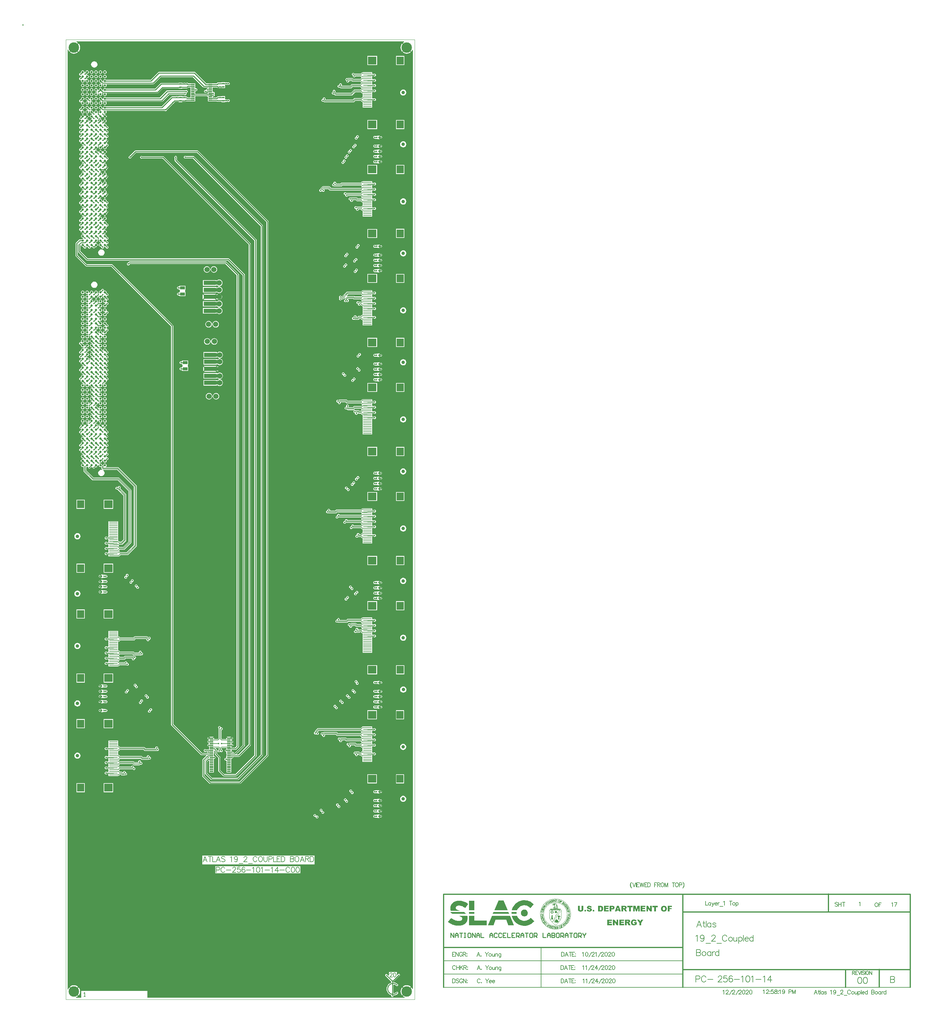
<source format=gtl>
G04*
G04 #@! TF.GenerationSoftware,Altium Limited,Altium Designer,20.1.14 (287)*
G04*
G04 Layer_Physical_Order=1*
G04 Layer_Color=204*
%FSLAX25Y25*%
%MOIN*%
G70*
G04*
G04 #@! TF.SameCoordinates,E5BBD601-0378-4793-8288-20EAF3AE4A8C*
G04*
G04*
G04 #@! TF.FilePolarity,Positive*
G04*
G01*
G75*
%ADD11C,0.00800*%
%ADD12C,0.01000*%
%ADD13C,0.00500*%
%ADD15C,0.00400*%
%ADD17C,0.01200*%
%ADD18C,0.00026*%
%ADD19C,0.00043*%
%ADD20C,0.00195*%
%ADD21C,0.00061*%
%ADD22C,0.00087*%
%ADD23C,0.00104*%
%ADD24C,0.00052*%
%ADD25C,0.00049*%
%ADD26C,0.00183*%
%ADD27C,0.00174*%
%ADD28C,0.00244*%
%ADD29C,0.00035*%
%ADD30R,0.06131X0.10864*%
%ADD31R,0.06131X0.02042*%
%ADD32R,0.09449X0.01102*%
%ADD33R,0.09449X0.08858*%
%ADD34R,0.07874X0.08976*%
%ADD35R,0.07874X0.08858*%
%ADD36R,0.13780X0.04921*%
%ADD37R,0.03937X0.01181*%
%ADD39R,0.01200X0.01800*%
%ADD40R,0.02500X0.01800*%
%ADD41R,0.05500X0.03500*%
%ADD42R,0.01300X0.01800*%
%ADD60C,0.02500*%
%ADD61C,0.00600*%
%ADD62C,0.00900*%
%ADD63C,0.04000*%
%ADD64C,0.03937*%
%ADD65C,0.05906*%
%ADD66C,0.11811*%
%ADD67C,0.01600*%
%ADD68C,0.06000*%
G36*
X381638Y1080500D02*
X381681Y1080434D01*
X381513Y1079778D01*
X380791Y1079391D01*
X380128Y1078847D01*
X384999Y1073976D01*
X389871Y1069104D01*
X390415Y1069767D01*
X391000Y1070861D01*
X391500Y1070758D01*
X391500Y11919D01*
X391000Y11816D01*
X390415Y12910D01*
X389871Y13573D01*
X384999Y8702D01*
X380128Y3830D01*
X380791Y3286D01*
X381990Y2644D01*
X382466Y2500D01*
X382392Y2000D01*
X92000D01*
X92000Y9500D01*
X17432Y9500D01*
X17432Y2000D01*
X11309D01*
X11235Y2500D01*
X11710Y2644D01*
X12910Y3286D01*
X13573Y3830D01*
X8702Y8702D01*
X3830Y13573D01*
X3286Y12910D01*
X2644Y11710D01*
X2500Y11235D01*
X2000Y11309D01*
X2000Y1071369D01*
X2500Y1071443D01*
X2644Y1070967D01*
X3286Y1069767D01*
X3830Y1069104D01*
X8702Y1073976D01*
X13573Y1078847D01*
X12910Y1079391D01*
X12186Y1079779D01*
X12016Y1080437D01*
X12057Y1080501D01*
X381638Y1080500D01*
D02*
G37*
G36*
X590978Y105644D02*
X591083D01*
X591197Y105634D01*
X591332Y105613D01*
X591468Y105603D01*
X591770Y105540D01*
X592072Y105457D01*
X592374Y105353D01*
X592509Y105280D01*
X592634Y105197D01*
X592644D01*
X592665Y105176D01*
X592696Y105145D01*
X592738Y105113D01*
X592790Y105061D01*
X592842Y104999D01*
X592904Y104937D01*
X592977Y104853D01*
X593040Y104760D01*
X593102Y104645D01*
X593175Y104531D01*
X593227Y104406D01*
X593290Y104260D01*
X593331Y104104D01*
X593373Y103937D01*
X593404Y103760D01*
X591562Y103656D01*
Y103677D01*
X591541Y103729D01*
X591520Y103802D01*
X591489Y103895D01*
X591447Y104000D01*
X591395Y104104D01*
X591322Y104197D01*
X591239Y104281D01*
X591228Y104291D01*
X591197Y104312D01*
X591145Y104343D01*
X591072Y104385D01*
X590978Y104416D01*
X590864Y104447D01*
X590739Y104468D01*
X590583Y104478D01*
X590531D01*
X590468Y104468D01*
X590385Y104458D01*
X590219Y104416D01*
X590135Y104385D01*
X590062Y104333D01*
X590052Y104322D01*
X590042Y104312D01*
X590010Y104281D01*
X589979Y104239D01*
X589927Y104124D01*
X589906Y104052D01*
X589896Y103979D01*
Y103968D01*
Y103958D01*
X589917Y103885D01*
X589958Y103802D01*
X589990Y103750D01*
X590042Y103708D01*
X590052Y103698D01*
X590073Y103687D01*
X590114Y103666D01*
X590177Y103635D01*
X590260Y103594D01*
X590375Y103552D01*
X590520Y103510D01*
X590697Y103469D01*
X590708D01*
X590750Y103458D01*
X590822Y103437D01*
X590906Y103427D01*
X591010Y103396D01*
X591135Y103365D01*
X591270Y103333D01*
X591416Y103302D01*
X591718Y103208D01*
X592020Y103115D01*
X592165Y103063D01*
X592301Y103011D01*
X592425Y102959D01*
X592540Y102907D01*
X592550D01*
X592561Y102896D01*
X592592Y102875D01*
X592634Y102855D01*
X592727Y102792D01*
X592852Y102719D01*
X592988Y102615D01*
X593123Y102490D01*
X593248Y102355D01*
X593352Y102209D01*
X593362Y102188D01*
X593394Y102136D01*
X593435Y102053D01*
X593487Y101938D01*
X593529Y101793D01*
X593571Y101637D01*
X593602Y101460D01*
X593612Y101272D01*
Y101262D01*
Y101241D01*
Y101210D01*
Y101168D01*
X593591Y101054D01*
X593571Y100897D01*
X593529Y100731D01*
X593467Y100543D01*
X593383Y100346D01*
X593269Y100148D01*
Y100137D01*
X593258Y100127D01*
X593206Y100065D01*
X593133Y99971D01*
X593029Y99856D01*
X592894Y99731D01*
X592727Y99607D01*
X592540Y99482D01*
X592321Y99367D01*
X592311D01*
X592290Y99357D01*
X592259Y99346D01*
X592217Y99326D01*
X592155Y99305D01*
X592082Y99284D01*
X591999Y99263D01*
X591905Y99242D01*
X591801Y99211D01*
X591686Y99190D01*
X591426Y99148D01*
X591124Y99117D01*
X590791Y99107D01*
X590635D01*
X590531Y99117D01*
X590396Y99128D01*
X590250Y99138D01*
X590083Y99159D01*
X589906Y99180D01*
X589532Y99253D01*
X589344Y99305D01*
X589157Y99367D01*
X588980Y99440D01*
X588824Y99523D01*
X588667Y99617D01*
X588543Y99721D01*
X588532Y99731D01*
X588511Y99752D01*
X588480Y99783D01*
X588449Y99836D01*
X588397Y99898D01*
X588345Y99971D01*
X588282Y100054D01*
X588220Y100158D01*
X588157Y100262D01*
X588095Y100387D01*
X587981Y100648D01*
X587897Y100960D01*
X587866Y101126D01*
X587845Y101303D01*
X589709Y101428D01*
Y101408D01*
X589719Y101355D01*
X589740Y101272D01*
X589761Y101168D01*
X589792Y101054D01*
X589833Y100939D01*
X589886Y100835D01*
X589948Y100731D01*
X589958Y100710D01*
X590010Y100668D01*
X590073Y100616D01*
X590177Y100543D01*
X590302Y100471D01*
X590448Y100418D01*
X590625Y100377D01*
X590822Y100356D01*
X590895D01*
X590968Y100366D01*
X591062Y100377D01*
X591166Y100398D01*
X591280Y100439D01*
X591385Y100481D01*
X591478Y100543D01*
X591489Y100554D01*
X591509Y100575D01*
X591551Y100616D01*
X591593Y100679D01*
X591634Y100741D01*
X591676Y100824D01*
X591697Y100908D01*
X591707Y101002D01*
Y101012D01*
Y101043D01*
X591697Y101095D01*
X591676Y101147D01*
X591655Y101220D01*
X591613Y101293D01*
X591562Y101366D01*
X591489Y101439D01*
X591478Y101449D01*
X591447Y101470D01*
X591374Y101512D01*
X591280Y101564D01*
X591145Y101616D01*
X591062Y101647D01*
X590968Y101678D01*
X590864Y101709D01*
X590750Y101751D01*
X590625Y101782D01*
X590479Y101813D01*
X590468D01*
X590427Y101824D01*
X590354Y101845D01*
X590271Y101865D01*
X590167Y101897D01*
X590042Y101928D01*
X589906Y101970D01*
X589761Y102011D01*
X589459Y102126D01*
X589157Y102251D01*
X589011Y102324D01*
X588876Y102407D01*
X588751Y102490D01*
X588636Y102573D01*
X588626Y102584D01*
X588616Y102594D01*
X588584Y102626D01*
X588553Y102657D01*
X588459Y102761D01*
X588366Y102907D01*
X588262Y103084D01*
X588168Y103292D01*
X588105Y103531D01*
X588095Y103666D01*
X588085Y103802D01*
Y103812D01*
Y103823D01*
Y103885D01*
X588095Y103979D01*
X588116Y104104D01*
X588157Y104239D01*
X588199Y104395D01*
X588272Y104551D01*
X588366Y104718D01*
X588376Y104739D01*
X588418Y104791D01*
X588480Y104874D01*
X588574Y104968D01*
X588699Y105082D01*
X588844Y105197D01*
X589021Y105301D01*
X589219Y105405D01*
X589230D01*
X589251Y105415D01*
X589282Y105426D01*
X589323Y105447D01*
X589386Y105467D01*
X589448Y105488D01*
X589532Y105509D01*
X589625Y105530D01*
X589740Y105551D01*
X589854Y105571D01*
X589979Y105592D01*
X590125Y105613D01*
X590271Y105634D01*
X590427Y105644D01*
X590781Y105655D01*
X590895D01*
X590978Y105644D01*
D02*
G37*
G36*
X444872Y111275D02*
X445882Y111177D01*
X447164Y110976D01*
X448256Y110719D01*
X449310Y110392D01*
X450328Y109997D01*
X451308Y109536D01*
X452250Y109010D01*
X453156Y108420D01*
X454023Y107770D01*
X450838Y103152D01*
X449845Y103786D01*
X449310Y104122D01*
X448783Y104397D01*
X447898Y104858D01*
X447164Y105145D01*
X446447Y105425D01*
X445727Y105629D01*
X445369Y105704D01*
X444942Y105787D01*
X444550Y105836D01*
X444300Y105868D01*
X443986Y105882D01*
X443672Y105896D01*
X443257Y105884D01*
X442884Y105862D01*
X442205Y105746D01*
X441629Y105565D01*
X441317Y105434D01*
X441149Y105332D01*
X440920Y105192D01*
X440594Y104910D01*
X440333Y104580D01*
X440144Y104198D01*
X440041Y103811D01*
X440010Y103470D01*
X440041Y102920D01*
X440144Y102503D01*
X440340Y102114D01*
X440603Y101793D01*
X440982Y101483D01*
X441475Y101192D01*
X442093Y100911D01*
X442845Y100634D01*
X444801Y100050D01*
X434314D01*
X433984Y101622D01*
X433918Y102913D01*
X434038Y104377D01*
X434386Y105728D01*
X434949Y106957D01*
X435712Y108054D01*
X436660Y109009D01*
X437780Y109812D01*
X439055Y110454D01*
X440406Y110903D01*
X442205Y111225D01*
X443672Y111313D01*
X444872Y111275D01*
D02*
G37*
G36*
X517895Y111908D02*
X519389Y111779D01*
X520888Y111487D01*
X522227Y111086D01*
X523555Y110537D01*
X524814Y109863D01*
X525993Y109073D01*
X527087Y108173D01*
X528088Y107172D01*
X524350Y102853D01*
X523266Y103987D01*
X522533Y104583D01*
X521739Y105099D01*
X520888Y105528D01*
X519988Y105863D01*
X519043Y106100D01*
X518061Y106231D01*
X516939Y106245D01*
X515629Y106080D01*
X514388Y105729D01*
X513229Y105207D01*
X512166Y104529D01*
X511201Y103694D01*
X510390Y102764D01*
X509705Y101706D01*
X509174Y100550D01*
X503309D01*
X503371Y100938D01*
X503702Y102077D01*
X504121Y103175D01*
X504625Y104227D01*
X505209Y105231D01*
X505540Y105706D01*
X505870Y106181D01*
X506602Y107074D01*
X507403Y107905D01*
X508268Y108670D01*
X509192Y109365D01*
X510171Y109985D01*
X511215Y110533D01*
X512279Y110986D01*
X513399Y111358D01*
X514558Y111639D01*
X515751Y111825D01*
X516939Y111908D01*
X517895Y111908D01*
D02*
G37*
G36*
X661215Y99211D02*
X659372D01*
X656999Y102688D01*
Y99211D01*
X655156D01*
Y105551D01*
X656978D01*
X659372Y102042D01*
Y105551D01*
X661215D01*
Y99211D01*
D02*
G37*
G36*
X647484D02*
X645881D01*
Y104041D01*
X644642Y99211D01*
X643185D01*
X641956Y104041D01*
Y99211D01*
X640353D01*
Y105551D01*
X642935D01*
X643913Y101689D01*
X644902Y105551D01*
X647484D01*
Y99211D01*
D02*
G37*
G36*
X583952Y101772D02*
Y101761D01*
Y101751D01*
Y101720D01*
Y101678D01*
X583941Y101564D01*
X583931Y101428D01*
X583910Y101262D01*
X583879Y101085D01*
X583837Y100897D01*
X583775Y100710D01*
Y100700D01*
X583764Y100689D01*
X583744Y100627D01*
X583702Y100533D01*
X583639Y100418D01*
X583567Y100273D01*
X583473Y100127D01*
X583358Y99981D01*
X583223Y99836D01*
X583202Y99815D01*
X583161Y99773D01*
X583088Y99711D01*
X582984Y99627D01*
X582869Y99544D01*
X582734Y99461D01*
X582588Y99378D01*
X582432Y99315D01*
X582421D01*
X582411Y99305D01*
X582380Y99294D01*
X582328Y99284D01*
X582276Y99263D01*
X582213Y99253D01*
X582047Y99211D01*
X581849Y99169D01*
X581620Y99138D01*
X581360Y99117D01*
X581068Y99107D01*
X580891D01*
X580766Y99117D01*
X580610D01*
X580444Y99138D01*
X580246Y99148D01*
X580048Y99169D01*
X580027D01*
X579996Y99180D01*
X579954D01*
X579861Y99201D01*
X579736Y99221D01*
X579590Y99263D01*
X579434Y99305D01*
X579278Y99357D01*
X579132Y99419D01*
X579111Y99430D01*
X579070Y99461D01*
X578997Y99502D01*
X578913Y99565D01*
X578809Y99638D01*
X578695Y99731D01*
X578580Y99846D01*
X578466Y99971D01*
X578455Y99992D01*
X578414Y100033D01*
X578362Y100106D01*
X578299Y100200D01*
X578237Y100304D01*
X578164Y100429D01*
X578101Y100564D01*
X578049Y100700D01*
Y100710D01*
X578039Y100731D01*
X578028Y100762D01*
X578018Y100804D01*
X577997Y100918D01*
X577966Y101064D01*
X577924Y101231D01*
X577904Y101408D01*
X577883Y101595D01*
X577872Y101772D01*
Y105551D01*
X579829D01*
Y101678D01*
Y101668D01*
Y101657D01*
Y101595D01*
X579840Y101501D01*
X579861Y101387D01*
X579902Y101262D01*
X579944Y101126D01*
X580017Y100991D01*
X580111Y100877D01*
X580121Y100866D01*
X580162Y100835D01*
X580225Y100783D01*
X580319Y100731D01*
X580433Y100679D01*
X580569Y100627D01*
X580735Y100595D01*
X580912Y100585D01*
X580995D01*
X581089Y100595D01*
X581204Y100616D01*
X581328Y100658D01*
X581453Y100700D01*
X581589Y100773D01*
X581703Y100866D01*
X581714Y100877D01*
X581745Y100918D01*
X581797Y100991D01*
X581849Y101074D01*
X581901Y101189D01*
X581953Y101335D01*
X581984Y101491D01*
X581995Y101678D01*
Y105551D01*
X583952D01*
Y101772D01*
D02*
G37*
G36*
X498550Y100550D02*
X483481D01*
X488190Y111614D01*
X493842D01*
X498550Y100550D01*
D02*
G37*
G36*
X684117Y104187D02*
X681233D01*
Y103084D01*
X683700D01*
Y101803D01*
X681233D01*
Y99211D01*
X679266D01*
Y105551D01*
X684117D01*
Y104187D01*
D02*
G37*
G36*
X668033Y103989D02*
X666035D01*
Y99211D01*
X664078D01*
Y103989D01*
X662079D01*
Y105551D01*
X668033D01*
Y103989D01*
D02*
G37*
G36*
X653990Y104197D02*
X650701D01*
Y103188D01*
X653751D01*
Y101897D01*
X650701D01*
Y100648D01*
X654084D01*
Y99211D01*
X648733D01*
Y105551D01*
X653990D01*
Y104197D01*
D02*
G37*
G36*
X639489Y103989D02*
X637490D01*
Y99211D01*
X635533D01*
Y103989D01*
X633535D01*
Y105551D01*
X639489D01*
Y103989D01*
D02*
G37*
G36*
X630682Y105540D02*
X630891Y105530D01*
X631109Y105509D01*
X631349Y105488D01*
X631567Y105447D01*
X631765Y105394D01*
X631775D01*
X631786Y105384D01*
X631848Y105363D01*
X631931Y105322D01*
X632046Y105259D01*
X632161Y105186D01*
X632296Y105082D01*
X632421Y104957D01*
X632535Y104812D01*
X632546Y104791D01*
X632587Y104739D01*
X632629Y104645D01*
X632691Y104531D01*
X632744Y104374D01*
X632795Y104197D01*
X632827Y104000D01*
X632837Y103781D01*
Y103771D01*
Y103760D01*
Y103698D01*
X632827Y103594D01*
X632806Y103469D01*
X632785Y103333D01*
X632744Y103177D01*
X632681Y103021D01*
X632608Y102875D01*
X632598Y102855D01*
X632566Y102813D01*
X632514Y102740D01*
X632442Y102657D01*
X632358Y102553D01*
X632244Y102448D01*
X632129Y102344D01*
X631984Y102251D01*
X631973Y102240D01*
X631942Y102230D01*
X631879Y102199D01*
X631807Y102167D01*
X631703Y102126D01*
X631588Y102084D01*
X631453Y102042D01*
X631296Y102001D01*
X631307D01*
X631349Y101980D01*
X631411Y101959D01*
X631484Y101928D01*
X631650Y101855D01*
X631734Y101813D01*
X631796Y101772D01*
X631807D01*
X631817Y101751D01*
X631848Y101730D01*
X631879Y101699D01*
X631921Y101647D01*
X631973Y101595D01*
X632036Y101522D01*
X632108Y101428D01*
X632119Y101418D01*
X632140Y101387D01*
X632181Y101345D01*
X632223Y101283D01*
X632317Y101158D01*
X632358Y101095D01*
X632389Y101043D01*
X633347Y99211D01*
X631130D01*
X630079Y101137D01*
X630068Y101158D01*
X630047Y101199D01*
X630006Y101262D01*
X629964Y101345D01*
X629902Y101428D01*
X629849Y101501D01*
X629787Y101574D01*
X629725Y101626D01*
X629714Y101637D01*
X629693Y101647D01*
X629641Y101678D01*
X629589Y101709D01*
X629516Y101730D01*
X629433Y101761D01*
X629339Y101772D01*
X629246Y101782D01*
X629079D01*
Y99211D01*
X627112D01*
Y105551D01*
X630599D01*
X630682Y105540D01*
D02*
G37*
G36*
X626456Y99211D02*
X624395D01*
X624082Y100262D01*
X621865D01*
X621553Y99211D01*
X619554D01*
X621927Y105551D01*
X624082D01*
X626456Y99211D01*
D02*
G37*
G36*
X617212Y105540D02*
X617295D01*
X617399Y105519D01*
X617514Y105509D01*
X617638Y105488D01*
X617899Y105426D01*
X618159Y105332D01*
X618294Y105280D01*
X618419Y105207D01*
X618534Y105134D01*
X618638Y105041D01*
X618648Y105030D01*
X618659Y105020D01*
X618690Y104989D01*
X618721Y104947D01*
X618763Y104895D01*
X618805Y104832D01*
X618856Y104760D01*
X618909Y104666D01*
X618950Y104572D01*
X619002Y104468D01*
X619044Y104343D01*
X619086Y104218D01*
X619148Y103937D01*
X619158Y103771D01*
X619169Y103604D01*
Y103594D01*
Y103562D01*
Y103510D01*
X619158Y103448D01*
X619148Y103365D01*
X619138Y103271D01*
X619117Y103167D01*
X619096Y103052D01*
X619023Y102813D01*
X618919Y102563D01*
X618856Y102438D01*
X618784Y102313D01*
X618690Y102199D01*
X618586Y102094D01*
X618575Y102084D01*
X618555Y102074D01*
X618523Y102042D01*
X618482Y102011D01*
X618419Y101970D01*
X618346Y101928D01*
X618253Y101876D01*
X618149Y101834D01*
X618034Y101782D01*
X617909Y101730D01*
X617764Y101689D01*
X617607Y101647D01*
X617430Y101616D01*
X617243Y101584D01*
X617045Y101574D01*
X616827Y101564D01*
X615754D01*
Y99211D01*
X613787D01*
Y105551D01*
X617139D01*
X617212Y105540D01*
D02*
G37*
G36*
X612642Y104197D02*
X609352D01*
Y103188D01*
X612402D01*
Y101897D01*
X609352D01*
Y100648D01*
X612735D01*
Y99211D01*
X607385D01*
Y105551D01*
X612642D01*
Y104197D01*
D02*
G37*
G36*
X603648Y105540D02*
X603731D01*
X603918Y105519D01*
X604147Y105488D01*
X604376Y105447D01*
X604605Y105394D01*
X604813Y105311D01*
X604824D01*
X604834Y105301D01*
X604907Y105270D01*
X605001Y105218D01*
X605126Y105145D01*
X605261Y105051D01*
X605407Y104937D01*
X605552Y104801D01*
X605688Y104645D01*
X605709Y104624D01*
X605750Y104572D01*
X605813Y104478D01*
X605886Y104353D01*
X605969Y104208D01*
X606052Y104031D01*
X606136Y103833D01*
X606198Y103625D01*
Y103614D01*
X606208Y103604D01*
Y103562D01*
X606219Y103521D01*
X606240Y103469D01*
X606250Y103406D01*
X606281Y103250D01*
X606302Y103073D01*
X606333Y102865D01*
X606344Y102636D01*
X606354Y102396D01*
Y102386D01*
Y102355D01*
Y102303D01*
Y102230D01*
X606344Y102147D01*
Y102042D01*
X606333Y101938D01*
X606323Y101813D01*
X606292Y101564D01*
X606250Y101303D01*
X606198Y101043D01*
X606156Y100929D01*
X606115Y100814D01*
Y100804D01*
X606104Y100793D01*
X606094Y100762D01*
X606073Y100720D01*
X606021Y100616D01*
X605948Y100491D01*
X605854Y100346D01*
X605750Y100189D01*
X605615Y100033D01*
X605469Y99877D01*
X605448Y99856D01*
X605396Y99815D01*
X605313Y99752D01*
X605209Y99679D01*
X605074Y99586D01*
X604928Y99513D01*
X604772Y99440D01*
X604595Y99378D01*
X604584D01*
X604564Y99367D01*
X604532D01*
X604491Y99357D01*
X604428Y99336D01*
X604366Y99326D01*
X604210Y99294D01*
X604022Y99263D01*
X603835Y99242D01*
X603627Y99221D01*
X603429Y99211D01*
X600525D01*
Y105551D01*
X603575D01*
X603648Y105540D01*
D02*
G37*
G36*
X596371Y99211D02*
X594487D01*
Y100981D01*
X596371D01*
Y99211D01*
D02*
G37*
G36*
X587023D02*
X585139D01*
Y100981D01*
X587023D01*
Y99211D01*
D02*
G37*
G36*
X675060Y105644D02*
X675164D01*
X675300Y105634D01*
X675445Y105613D01*
X675622Y105582D01*
X675799Y105551D01*
X675997Y105499D01*
X676195Y105447D01*
X676393Y105374D01*
X676601Y105290D01*
X676799Y105197D01*
X676986Y105082D01*
X677173Y104947D01*
X677340Y104801D01*
X677350Y104791D01*
X677382Y104760D01*
X677423Y104718D01*
X677475Y104645D01*
X677538Y104562D01*
X677610Y104447D01*
X677694Y104322D01*
X677777Y104187D01*
X677850Y104020D01*
X677933Y103843D01*
X678006Y103656D01*
X678069Y103437D01*
X678121Y103208D01*
X678162Y102969D01*
X678194Y102709D01*
X678204Y102428D01*
Y102417D01*
Y102376D01*
Y102324D01*
X678194Y102240D01*
Y102147D01*
X678183Y102042D01*
X678173Y101918D01*
X678162Y101782D01*
X678110Y101491D01*
X678048Y101189D01*
X677954Y100877D01*
X677829Y100595D01*
Y100585D01*
X677808Y100564D01*
X677787Y100533D01*
X677756Y100481D01*
X677725Y100418D01*
X677673Y100356D01*
X677559Y100189D01*
X677402Y100013D01*
X677215Y99836D01*
X676996Y99648D01*
X676747Y99492D01*
X676736D01*
X676715Y99471D01*
X676674Y99461D01*
X676622Y99430D01*
X676549Y99398D01*
X676465Y99367D01*
X676372Y99336D01*
X676257Y99305D01*
X676143Y99263D01*
X676007Y99232D01*
X675862Y99201D01*
X675705Y99169D01*
X675362Y99128D01*
X674977Y99107D01*
X674873D01*
X674800Y99117D01*
X674706D01*
X674602Y99128D01*
X674477Y99138D01*
X674352Y99148D01*
X674071Y99190D01*
X673769Y99253D01*
X673478Y99326D01*
X673197Y99440D01*
X673186D01*
X673166Y99461D01*
X673134Y99482D01*
X673082Y99502D01*
X673020Y99544D01*
X672957Y99586D01*
X672791Y99700D01*
X672614Y99856D01*
X672426Y100044D01*
X672239Y100262D01*
X672062Y100523D01*
Y100533D01*
X672041Y100554D01*
X672020Y100595D01*
X672000Y100658D01*
X671968Y100731D01*
X671927Y100814D01*
X671885Y100918D01*
X671854Y101033D01*
X671812Y101158D01*
X671770Y101303D01*
X671739Y101449D01*
X671698Y101616D01*
X671677Y101793D01*
X671656Y101980D01*
X671635Y102376D01*
Y102396D01*
Y102448D01*
X671646Y102521D01*
Y102636D01*
X671666Y102761D01*
X671677Y102917D01*
X671708Y103084D01*
X671739Y103261D01*
X671791Y103448D01*
X671843Y103646D01*
X671916Y103843D01*
X672000Y104052D01*
X672104Y104249D01*
X672218Y104437D01*
X672343Y104624D01*
X672499Y104791D01*
X672510Y104801D01*
X672541Y104832D01*
X672593Y104874D01*
X672655Y104926D01*
X672749Y104989D01*
X672853Y105061D01*
X672978Y105145D01*
X673124Y105228D01*
X673290Y105301D01*
X673467Y105384D01*
X673665Y105457D01*
X673884Y105519D01*
X674113Y105571D01*
X674363Y105613D01*
X674623Y105644D01*
X674904Y105655D01*
X674977D01*
X675060Y105644D01*
D02*
G37*
G36*
X508675Y98506D02*
X508648Y98111D01*
X508624Y97743D01*
Y97024D01*
X508675Y96486D01*
X502993D01*
X502974Y97126D01*
X502956Y97562D01*
X502959Y97767D01*
X502993Y98507D01*
X508675Y98506D01*
D02*
G37*
G36*
X450353Y97853D02*
X450670Y97611D01*
X450986Y97369D01*
X451368Y97023D01*
X451880Y96465D01*
X436708D01*
X436380Y96635D01*
X436052Y96805D01*
X435690Y97029D01*
X435328Y97253D01*
X434903Y97592D01*
X434478Y97930D01*
X433930Y98507D01*
X449271D01*
X450353Y97853D01*
D02*
G37*
G36*
X500289Y96465D02*
X481742D01*
X482612Y98507D01*
X499421D01*
X500289Y96465D01*
D02*
G37*
G36*
X518525Y101172D02*
X519221Y100884D01*
X519848Y100465D01*
X520381Y99932D01*
X520799Y99306D01*
X521088Y98610D01*
X521235Y97871D01*
Y97494D01*
Y97491D01*
Y97114D01*
X521088Y96375D01*
X520799Y95679D01*
X520381Y95052D01*
X519848Y94519D01*
X519221Y94101D01*
X518525Y93812D01*
X517786Y93665D01*
X517033D01*
X516295Y93812D01*
X515600Y94100D01*
X514974Y94518D01*
X514442Y95050D01*
X514024Y95676D01*
X513736Y96371D01*
X513589Y97109D01*
Y97485D01*
Y97499D01*
Y97875D01*
X513736Y98613D01*
X514024Y99309D01*
X514442Y99934D01*
X514974Y100466D01*
X515600Y100884D01*
X516295Y101172D01*
X517033Y101319D01*
X517786D01*
X518525Y101172D01*
D02*
G37*
G36*
X453178Y93666D02*
X453265Y93221D01*
X453325Y92699D01*
X453342Y92243D01*
X453359Y91788D01*
X453295Y90968D01*
X453235Y90201D01*
X453055Y89489D01*
X452872Y88765D01*
X452505Y87911D01*
X452285Y87482D01*
X451887Y86919D01*
X451489Y86356D01*
X450993Y85875D01*
X450498Y85393D01*
X449326Y84596D01*
X448657Y84283D01*
X447989Y83969D01*
X447628Y83859D01*
X447126Y83707D01*
X446481Y83513D01*
X446198Y83465D01*
X445624Y83368D01*
X445222Y83300D01*
X444839Y83240D01*
X444628Y83229D01*
X443969Y83194D01*
X443608Y83175D01*
X443092Y83150D01*
X442700Y83164D01*
X442308Y83178D01*
X441861Y83193D01*
X441399Y83242D01*
X440999Y83284D01*
X440519Y83340D01*
X440092Y83416D01*
X439665Y83491D01*
X439345Y83548D01*
X438833Y83676D01*
X438469Y83768D01*
X438022Y83886D01*
X437625Y84017D01*
X437228Y84147D01*
X436887Y84259D01*
X436449Y84439D01*
X436072Y84594D01*
X435311Y84941D01*
X434927Y85132D01*
X434535Y85328D01*
X433974Y85663D01*
X433413Y85998D01*
X432334Y86758D01*
X431304Y87608D01*
X434927Y91948D01*
X435695Y91369D01*
X436072Y91084D01*
X436449Y90800D01*
X436887Y90521D01*
X437228Y90303D01*
X437625Y90082D01*
X438106Y89822D01*
X438469Y89650D01*
X438833Y89479D01*
X439089Y89380D01*
X439505Y89220D01*
X440092Y89030D01*
X440598Y88886D01*
X440999Y88801D01*
X441630Y88687D01*
X442084Y88630D01*
X442700Y88586D01*
X443187Y88565D01*
X443608Y88578D01*
X443969Y88592D01*
X444628Y88680D01*
X444857Y88735D01*
X445222Y88822D01*
X445502Y88927D01*
X445892Y89098D01*
X446198Y89265D01*
X446575Y89561D01*
X446873Y89903D01*
X447051Y90221D01*
X447126Y90406D01*
X447233Y90827D01*
X447268Y91191D01*
X447243Y91666D01*
X447126Y92112D01*
X446943Y92467D01*
X446782Y92689D01*
X446537Y92919D01*
X446330Y93081D01*
X446039Y93281D01*
X445746Y93435D01*
X445362Y93624D01*
X445048Y93757D01*
X444734Y93880D01*
X444628Y93915D01*
X443969Y94133D01*
X443127Y94423D01*
X452989D01*
X453178Y93666D01*
D02*
G37*
G36*
X641384Y90144D02*
X641488D01*
X641592Y90134D01*
X641717D01*
X641967Y90103D01*
X642227Y90071D01*
X642477Y90019D01*
X642592Y89988D01*
X642696Y89957D01*
X642706D01*
X642717Y89947D01*
X642789Y89926D01*
X642883Y89874D01*
X643008Y89811D01*
X643143Y89728D01*
X643289Y89624D01*
X643435Y89509D01*
X643570Y89364D01*
X643581Y89343D01*
X643622Y89291D01*
X643685Y89207D01*
X643768Y89093D01*
X643851Y88947D01*
X643934Y88770D01*
X644018Y88572D01*
X644091Y88354D01*
X642196Y88021D01*
X642186Y88042D01*
X642175Y88083D01*
X642144Y88146D01*
X642102Y88218D01*
X642040Y88312D01*
X641977Y88396D01*
X641884Y88489D01*
X641790Y88562D01*
X641780Y88572D01*
X641738Y88593D01*
X641686Y88625D01*
X641603Y88666D01*
X641499Y88697D01*
X641374Y88729D01*
X641238Y88749D01*
X641082Y88760D01*
X641020D01*
X640978Y88749D01*
X640853Y88739D01*
X640707Y88708D01*
X640551Y88656D01*
X640374Y88572D01*
X640208Y88458D01*
X640124Y88396D01*
X640052Y88312D01*
X640031Y88291D01*
X640020Y88260D01*
X639989Y88229D01*
X639968Y88177D01*
X639937Y88125D01*
X639895Y88052D01*
X639864Y87969D01*
X639833Y87875D01*
X639791Y87771D01*
X639760Y87656D01*
X639739Y87531D01*
X639708Y87386D01*
X639698Y87240D01*
X639677Y87073D01*
Y86896D01*
Y86886D01*
Y86855D01*
Y86803D01*
X639687Y86730D01*
Y86647D01*
X639698Y86542D01*
X639729Y86324D01*
X639771Y86085D01*
X639843Y85845D01*
X639937Y85616D01*
X639999Y85522D01*
X640062Y85429D01*
X640083Y85408D01*
X640135Y85356D01*
X640218Y85293D01*
X640343Y85210D01*
X640489Y85127D01*
X640676Y85064D01*
X640895Y85012D01*
X641134Y84991D01*
X641186D01*
X641259Y85002D01*
X641342D01*
X641436Y85012D01*
X641540Y85033D01*
X641759Y85085D01*
X641769D01*
X641811Y85106D01*
X641873Y85127D01*
X641957Y85158D01*
X642061Y85210D01*
X642186Y85262D01*
X642310Y85325D01*
X642456Y85408D01*
Y86001D01*
X641145D01*
Y87323D01*
X644174D01*
Y84617D01*
X644164Y84606D01*
X644132Y84596D01*
X644091Y84565D01*
X644028Y84523D01*
X643955Y84471D01*
X643862Y84419D01*
X643757Y84356D01*
X643653Y84294D01*
X643414Y84169D01*
X643154Y84034D01*
X642883Y83909D01*
X642623Y83815D01*
X642612D01*
X642592Y83805D01*
X642560Y83794D01*
X642508Y83784D01*
X642446Y83763D01*
X642363Y83753D01*
X642279Y83732D01*
X642175Y83711D01*
X642061Y83690D01*
X641946Y83669D01*
X641676Y83638D01*
X641374Y83617D01*
X641041Y83607D01*
X640936D01*
X640853Y83617D01*
X640760D01*
X640645Y83628D01*
X640520Y83638D01*
X640385Y83659D01*
X640093Y83701D01*
X639791Y83763D01*
X639479Y83857D01*
X639198Y83982D01*
X639187D01*
X639167Y84002D01*
X639136Y84023D01*
X639083Y84054D01*
X639021Y84096D01*
X638959Y84148D01*
X638792Y84273D01*
X638615Y84429D01*
X638438Y84627D01*
X638251Y84856D01*
X638095Y85127D01*
Y85137D01*
X638074Y85158D01*
X638063Y85200D01*
X638032Y85262D01*
X638001Y85335D01*
X637970Y85418D01*
X637938Y85522D01*
X637907Y85626D01*
X637865Y85751D01*
X637834Y85887D01*
X637772Y86189D01*
X637730Y86522D01*
X637709Y86876D01*
Y86886D01*
Y86917D01*
Y86980D01*
X637720Y87053D01*
Y87136D01*
X637730Y87250D01*
X637741Y87365D01*
X637761Y87490D01*
X637813Y87771D01*
X637886Y88073D01*
X637990Y88385D01*
X638136Y88677D01*
X638146Y88687D01*
X638157Y88708D01*
X638178Y88749D01*
X638219Y88801D01*
X638261Y88864D01*
X638313Y88937D01*
X638448Y89114D01*
X638625Y89301D01*
X638844Y89499D01*
X639094Y89676D01*
X639385Y89842D01*
X639396D01*
X639417Y89853D01*
X639448Y89874D01*
X639500Y89894D01*
X639573Y89915D01*
X639646Y89947D01*
X639739Y89967D01*
X639843Y89999D01*
X639968Y90030D01*
X640093Y90061D01*
X640239Y90082D01*
X640395Y90103D01*
X640562Y90123D01*
X640739Y90144D01*
X640926Y90155D01*
X641301D01*
X641384Y90144D01*
D02*
G37*
G36*
X649129Y86365D02*
Y83711D01*
X647162D01*
Y86365D01*
X644694Y90051D01*
X646870D01*
X648151Y87906D01*
X649421Y90051D01*
X651596D01*
X649129Y86365D01*
D02*
G37*
G36*
X623354Y83711D02*
X621511D01*
X619138Y87188D01*
Y83711D01*
X617295D01*
Y90051D01*
X619117D01*
X621511Y86542D01*
Y90051D01*
X623354D01*
Y83711D01*
D02*
G37*
G36*
X634659Y90040D02*
X634867Y90030D01*
X635086Y90009D01*
X635325Y89988D01*
X635544Y89947D01*
X635742Y89894D01*
X635752D01*
X635763Y89884D01*
X635825Y89863D01*
X635908Y89822D01*
X636023Y89759D01*
X636137Y89686D01*
X636273Y89582D01*
X636398Y89457D01*
X636512Y89311D01*
X636523Y89291D01*
X636564Y89239D01*
X636606Y89145D01*
X636668Y89030D01*
X636720Y88874D01*
X636772Y88697D01*
X636804Y88500D01*
X636814Y88281D01*
Y88271D01*
Y88260D01*
Y88198D01*
X636804Y88094D01*
X636783Y87969D01*
X636762Y87833D01*
X636720Y87677D01*
X636658Y87521D01*
X636585Y87375D01*
X636575Y87354D01*
X636543Y87313D01*
X636491Y87240D01*
X636418Y87157D01*
X636335Y87053D01*
X636221Y86949D01*
X636106Y86844D01*
X635960Y86751D01*
X635950Y86740D01*
X635919Y86730D01*
X635856Y86699D01*
X635783Y86667D01*
X635679Y86626D01*
X635565Y86584D01*
X635429Y86542D01*
X635273Y86501D01*
X635284D01*
X635325Y86480D01*
X635388Y86459D01*
X635461Y86428D01*
X635627Y86355D01*
X635711Y86313D01*
X635773Y86272D01*
X635783D01*
X635794Y86251D01*
X635825Y86230D01*
X635856Y86199D01*
X635898Y86147D01*
X635950Y86095D01*
X636013Y86022D01*
X636085Y85928D01*
X636096Y85918D01*
X636117Y85887D01*
X636158Y85845D01*
X636200Y85783D01*
X636294Y85658D01*
X636335Y85595D01*
X636366Y85543D01*
X637324Y83711D01*
X635107D01*
X634055Y85637D01*
X634045Y85658D01*
X634024Y85699D01*
X633983Y85762D01*
X633941Y85845D01*
X633878Y85928D01*
X633826Y86001D01*
X633764Y86074D01*
X633702Y86126D01*
X633691Y86137D01*
X633670Y86147D01*
X633618Y86178D01*
X633566Y86209D01*
X633493Y86230D01*
X633410Y86261D01*
X633316Y86272D01*
X633223Y86282D01*
X633056D01*
Y83711D01*
X631089D01*
Y90051D01*
X634576D01*
X634659Y90040D01*
D02*
G37*
G36*
X629912Y88697D02*
X626623D01*
Y87688D01*
X629673D01*
Y86397D01*
X626623D01*
Y85148D01*
X630006D01*
Y83711D01*
X624655D01*
Y90051D01*
X629912D01*
Y88697D01*
D02*
G37*
G36*
X616129D02*
X612840D01*
Y87688D01*
X615890D01*
Y86397D01*
X612840D01*
Y85148D01*
X616223D01*
Y83711D01*
X610872D01*
Y90051D01*
X616129D01*
Y88697D01*
D02*
G37*
G36*
X461118Y89121D02*
X475011D01*
Y83548D01*
X454986D01*
Y94422D01*
X461118D01*
Y89121D01*
D02*
G37*
G36*
X505787Y83548D02*
X499376D01*
X496829Y89797D01*
X485045D01*
X482496Y83548D01*
X476247D01*
X480873Y94422D01*
X501159D01*
X505787Y83548D01*
D02*
G37*
G36*
X509415Y93832D02*
X509720Y93277D01*
X510024Y92722D01*
X510474Y92124D01*
X510781Y91716D01*
X511198Y91301D01*
X511671Y90829D01*
X511974Y90604D01*
X512276Y90379D01*
X512680Y90077D01*
X513039Y89883D01*
X513397Y89689D01*
X513794Y89474D01*
X514175Y89335D01*
X514556Y89196D01*
X514997Y89035D01*
X516276Y88774D01*
X516939Y88716D01*
X517447Y88722D01*
X518078Y88731D01*
X519083Y88868D01*
X520049Y89117D01*
X520967Y89469D01*
X521834Y89918D01*
X522237Y90188D01*
X522640Y90458D01*
X522895Y90672D01*
X523149Y90886D01*
X523380Y91081D01*
X523605Y91317D01*
X523830Y91552D01*
X524048Y91781D01*
X524258Y92024D01*
X524469Y92267D01*
X528469Y88229D01*
X527460Y87140D01*
X526344Y86159D01*
X525132Y85295D01*
X523830Y84558D01*
X523149Y84240D01*
X522237Y83898D01*
X521732Y83709D01*
X520249Y83328D01*
X518709Y83104D01*
X517920Y83054D01*
X517447Y83052D01*
X516974Y83050D01*
X516607Y83076D01*
X515750Y83136D01*
X514556Y83322D01*
X513794Y83507D01*
X513397Y83603D01*
X512478Y83908D01*
X512276Y83975D01*
X511671Y84233D01*
X511198Y84435D01*
X510474Y84816D01*
X510167Y84978D01*
X509720Y85261D01*
X509170Y85612D01*
X508717Y85953D01*
X508263Y86294D01*
X507831Y86677D01*
X507399Y87060D01*
X506598Y87892D01*
X506232Y88339D01*
X505865Y88785D01*
X505535Y89261D01*
X505205Y89737D01*
X504913Y90239D01*
X504621Y90741D01*
X504369Y91268D01*
X504118Y91795D01*
X503908Y92345D01*
X503699Y92894D01*
X503369Y94034D01*
X503307Y94422D01*
X509170D01*
X509415Y93832D01*
D02*
G37*
%LPC*%
G36*
X14280Y1078140D02*
X9762Y1073622D01*
X14280Y1069104D01*
X14825Y1069767D01*
X15466Y1070967D01*
X15861Y1072268D01*
X15994Y1073622D01*
X15861Y1074976D01*
X15466Y1076278D01*
X14825Y1077477D01*
X14280Y1078140D01*
D02*
G37*
G36*
X379420D02*
X378876Y1077477D01*
X378235Y1076278D01*
X377840Y1074976D01*
X377707Y1073622D01*
X377840Y1072268D01*
X378235Y1070967D01*
X378876Y1069767D01*
X379420Y1069104D01*
X383939Y1073622D01*
X379420Y1078140D01*
D02*
G37*
G36*
X384646Y1072915D02*
X380128Y1068397D01*
X380791Y1067852D01*
X381990Y1067211D01*
X383292Y1066817D01*
X384646Y1066683D01*
X385999Y1066817D01*
X387301Y1067211D01*
X388501Y1067852D01*
X389164Y1068397D01*
X384646Y1072915D01*
D02*
G37*
G36*
X9055D02*
X4537Y1068397D01*
X5200Y1067852D01*
X6400Y1067211D01*
X7701Y1066817D01*
X9055Y1066683D01*
X10409Y1066817D01*
X11710Y1067211D01*
X12910Y1067852D01*
X13573Y1068397D01*
X9055Y1072915D01*
D02*
G37*
G36*
X381802Y1064184D02*
X372528D01*
Y1053926D01*
X381802D01*
Y1064184D01*
D02*
G37*
G36*
X351133D02*
X340284D01*
Y1053926D01*
X351133D01*
Y1064184D01*
D02*
G37*
G36*
X32000Y1058181D02*
X31073Y1058059D01*
X30210Y1057701D01*
X29468Y1057132D01*
X28899Y1056390D01*
X28541Y1055527D01*
X28419Y1054600D01*
X28541Y1053673D01*
X28899Y1052810D01*
X29468Y1052068D01*
X30210Y1051499D01*
X31073Y1051141D01*
X32000Y1051019D01*
X32927Y1051141D01*
X33790Y1051499D01*
X34532Y1052068D01*
X35101Y1052810D01*
X35459Y1053673D01*
X35581Y1054600D01*
X35459Y1055527D01*
X35101Y1056390D01*
X34532Y1057132D01*
X33790Y1057701D01*
X32927Y1058059D01*
X32000Y1058181D01*
D02*
G37*
G36*
X24000Y1047988D02*
X23239Y1047837D01*
X22594Y1047406D01*
X22163Y1046761D01*
X22012Y1046000D01*
X22055Y1045785D01*
X21574Y1045304D01*
X21363Y1045321D01*
X20959Y1045853D01*
X20988Y1046000D01*
X20837Y1046761D01*
X20406Y1047406D01*
X19761Y1047837D01*
X19000Y1047988D01*
X18239Y1047837D01*
X17594Y1047406D01*
X17163Y1046761D01*
X17012Y1046000D01*
X17055Y1045785D01*
X16249Y1044979D01*
X15915Y1044913D01*
X15419Y1044581D01*
X15087Y1044085D01*
X14971Y1043500D01*
X15087Y1042915D01*
X15419Y1042419D01*
X15915Y1042087D01*
X16500Y1041971D01*
X16744Y1042019D01*
X16837Y1041962D01*
X17128Y1041586D01*
X17012Y1041000D01*
X17055Y1040785D01*
X16249Y1039979D01*
X15915Y1039913D01*
X15419Y1039581D01*
X15087Y1039085D01*
X14971Y1038500D01*
X15087Y1037915D01*
X15419Y1037419D01*
X15915Y1037087D01*
X16500Y1036971D01*
X16744Y1037019D01*
X16837Y1036962D01*
X17128Y1036586D01*
X17012Y1036000D01*
X17163Y1035239D01*
X17594Y1034594D01*
X18239Y1034163D01*
X19000Y1034012D01*
X19761Y1034163D01*
X20406Y1034594D01*
X20837Y1035239D01*
X20988Y1036000D01*
X20872Y1036586D01*
X21163Y1036962D01*
X21257Y1037019D01*
X21500Y1036971D01*
X21744Y1037019D01*
X21837Y1036962D01*
X22128Y1036586D01*
X22012Y1036000D01*
X22163Y1035239D01*
X22594Y1034594D01*
X23239Y1034163D01*
X24000Y1034012D01*
X24761Y1034163D01*
X25406Y1034594D01*
X25837Y1035239D01*
X25988Y1036000D01*
X25837Y1036761D01*
X25406Y1037406D01*
X24761Y1037837D01*
X24000Y1037988D01*
X23853Y1037959D01*
X23321Y1038363D01*
X23304Y1038574D01*
X23785Y1039055D01*
X24000Y1039012D01*
X24761Y1039163D01*
X25406Y1039594D01*
X25837Y1040239D01*
X25988Y1041000D01*
X25837Y1041761D01*
X25406Y1042406D01*
X24761Y1042837D01*
X24000Y1042988D01*
X23853Y1042959D01*
X23321Y1043363D01*
X23304Y1043574D01*
X23785Y1044055D01*
X24000Y1044012D01*
X24761Y1044163D01*
X25406Y1044594D01*
X25837Y1045239D01*
X25988Y1046000D01*
X25837Y1046761D01*
X25406Y1047406D01*
X24761Y1047837D01*
X24000Y1047988D01*
D02*
G37*
G36*
X345661Y1045858D02*
X334812D01*
Y1045626D01*
X334519D01*
X334128Y1045548D01*
X333798Y1045327D01*
X332678Y1044207D01*
X325690D01*
X325381Y1044669D01*
X324885Y1045001D01*
X324300Y1045117D01*
X323715Y1045001D01*
X323219Y1044669D01*
X322887Y1044173D01*
X322771Y1043588D01*
X322887Y1043003D01*
X323219Y1042506D01*
X323715Y1042175D01*
X323977Y1042123D01*
X323871Y1041588D01*
X323987Y1041002D01*
X324319Y1040506D01*
X324815Y1040175D01*
X325400Y1040058D01*
X325985Y1040175D01*
X326481Y1040506D01*
X326813Y1041002D01*
X326826Y1041068D01*
X332678D01*
X333620Y1040126D01*
X333640Y1040036D01*
X333581Y1039584D01*
X333542Y1039518D01*
X333398Y1039422D01*
X332287Y1038311D01*
X324715D01*
X324104Y1038921D01*
X323774Y1039142D01*
X323383Y1039220D01*
X318285D01*
X317895Y1039142D01*
X317719Y1039024D01*
X317585Y1039113D01*
X317000Y1039229D01*
X316415Y1039113D01*
X315919Y1038781D01*
X315587Y1038285D01*
X315471Y1037700D01*
X315587Y1037115D01*
X315919Y1036619D01*
X316415Y1036287D01*
X316675Y1036235D01*
X316571Y1035712D01*
X316687Y1035127D01*
X317019Y1034631D01*
X317515Y1034299D01*
X318100Y1034183D01*
X318685Y1034299D01*
X319181Y1034631D01*
X319513Y1035127D01*
X319629Y1035712D01*
X319932Y1036080D01*
X322505D01*
X323116Y1035470D01*
X323446Y1035249D01*
X323837Y1035172D01*
X332269D01*
X333353Y1034088D01*
X333398Y1033937D01*
Y1033622D01*
X333353Y1033471D01*
X332278Y1032396D01*
X322737D01*
X322346Y1032319D01*
X322016Y1032098D01*
X320585Y1030667D01*
X311664D01*
X311370Y1031128D01*
X311413Y1031192D01*
X311529Y1031777D01*
X311413Y1032362D01*
X311081Y1032858D01*
X310585Y1033190D01*
X310000Y1033306D01*
X309415Y1033190D01*
X308919Y1032858D01*
X308587Y1032362D01*
X308489Y1031872D01*
X308206Y1031485D01*
X308150Y1031429D01*
X307565Y1031313D01*
X307069Y1030981D01*
X306737Y1030485D01*
X306621Y1029900D01*
X306737Y1029315D01*
X307069Y1028819D01*
X307565Y1028487D01*
X308150Y1028371D01*
X308735Y1028487D01*
X309018Y1028676D01*
X309867Y1027827D01*
X310198Y1027606D01*
X310588Y1027528D01*
X321463D01*
X321853Y1027606D01*
X322184Y1027827D01*
X323615Y1029257D01*
X332278D01*
X333256Y1028279D01*
X333326Y1028232D01*
X333421Y1028137D01*
X333489Y1028092D01*
X333541Y1027952D01*
X333544Y1027487D01*
X332398Y1026340D01*
X325705D01*
X325314Y1026262D01*
X324984Y1026041D01*
X321562Y1022620D01*
X305364D01*
X304112Y1023871D01*
X304224Y1024434D01*
X304108Y1025019D01*
X303776Y1025515D01*
X303280Y1025847D01*
X302695Y1025963D01*
X302109Y1025847D01*
X301613Y1025515D01*
X301282Y1025019D01*
X301165Y1024434D01*
X301282Y1023849D01*
X301067Y1023721D01*
X301035Y1023714D01*
X300539Y1023383D01*
X300208Y1022887D01*
X300091Y1022301D01*
X300208Y1021716D01*
X300539Y1021220D01*
X301035Y1020888D01*
X301621Y1020772D01*
X302206Y1020888D01*
X302475Y1021068D01*
X303765Y1019779D01*
X304095Y1019558D01*
X304486Y1019480D01*
X322440D01*
X322830Y1019558D01*
X323161Y1019779D01*
X326583Y1023201D01*
X332829D01*
X333798Y1022232D01*
X334128Y1022011D01*
X334519Y1021933D01*
X334812D01*
Y1018048D01*
X334516Y1017989D01*
X334185Y1017768D01*
X333183Y1016765D01*
X326005D01*
X325615Y1016688D01*
X325284Y1016467D01*
X323803Y1014986D01*
X293239D01*
X292994Y1015320D01*
X292934Y1015462D01*
X293040Y1016000D01*
X292924Y1016585D01*
X292593Y1017081D01*
X292096Y1017413D01*
X291511Y1017529D01*
X290926Y1017413D01*
X290430Y1017081D01*
X290098Y1016585D01*
X290005Y1016118D01*
X289900Y1015629D01*
X289315Y1015513D01*
X288819Y1015181D01*
X288487Y1014685D01*
X288371Y1014100D01*
X288487Y1013515D01*
X288819Y1013019D01*
X289315Y1012687D01*
X289900Y1012571D01*
X290485Y1012687D01*
X290703Y1012833D01*
X291391Y1012145D01*
X291721Y1011924D01*
X292112Y1011847D01*
X324681D01*
X325071Y1011924D01*
X325402Y1012145D01*
X326883Y1013626D01*
X332932D01*
X334169Y1012389D01*
X334500Y1012168D01*
X334812Y1012106D01*
Y1009891D01*
Y1005954D01*
X345661D01*
Y1009891D01*
Y1013906D01*
X347398D01*
X347815Y1013628D01*
X348400Y1013511D01*
X348985Y1013628D01*
X349481Y1013960D01*
X349813Y1014456D01*
X349929Y1015041D01*
X349813Y1015626D01*
X349481Y1016122D01*
X348985Y1016454D01*
X348400Y1016570D01*
X347815Y1016454D01*
X347512Y1016251D01*
X345661D01*
Y1019733D01*
Y1023749D01*
X347398D01*
X347815Y1023470D01*
X348400Y1023354D01*
X348985Y1023470D01*
X349481Y1023802D01*
X349813Y1024298D01*
X349929Y1024883D01*
X349813Y1025469D01*
X349481Y1025965D01*
X348985Y1026296D01*
X348400Y1026413D01*
X347815Y1026296D01*
X347512Y1026094D01*
X345661D01*
Y1029654D01*
X347398D01*
X347815Y1029376D01*
X348400Y1029260D01*
X348985Y1029376D01*
X349481Y1029708D01*
X349813Y1030204D01*
X349929Y1030789D01*
X349813Y1031374D01*
X349481Y1031870D01*
X348985Y1032202D01*
X348400Y1032318D01*
X347815Y1032202D01*
X347512Y1031999D01*
X345661D01*
Y1035560D01*
X347398D01*
X347815Y1035281D01*
X348400Y1035165D01*
X348985Y1035281D01*
X349481Y1035613D01*
X349813Y1036109D01*
X349929Y1036695D01*
X349813Y1037280D01*
X349481Y1037776D01*
X348985Y1038107D01*
X348400Y1038224D01*
X347815Y1038107D01*
X347512Y1037905D01*
X345661D01*
Y1041465D01*
X347398D01*
X347815Y1041187D01*
X348400Y1041071D01*
X348985Y1041187D01*
X349481Y1041519D01*
X349813Y1042015D01*
X349929Y1042600D01*
X349813Y1043185D01*
X349481Y1043681D01*
X348985Y1044013D01*
X348400Y1044129D01*
X347815Y1044013D01*
X347512Y1043810D01*
X345661D01*
Y1043889D01*
Y1045858D01*
D02*
G37*
G36*
X44000Y1047988D02*
X43239Y1047837D01*
X42594Y1047406D01*
X42163Y1046761D01*
X42012Y1046000D01*
X42163Y1045239D01*
X42594Y1044594D01*
X43239Y1044163D01*
X44000Y1044012D01*
X44761Y1044163D01*
X45406Y1044594D01*
X45837Y1045239D01*
X45988Y1046000D01*
X45837Y1046761D01*
X45406Y1047406D01*
X44761Y1047837D01*
X44000Y1047988D01*
D02*
G37*
G36*
X39000D02*
X38239Y1047837D01*
X37594Y1047406D01*
X37163Y1046761D01*
X37012Y1046000D01*
X37163Y1045239D01*
X37594Y1044594D01*
X38239Y1044163D01*
X39000Y1044012D01*
X39761Y1044163D01*
X40406Y1044594D01*
X40837Y1045239D01*
X40988Y1046000D01*
X40837Y1046761D01*
X40406Y1047406D01*
X39761Y1047837D01*
X39000Y1047988D01*
D02*
G37*
G36*
X34000D02*
X33239Y1047837D01*
X32594Y1047406D01*
X32163Y1046761D01*
X32012Y1046000D01*
X32163Y1045239D01*
X32594Y1044594D01*
X33239Y1044163D01*
X34000Y1044012D01*
X34761Y1044163D01*
X35406Y1044594D01*
X35837Y1045239D01*
X35988Y1046000D01*
X35837Y1046761D01*
X35406Y1047406D01*
X34761Y1047837D01*
X34000Y1047988D01*
D02*
G37*
G36*
X29000D02*
X28239Y1047837D01*
X27594Y1047406D01*
X27163Y1046761D01*
X27012Y1046000D01*
X27163Y1045239D01*
X27594Y1044594D01*
X28239Y1044163D01*
X29000Y1044012D01*
X29761Y1044163D01*
X30406Y1044594D01*
X30837Y1045239D01*
X30988Y1046000D01*
X30837Y1046761D01*
X30406Y1047406D01*
X29761Y1047837D01*
X29000Y1047988D01*
D02*
G37*
G36*
X44000Y1042988D02*
X43239Y1042837D01*
X42594Y1042406D01*
X42163Y1041761D01*
X42012Y1041000D01*
X42163Y1040239D01*
X42594Y1039594D01*
X43239Y1039163D01*
X44000Y1039012D01*
X44761Y1039163D01*
X45406Y1039594D01*
X45837Y1040239D01*
X45988Y1041000D01*
X45837Y1041761D01*
X45406Y1042406D01*
X44761Y1042837D01*
X44000Y1042988D01*
D02*
G37*
G36*
X39000D02*
X38239Y1042837D01*
X37594Y1042406D01*
X37163Y1041761D01*
X37012Y1041000D01*
X37163Y1040239D01*
X37594Y1039594D01*
X38239Y1039163D01*
X39000Y1039012D01*
X39761Y1039163D01*
X40406Y1039594D01*
X40837Y1040239D01*
X40988Y1041000D01*
X40837Y1041761D01*
X40406Y1042406D01*
X39761Y1042837D01*
X39000Y1042988D01*
D02*
G37*
G36*
X34000D02*
X33239Y1042837D01*
X32594Y1042406D01*
X32163Y1041761D01*
X32012Y1041000D01*
X32163Y1040239D01*
X32594Y1039594D01*
X33239Y1039163D01*
X34000Y1039012D01*
X34761Y1039163D01*
X35406Y1039594D01*
X35837Y1040239D01*
X35988Y1041000D01*
X35837Y1041761D01*
X35406Y1042406D01*
X34761Y1042837D01*
X34000Y1042988D01*
D02*
G37*
G36*
X29000D02*
X28239Y1042837D01*
X27594Y1042406D01*
X27163Y1041761D01*
X27012Y1041000D01*
X27163Y1040239D01*
X27594Y1039594D01*
X28239Y1039163D01*
X29000Y1039012D01*
X29761Y1039163D01*
X30406Y1039594D01*
X30837Y1040239D01*
X30988Y1041000D01*
X30837Y1041761D01*
X30406Y1042406D01*
X29761Y1042837D01*
X29000Y1042988D01*
D02*
G37*
G36*
X34000Y1037988D02*
X33239Y1037837D01*
X32594Y1037406D01*
X32163Y1036761D01*
X32012Y1036000D01*
X32163Y1035239D01*
X32594Y1034594D01*
X33239Y1034163D01*
X34000Y1034012D01*
X34761Y1034163D01*
X35406Y1034594D01*
X35837Y1035239D01*
X35988Y1036000D01*
X35837Y1036761D01*
X35406Y1037406D01*
X34761Y1037837D01*
X34000Y1037988D01*
D02*
G37*
G36*
X29000D02*
X28239Y1037837D01*
X27594Y1037406D01*
X27163Y1036761D01*
X27012Y1036000D01*
X27163Y1035239D01*
X27594Y1034594D01*
X28239Y1034163D01*
X29000Y1034012D01*
X29761Y1034163D01*
X30406Y1034594D01*
X30837Y1035239D01*
X30988Y1036000D01*
X30837Y1036761D01*
X30406Y1037406D01*
X29761Y1037837D01*
X29000Y1037988D01*
D02*
G37*
G36*
X34000Y1032988D02*
X33239Y1032837D01*
X32594Y1032406D01*
X32163Y1031761D01*
X32012Y1031000D01*
X32163Y1030239D01*
X32594Y1029594D01*
X33239Y1029163D01*
X34000Y1029012D01*
X34761Y1029163D01*
X35406Y1029594D01*
X35837Y1030239D01*
X35988Y1031000D01*
X35837Y1031761D01*
X35406Y1032406D01*
X34761Y1032837D01*
X34000Y1032988D01*
D02*
G37*
G36*
X29000D02*
X28239Y1032837D01*
X27594Y1032406D01*
X27163Y1031761D01*
X27012Y1031000D01*
X27163Y1030239D01*
X27594Y1029594D01*
X28239Y1029163D01*
X29000Y1029012D01*
X29761Y1029163D01*
X30406Y1029594D01*
X30837Y1030239D01*
X30988Y1031000D01*
X30837Y1031761D01*
X30406Y1032406D01*
X29761Y1032837D01*
X29000Y1032988D01*
D02*
G37*
G36*
X24000D02*
X23239Y1032837D01*
X22594Y1032406D01*
X22163Y1031761D01*
X22012Y1031000D01*
X22163Y1030239D01*
X22594Y1029594D01*
X23239Y1029163D01*
X24000Y1029012D01*
X24761Y1029163D01*
X25406Y1029594D01*
X25837Y1030239D01*
X25988Y1031000D01*
X25837Y1031761D01*
X25406Y1032406D01*
X24761Y1032837D01*
X24000Y1032988D01*
D02*
G37*
G36*
X19000D02*
X18239Y1032837D01*
X17594Y1032406D01*
X17163Y1031761D01*
X17012Y1031000D01*
X17163Y1030239D01*
X17594Y1029594D01*
X18239Y1029163D01*
X19000Y1029012D01*
X19761Y1029163D01*
X20406Y1029594D01*
X20837Y1030239D01*
X20988Y1031000D01*
X20837Y1031761D01*
X20406Y1032406D01*
X19761Y1032837D01*
X19000Y1032988D01*
D02*
G37*
G36*
X145000Y1046224D02*
X105000D01*
X104532Y1046130D01*
X104135Y1045865D01*
X95493Y1037224D01*
X45528D01*
X45406Y1037406D01*
X44761Y1037837D01*
X44000Y1037988D01*
X43239Y1037837D01*
X42594Y1037406D01*
X42163Y1036761D01*
X42012Y1036000D01*
X42109Y1035511D01*
X41703Y1035155D01*
X41587Y1035143D01*
X40945Y1035785D01*
X40988Y1036000D01*
X40837Y1036761D01*
X40406Y1037406D01*
X39761Y1037837D01*
X39000Y1037988D01*
X38239Y1037837D01*
X37594Y1037406D01*
X37163Y1036761D01*
X37012Y1036000D01*
X37163Y1035239D01*
X37594Y1034594D01*
X38239Y1034163D01*
X39000Y1034012D01*
X39215Y1034055D01*
X39857Y1033413D01*
X39746Y1032868D01*
X39717Y1032846D01*
X39000Y1032988D01*
X38239Y1032837D01*
X37594Y1032406D01*
X37163Y1031761D01*
X37012Y1031000D01*
X37163Y1030239D01*
X37594Y1029594D01*
X38239Y1029163D01*
X39000Y1029012D01*
X39761Y1029163D01*
X40406Y1029594D01*
X40837Y1030239D01*
X40988Y1031000D01*
X40837Y1031761D01*
X40631Y1032069D01*
X40863Y1032378D01*
X40970Y1032462D01*
X41400Y1032376D01*
X42044D01*
X42280Y1031936D01*
X42163Y1031761D01*
X42012Y1031000D01*
X42163Y1030239D01*
X42594Y1029594D01*
X43239Y1029163D01*
X44000Y1029012D01*
X44761Y1029163D01*
X45406Y1029594D01*
X45837Y1030239D01*
X45988Y1031000D01*
X45837Y1031761D01*
X45720Y1031936D01*
X45956Y1032376D01*
X98500D01*
X98968Y1032470D01*
X99365Y1032735D01*
X107007Y1040376D01*
X143388D01*
X154640Y1029125D01*
X155037Y1028859D01*
X155505Y1028766D01*
X160374D01*
Y1027905D01*
X159874Y1027495D01*
X159700Y1027529D01*
X159115Y1027413D01*
X158619Y1027081D01*
X158287Y1026585D01*
X158171Y1026000D01*
X158185Y1025928D01*
X158175Y1025908D01*
X157752Y1025544D01*
X157400Y1025614D01*
X156815Y1025497D01*
X156319Y1025166D01*
X155987Y1024669D01*
X155871Y1024084D01*
X155987Y1023499D01*
X156319Y1023003D01*
X156815Y1022671D01*
X157400Y1022555D01*
X157985Y1022671D01*
X158269Y1022861D01*
X160374D01*
Y1022048D01*
X159874Y1021673D01*
X159616Y1021725D01*
X159031Y1021608D01*
X158675Y1021371D01*
X146026D01*
Y1024262D01*
X146047Y1024301D01*
X146526Y1024634D01*
X146843Y1024571D01*
X147428Y1024687D01*
X147924Y1025019D01*
X148256Y1025515D01*
X148372Y1026100D01*
X148256Y1026685D01*
X147924Y1027181D01*
X147428Y1027513D01*
X146843Y1027629D01*
X146526Y1027566D01*
X146026Y1027914D01*
Y1033249D01*
X140689D01*
Y1033182D01*
X138172D01*
X137923Y1033555D01*
X137427Y1033887D01*
X136841Y1034003D01*
X136256Y1033887D01*
X136012Y1033724D01*
X134613D01*
X134329Y1033913D01*
X133744Y1034029D01*
X133158Y1033913D01*
X132875Y1033724D01*
X131150D01*
Y1034100D01*
X127250D01*
Y1033724D01*
X107500D01*
X107032Y1033630D01*
X106635Y1033365D01*
X100493Y1027223D01*
X45528D01*
X45406Y1027406D01*
X44761Y1027837D01*
X44000Y1027988D01*
X43239Y1027837D01*
X42594Y1027406D01*
X42163Y1026761D01*
X42012Y1026000D01*
X42154Y1025283D01*
X42132Y1025254D01*
X41587Y1025143D01*
X40945Y1025785D01*
X40988Y1026000D01*
X40837Y1026761D01*
X40406Y1027406D01*
X39761Y1027837D01*
X39000Y1027988D01*
X38239Y1027837D01*
X37594Y1027406D01*
X37163Y1026761D01*
X37012Y1026000D01*
X37055Y1025785D01*
X36574Y1025304D01*
X36363Y1025321D01*
X35959Y1025853D01*
X35988Y1026000D01*
X35837Y1026761D01*
X35406Y1027406D01*
X34761Y1027837D01*
X34000Y1027988D01*
X33239Y1027837D01*
X32594Y1027406D01*
X32163Y1026761D01*
X32012Y1026000D01*
X32163Y1025239D01*
X32594Y1024594D01*
X33239Y1024163D01*
X34000Y1024012D01*
X34586Y1024128D01*
X34962Y1023837D01*
X35019Y1023744D01*
X34971Y1023500D01*
X35019Y1023256D01*
X34962Y1023163D01*
X34586Y1022872D01*
X34000Y1022988D01*
X33239Y1022837D01*
X32594Y1022406D01*
X32163Y1021761D01*
X32012Y1021000D01*
X32163Y1020239D01*
X32594Y1019594D01*
X33239Y1019163D01*
X34000Y1019012D01*
X34761Y1019163D01*
X35406Y1019594D01*
X35837Y1020239D01*
X35988Y1021000D01*
X35872Y1021586D01*
X36163Y1021962D01*
X36257Y1022019D01*
X36500Y1021971D01*
X36744Y1022019D01*
X36837Y1021962D01*
X37128Y1021586D01*
X37012Y1021000D01*
X37163Y1020239D01*
X37594Y1019594D01*
X38239Y1019163D01*
X39000Y1019012D01*
X39761Y1019163D01*
X40406Y1019594D01*
X40837Y1020239D01*
X40988Y1021000D01*
X40837Y1021761D01*
X40711Y1021950D01*
X41071Y1022310D01*
X41132Y1022270D01*
X41600Y1022176D01*
X41885D01*
X42146Y1021677D01*
X42012Y1021000D01*
X42163Y1020239D01*
X42594Y1019594D01*
X43239Y1019163D01*
X44000Y1019012D01*
X44761Y1019163D01*
X45406Y1019594D01*
X45837Y1020239D01*
X45988Y1021000D01*
X45854Y1021677D01*
X46115Y1022176D01*
X103600D01*
X104068Y1022270D01*
X104465Y1022535D01*
X109407Y1027477D01*
X127250D01*
Y1027300D01*
X131150D01*
Y1027777D01*
X136542D01*
X137010Y1027870D01*
X137407Y1028135D01*
X138038Y1028766D01*
X140689D01*
Y1024762D01*
Y1020825D01*
Y1017434D01*
X137297D01*
X136565Y1018165D01*
X136168Y1018430D01*
X135700Y1018524D01*
X134671D01*
X134329Y1018752D01*
X133744Y1018868D01*
X133158Y1018752D01*
X132817Y1018524D01*
X131250D01*
Y1018900D01*
X127350D01*
Y1018524D01*
X125960D01*
X125619Y1018752D01*
X125033Y1018868D01*
X124448Y1018752D01*
X124107Y1018524D01*
X119700D01*
X119232Y1018430D01*
X118835Y1018165D01*
X107893Y1007224D01*
X45528D01*
X45406Y1007406D01*
X44761Y1007837D01*
X44000Y1007988D01*
X43239Y1007837D01*
X42594Y1007406D01*
X42163Y1006761D01*
X42012Y1006000D01*
X42154Y1005283D01*
X42132Y1005254D01*
X41587Y1005143D01*
X40945Y1005785D01*
X40988Y1006000D01*
X40837Y1006761D01*
X40406Y1007406D01*
X39761Y1007837D01*
X39000Y1007988D01*
X38239Y1007837D01*
X37594Y1007406D01*
X37163Y1006761D01*
X37012Y1006000D01*
X37163Y1005239D01*
X37594Y1004594D01*
X38239Y1004163D01*
X39000Y1004012D01*
X39215Y1004055D01*
X39857Y1003413D01*
X39746Y1002868D01*
X39717Y1002846D01*
X39000Y1002988D01*
X38239Y1002837D01*
X37594Y1002406D01*
X37163Y1001761D01*
X37012Y1001000D01*
X37163Y1000239D01*
X37329Y999990D01*
X36969Y999630D01*
X36968Y999630D01*
X36500Y999724D01*
X36032Y999630D01*
X36031Y999630D01*
X35671Y999990D01*
X35837Y1000239D01*
X35988Y1001000D01*
X35837Y1001761D01*
X35406Y1002406D01*
X34761Y1002837D01*
X34000Y1002988D01*
X33239Y1002837D01*
X32594Y1002406D01*
X32163Y1001761D01*
X32012Y1001000D01*
X32041Y1000853D01*
X31637Y1000321D01*
X31426Y1000304D01*
X30945Y1000785D01*
X30988Y1001000D01*
X30837Y1001761D01*
X30406Y1002406D01*
X29761Y1002837D01*
X29000Y1002988D01*
X28414Y1002872D01*
X28038Y1003163D01*
X27981Y1003256D01*
X28029Y1003502D01*
X27981Y1003743D01*
X28038Y1003836D01*
X28414Y1004128D01*
X29000Y1004012D01*
X29761Y1004163D01*
X30406Y1004594D01*
X30837Y1005239D01*
X30988Y1006000D01*
X30837Y1006761D01*
X30406Y1007406D01*
X29761Y1007837D01*
X29000Y1007988D01*
X28239Y1007837D01*
X27594Y1007406D01*
X27163Y1006761D01*
X27012Y1006000D01*
X27041Y1005855D01*
X26637Y1005322D01*
X26425Y1005306D01*
X25945Y1005785D01*
X25988Y1006000D01*
X25837Y1006761D01*
X25406Y1007406D01*
X24761Y1007837D01*
X24000Y1007988D01*
X23239Y1007837D01*
X22594Y1007406D01*
X22163Y1006761D01*
X22012Y1006000D01*
X22163Y1005239D01*
X22594Y1004594D01*
X23239Y1004163D01*
X24000Y1004012D01*
X24216Y1004055D01*
X24697Y1003574D01*
X24680Y1003363D01*
X24147Y1002959D01*
X24000Y1002988D01*
X23239Y1002837D01*
X22594Y1002406D01*
X22163Y1001761D01*
X22012Y1001000D01*
X22163Y1000239D01*
X22594Y999594D01*
X23239Y999163D01*
X24000Y999012D01*
X24761Y999163D01*
X25406Y999594D01*
X25837Y1000239D01*
X25988Y1001000D01*
X25871Y1001587D01*
X26161Y1001962D01*
X26256Y1002021D01*
X26500Y1001972D01*
X26744Y1002021D01*
X26839Y1001962D01*
X27129Y1001587D01*
X27012Y1001000D01*
X27163Y1000239D01*
X27594Y999594D01*
X28239Y999163D01*
X29000Y999012D01*
X29215Y999055D01*
X29696Y998574D01*
X29679Y998363D01*
X29147Y997959D01*
X29000Y997988D01*
X28239Y997837D01*
X27594Y997406D01*
X27163Y996761D01*
X27012Y996000D01*
X27163Y995239D01*
X27594Y994594D01*
X28239Y994163D01*
X29000Y994012D01*
X29215Y994055D01*
X29581Y993688D01*
X29335Y993227D01*
X29000Y993294D01*
X28122Y993119D01*
X27802Y992905D01*
X29354Y991354D01*
X28646Y990646D01*
X27095Y992198D01*
X26880Y991878D01*
X26706Y991000D01*
X26799Y990530D01*
X26413Y990143D01*
X25868Y990254D01*
X25846Y990283D01*
X25988Y991000D01*
X25837Y991761D01*
X25406Y992406D01*
X24761Y992837D01*
X24000Y992988D01*
X23283Y992846D01*
X23254Y992868D01*
X23143Y993413D01*
X23530Y993799D01*
X24000Y993706D01*
X24878Y993881D01*
X25198Y994095D01*
X23647Y995646D01*
X24000Y996000D01*
D01*
X23647Y995646D01*
X22095Y997198D01*
X21881Y996878D01*
X21755Y996246D01*
X21245D01*
X21120Y996878D01*
X20905Y997198D01*
X19354Y995646D01*
X19000Y996000D01*
X18646Y995646D01*
X17095Y997198D01*
X16881Y996878D01*
X16706Y996000D01*
X16800Y995530D01*
X15635Y994365D01*
X15370Y993968D01*
X15277Y993500D01*
X15370Y993032D01*
X15635Y992635D01*
X16032Y992370D01*
X16500Y992276D01*
X16968Y992370D01*
X16969Y992370D01*
X17329Y992010D01*
X17163Y991761D01*
X17012Y991000D01*
X17055Y990785D01*
X16249Y989979D01*
X15915Y989913D01*
X15419Y989581D01*
X15087Y989085D01*
X14971Y988500D01*
X15087Y987915D01*
X15419Y987419D01*
X15915Y987087D01*
X16500Y986971D01*
X16744Y987019D01*
X16837Y986962D01*
X17128Y986586D01*
X17012Y986000D01*
X17055Y985785D01*
X16249Y984980D01*
X15915Y984913D01*
X15419Y984581D01*
X15087Y984085D01*
X14971Y983500D01*
X15087Y982915D01*
X15419Y982419D01*
X15915Y982087D01*
X16500Y981971D01*
X16744Y982019D01*
X16837Y981962D01*
X17128Y981586D01*
X17012Y981000D01*
X17055Y980785D01*
X16249Y979980D01*
X15915Y979913D01*
X15419Y979581D01*
X15087Y979085D01*
X14971Y978500D01*
X15087Y977915D01*
X15419Y977419D01*
X15915Y977087D01*
X16500Y976971D01*
X16744Y977019D01*
X16837Y976962D01*
X17128Y976586D01*
X17012Y976000D01*
X17055Y975785D01*
X16249Y974979D01*
X15915Y974913D01*
X15419Y974581D01*
X15087Y974085D01*
X14971Y973500D01*
X15087Y972915D01*
X15419Y972419D01*
X15915Y972087D01*
X16500Y971971D01*
X16744Y972019D01*
X16837Y971962D01*
X17128Y971586D01*
X17012Y971000D01*
X17055Y970785D01*
X16249Y969979D01*
X15915Y969913D01*
X15419Y969581D01*
X15087Y969085D01*
X14971Y968500D01*
X15087Y967915D01*
X15419Y967419D01*
X15915Y967087D01*
X16431Y966984D01*
X16502Y966967D01*
X16810Y966522D01*
X16706Y966000D01*
X16881Y965122D01*
X17095Y964802D01*
X18646Y966354D01*
X19354Y965646D01*
X17802Y964095D01*
X18122Y963881D01*
X19000Y963706D01*
X19470Y963799D01*
X19857Y963413D01*
X19746Y962868D01*
X19717Y962846D01*
X19000Y962988D01*
X18239Y962837D01*
X17594Y962406D01*
X17163Y961761D01*
X17012Y961000D01*
X17055Y960785D01*
X16249Y959980D01*
X15915Y959913D01*
X15419Y959581D01*
X15087Y959085D01*
X14971Y958500D01*
X15087Y957915D01*
X15419Y957419D01*
X15915Y957087D01*
X16431Y956984D01*
X16502Y956968D01*
X16810Y956522D01*
X16706Y956000D01*
X16800Y955530D01*
X15635Y954365D01*
X15370Y953968D01*
X15277Y953500D01*
X15370Y953032D01*
X15635Y952635D01*
X16032Y952370D01*
X16500Y952277D01*
X16968Y952370D01*
X16969Y952370D01*
X17329Y952009D01*
X17163Y951761D01*
X17012Y951000D01*
X17055Y950785D01*
X16249Y949979D01*
X15915Y949913D01*
X15419Y949581D01*
X15087Y949085D01*
X14971Y948500D01*
X15087Y947915D01*
X15419Y947419D01*
X15915Y947087D01*
X16431Y946984D01*
X16502Y946968D01*
X16810Y946522D01*
X16706Y946000D01*
X16881Y945122D01*
X17095Y944802D01*
X18646Y946354D01*
X19354Y945646D01*
X17802Y944095D01*
X18122Y943881D01*
X19000Y943706D01*
X19637Y943833D01*
X20468Y943002D01*
X20578Y942892D01*
X20259Y942504D01*
X20105Y942607D01*
X19761Y942837D01*
X19000Y942988D01*
X18239Y942837D01*
X17594Y942406D01*
X17163Y941761D01*
X17012Y941000D01*
X17055Y940785D01*
X16249Y939979D01*
X15915Y939913D01*
X15419Y939581D01*
X15087Y939085D01*
X14971Y938500D01*
X15087Y937915D01*
X15419Y937419D01*
X15915Y937087D01*
X16431Y936984D01*
X16502Y936967D01*
X16810Y936522D01*
X16706Y936000D01*
X16881Y935122D01*
X17095Y934802D01*
X18646Y936354D01*
X19354Y935647D01*
X17802Y934095D01*
X18122Y933881D01*
X19000Y933706D01*
X19470Y933799D01*
X19857Y933413D01*
X19746Y932868D01*
X19717Y932846D01*
X19000Y932988D01*
X18239Y932837D01*
X17594Y932406D01*
X17163Y931761D01*
X17012Y931000D01*
X17055Y930785D01*
X16249Y929980D01*
X15915Y929913D01*
X15419Y929581D01*
X15087Y929085D01*
X14971Y928500D01*
X15087Y927915D01*
X15419Y927419D01*
X15915Y927087D01*
X16431Y926984D01*
X16502Y926968D01*
X16810Y926522D01*
X16706Y926000D01*
X16881Y925122D01*
X17095Y924802D01*
X18646Y926354D01*
X19354Y925646D01*
X17802Y924095D01*
X18122Y923881D01*
X19000Y923706D01*
X19470Y923800D01*
X19857Y923413D01*
X19746Y922868D01*
X19717Y922846D01*
X19000Y922988D01*
X18239Y922837D01*
X17594Y922406D01*
X17163Y921761D01*
X17012Y921000D01*
X17055Y920785D01*
X16249Y919979D01*
X15915Y919913D01*
X15419Y919581D01*
X15087Y919085D01*
X14971Y918500D01*
X15087Y917915D01*
X15419Y917419D01*
X15915Y917087D01*
X16431Y916984D01*
X16502Y916967D01*
X16810Y916522D01*
X16706Y916000D01*
X16881Y915122D01*
X17095Y914802D01*
X18646Y916354D01*
X19354Y915646D01*
X17802Y914095D01*
X18122Y913881D01*
X19000Y913706D01*
X19470Y913799D01*
X19857Y913413D01*
X19746Y912868D01*
X19717Y912846D01*
X19000Y912988D01*
X18239Y912837D01*
X17594Y912406D01*
X17163Y911761D01*
X17012Y911000D01*
X17055Y910785D01*
X16249Y909980D01*
X15915Y909913D01*
X15419Y909581D01*
X15087Y909085D01*
X14971Y908500D01*
X15087Y907915D01*
X15419Y907419D01*
X15915Y907087D01*
X16431Y906984D01*
X16502Y906968D01*
X16810Y906522D01*
X16706Y906000D01*
X16881Y905122D01*
X17095Y904802D01*
X18646Y906354D01*
X19354Y905647D01*
X17802Y904095D01*
X18122Y903881D01*
X19000Y903706D01*
X19470Y903800D01*
X19857Y903413D01*
X19746Y902868D01*
X19717Y902846D01*
X19000Y902988D01*
X18239Y902837D01*
X17594Y902406D01*
X17163Y901761D01*
X17012Y901000D01*
X17055Y900785D01*
X16249Y899979D01*
X15915Y899913D01*
X15419Y899581D01*
X15087Y899085D01*
X14971Y898500D01*
X15087Y897915D01*
X15419Y897419D01*
X15915Y897087D01*
X16431Y896984D01*
X16502Y896968D01*
X16810Y896522D01*
X16706Y896000D01*
X16881Y895122D01*
X17095Y894802D01*
X18646Y896354D01*
X19354Y895646D01*
X17802Y894095D01*
X18122Y893881D01*
X19000Y893706D01*
X19470Y893799D01*
X19857Y893413D01*
X19746Y892868D01*
X19717Y892846D01*
X19000Y892988D01*
X18239Y892837D01*
X17594Y892406D01*
X17163Y891761D01*
X17012Y891000D01*
X17055Y890785D01*
X16249Y889979D01*
X15915Y889913D01*
X15419Y889581D01*
X15087Y889085D01*
X14971Y888500D01*
X15087Y887915D01*
X15419Y887419D01*
X15915Y887087D01*
X16431Y886984D01*
X16502Y886967D01*
X16810Y886522D01*
X16706Y886000D01*
X16881Y885122D01*
X17095Y884802D01*
X18646Y886354D01*
X19354Y885647D01*
X17802Y884095D01*
X18122Y883881D01*
X19000Y883706D01*
X19470Y883799D01*
X19857Y883413D01*
X19746Y882868D01*
X19717Y882846D01*
X19000Y882988D01*
X18239Y882837D01*
X17594Y882406D01*
X17163Y881761D01*
X17012Y881000D01*
X17055Y880785D01*
X16249Y879980D01*
X15915Y879913D01*
X15419Y879581D01*
X15087Y879085D01*
X14971Y878500D01*
X15087Y877915D01*
X15419Y877419D01*
X15915Y877087D01*
X16500Y876971D01*
X16744Y877019D01*
X16837Y876962D01*
X17128Y876586D01*
X17012Y876000D01*
X17055Y875785D01*
X16249Y874979D01*
X15915Y874913D01*
X15419Y874581D01*
X15087Y874085D01*
X14971Y873500D01*
X15087Y872915D01*
X15419Y872419D01*
X15915Y872087D01*
X16500Y871971D01*
X16744Y872019D01*
X16837Y871962D01*
X17128Y871586D01*
X17012Y871000D01*
X17055Y870785D01*
X16249Y869979D01*
X15915Y869913D01*
X15419Y869581D01*
X15087Y869085D01*
X14971Y868500D01*
X15087Y867915D01*
X15419Y867419D01*
X15915Y867087D01*
X16431Y866984D01*
X16502Y866967D01*
X16810Y866522D01*
X16706Y866000D01*
X16881Y865122D01*
X17095Y864802D01*
X18646Y866354D01*
X19354Y865646D01*
X17802Y864095D01*
X18122Y863881D01*
X19000Y863706D01*
X19470Y863799D01*
X19857Y863413D01*
X19746Y862868D01*
X19717Y862846D01*
X19000Y862988D01*
X18239Y862837D01*
X17594Y862406D01*
X17163Y861761D01*
X17012Y861000D01*
X17163Y860239D01*
X17594Y859594D01*
X18239Y859163D01*
X19000Y859012D01*
X19215Y859055D01*
X19696Y858574D01*
X19679Y858363D01*
X19147Y857959D01*
X19000Y857988D01*
X18239Y857837D01*
X17594Y857406D01*
X17472Y857224D01*
X15600D01*
X15132Y857130D01*
X14735Y856865D01*
X11235Y853365D01*
X10970Y852968D01*
X10876Y852500D01*
Y839100D01*
X10970Y838632D01*
X11235Y838235D01*
X22335Y827135D01*
X22732Y826870D01*
X23200Y826777D01*
X51219D01*
X118676Y759319D01*
Y310000D01*
X118770Y309532D01*
X119035Y309135D01*
X152136Y276034D01*
X152533Y275768D01*
X153001Y275675D01*
X158558D01*
X158750Y275213D01*
X154235Y270699D01*
X153970Y270302D01*
X153876Y269833D01*
Y252150D01*
X153970Y251682D01*
X154235Y251285D01*
X161985Y243535D01*
X162382Y243270D01*
X162850Y243177D01*
X196300D01*
X196768Y243270D01*
X197165Y243535D01*
X228365Y274735D01*
X228630Y275132D01*
X228724Y275600D01*
Y877303D01*
X228630Y877771D01*
X228365Y878168D01*
X149368Y957165D01*
X148971Y957430D01*
X148503Y957524D01*
X78550D01*
X78082Y957430D01*
X77685Y957165D01*
X71999Y951480D01*
X71665Y951413D01*
X71169Y951081D01*
X70837Y950585D01*
X70721Y950000D01*
X70837Y949415D01*
X71169Y948919D01*
X71665Y948587D01*
X72250Y948471D01*
X72835Y948587D01*
X73331Y948919D01*
X73663Y949415D01*
X73729Y949749D01*
X79057Y955077D01*
X147996D01*
X226276Y876796D01*
Y276107D01*
X195793Y245623D01*
X163357D01*
X156324Y252657D01*
Y269327D01*
X160704Y273707D01*
X161365D01*
Y272217D01*
X160593D01*
X160125Y272124D01*
X159728Y271859D01*
X157335Y269465D01*
X157070Y269068D01*
X156976Y268600D01*
Y255000D01*
X157070Y254532D01*
X157335Y254135D01*
X163635Y247835D01*
X164032Y247570D01*
X164500Y247477D01*
X194100D01*
X194568Y247570D01*
X194965Y247835D01*
X222065Y274935D01*
X222330Y275332D01*
X222424Y275800D01*
Y872603D01*
X222330Y873071D01*
X222065Y873468D01*
X144668Y950865D01*
X144271Y951130D01*
X143803Y951223D01*
X135406D01*
X135123Y951413D01*
X134538Y951529D01*
X133952Y951413D01*
X133456Y951081D01*
X133125Y950585D01*
X133008Y950000D01*
X133125Y949415D01*
X133456Y948919D01*
X133952Y948587D01*
X134538Y948471D01*
X135123Y948587D01*
X135406Y948777D01*
X143296D01*
X219976Y872096D01*
Y276307D01*
X193593Y249923D01*
X165007D01*
X159423Y255507D01*
Y268093D01*
X161100Y269770D01*
X161665D01*
Y267734D01*
Y263797D01*
Y259860D01*
Y255923D01*
X167002D01*
Y259860D01*
Y263797D01*
Y267734D01*
Y271371D01*
X167302D01*
Y271710D01*
X167909D01*
X168377Y271803D01*
X168774Y272068D01*
X169039Y272465D01*
X169132Y272934D01*
X169039Y273402D01*
X168774Y273799D01*
X168377Y274064D01*
X167909Y274157D01*
X167302D01*
Y274552D01*
X167002D01*
Y277277D01*
X167302D01*
Y280458D01*
X167302D01*
X167286Y280577D01*
X167759Y280810D01*
X168129Y280440D01*
Y276899D01*
X168222Y276431D01*
X168488Y276034D01*
X171952Y272569D01*
Y258024D01*
X172045Y257556D01*
X172310Y257159D01*
X177335Y252135D01*
X177732Y251870D01*
X178200Y251777D01*
X192000D01*
X192468Y251870D01*
X192865Y252135D01*
X214865Y274135D01*
X215130Y274532D01*
X215224Y275000D01*
Y856500D01*
X215130Y856968D01*
X214865Y857365D01*
X125124Y947107D01*
Y949131D01*
X125313Y949415D01*
X125429Y950000D01*
X125313Y950585D01*
X124981Y951081D01*
X124485Y951413D01*
X123900Y951529D01*
X123315Y951413D01*
X122819Y951081D01*
X122487Y950585D01*
X122371Y950000D01*
X122487Y949415D01*
X122677Y949131D01*
Y946600D01*
X122770Y946132D01*
X123035Y945735D01*
X212776Y855993D01*
Y275507D01*
X191493Y254223D01*
X178707D01*
X174399Y258531D01*
Y273076D01*
X174306Y273544D01*
X174041Y273941D01*
X170576Y277406D01*
Y280947D01*
X170483Y281416D01*
X170218Y281812D01*
X168777Y283253D01*
X168984Y283753D01*
X172305D01*
X172606Y283452D01*
Y281816D01*
X172246Y281744D01*
X171750Y281413D01*
X171418Y280917D01*
X171302Y280331D01*
X171418Y279746D01*
X171750Y279250D01*
X172246Y278918D01*
X172831Y278802D01*
X173417Y278918D01*
X173913Y279250D01*
X173944Y279297D01*
X174487Y279373D01*
X174915Y279087D01*
X175500Y278971D01*
X176085Y279087D01*
X176581Y279419D01*
X176913Y279915D01*
X177029Y280500D01*
X176913Y281085D01*
X176581Y281581D01*
X176085Y281913D01*
X175745Y281981D01*
Y283303D01*
X176195Y283753D01*
X181350D01*
Y282426D01*
X181050D01*
Y282057D01*
X180624D01*
X180155Y281964D01*
X179759Y281699D01*
X179493Y281302D01*
X179400Y280834D01*
X179493Y280365D01*
X179759Y279968D01*
X180155Y279703D01*
X180624Y279610D01*
X181050D01*
Y277277D01*
X181350D01*
Y274552D01*
X181050D01*
Y272714D01*
X180663Y272397D01*
X180500Y272429D01*
X179915Y272313D01*
X179419Y271981D01*
X179087Y271485D01*
X178971Y270900D01*
X179087Y270315D01*
X179419Y269819D01*
X179915Y269487D01*
X180500Y269371D01*
X180850Y269440D01*
X181350Y269108D01*
Y263797D01*
Y259860D01*
Y255923D01*
X186687D01*
Y259860D01*
Y263797D01*
Y267734D01*
Y271371D01*
X186987D01*
Y271738D01*
X187509D01*
X187977Y271831D01*
X188374Y272097D01*
X188639Y272494D01*
X188732Y272962D01*
X188683Y273207D01*
X189010Y273707D01*
X195230D01*
X195698Y273800D01*
X196096Y274065D01*
X208365Y286335D01*
X208630Y286732D01*
X208723Y287200D01*
Y852000D01*
X208630Y852468D01*
X208365Y852865D01*
X110465Y950765D01*
X110068Y951030D01*
X109600Y951124D01*
X86169D01*
X85885Y951313D01*
X85300Y951429D01*
X84715Y951313D01*
X84219Y950981D01*
X83887Y950485D01*
X83771Y949900D01*
X83887Y949315D01*
X84219Y948819D01*
X84715Y948487D01*
X85300Y948371D01*
X85885Y948487D01*
X86169Y948676D01*
X109093D01*
X206276Y851493D01*
Y287707D01*
X194723Y276154D01*
X192639D01*
X192448Y276616D01*
X201565Y285733D01*
X201830Y286130D01*
X201923Y286598D01*
Y817300D01*
X201830Y817768D01*
X201565Y818165D01*
X184265Y835465D01*
X183868Y835730D01*
X183400Y835824D01*
X24507D01*
X16323Y844007D01*
Y850749D01*
X16541Y850916D01*
X17073Y850693D01*
X17163Y850239D01*
X17594Y849594D01*
X18239Y849163D01*
X19000Y849012D01*
X19215Y849055D01*
X20020Y848249D01*
X20087Y847915D01*
X20419Y847419D01*
X20915Y847087D01*
X21500Y846971D01*
X22085Y847087D01*
X22581Y847419D01*
X22913Y847915D01*
X23029Y848500D01*
X22981Y848744D01*
X23038Y848837D01*
X23414Y849128D01*
X24000Y849012D01*
X24215Y849055D01*
X25021Y848249D01*
X25087Y847915D01*
X25419Y847419D01*
X25915Y847087D01*
X26500Y846971D01*
X27085Y847087D01*
X27581Y847419D01*
X27913Y847915D01*
X28016Y848431D01*
X28032Y848502D01*
X28478Y848810D01*
X29000Y848706D01*
X29470Y848800D01*
X30635Y847635D01*
X31032Y847370D01*
X31500Y847276D01*
X31968Y847370D01*
X32365Y847635D01*
X33530Y848800D01*
X34000Y848706D01*
X34878Y848881D01*
X35198Y849095D01*
X33647Y850646D01*
X34000Y851000D01*
X33647Y851354D01*
X35198Y852905D01*
X34878Y853119D01*
X34000Y853294D01*
X33665Y853227D01*
X33419Y853688D01*
X33785Y854055D01*
X34000Y854012D01*
X34761Y854163D01*
X35406Y854594D01*
X35837Y855239D01*
X35988Y856000D01*
X35837Y856761D01*
X35671Y857010D01*
X36031Y857370D01*
X36032Y857370D01*
X36500Y857277D01*
X36968Y857370D01*
X36969Y857370D01*
X37329Y857010D01*
X37163Y856761D01*
X37012Y856000D01*
X37163Y855239D01*
X37594Y854594D01*
X38239Y854163D01*
X39000Y854012D01*
X39275Y854066D01*
X39756Y853586D01*
X39734Y853328D01*
X39225Y852944D01*
X39000Y852988D01*
X38239Y852837D01*
X37594Y852406D01*
X37163Y851761D01*
X37012Y851000D01*
X37163Y850239D01*
X37594Y849594D01*
X38239Y849163D01*
X39000Y849012D01*
X39215Y849055D01*
X40020Y848249D01*
X40087Y847915D01*
X40419Y847419D01*
X40915Y847087D01*
X41500Y846971D01*
X42085Y847087D01*
X42581Y847419D01*
X42913Y847915D01*
X43029Y848500D01*
X42981Y848744D01*
X43038Y848837D01*
X43414Y849128D01*
X44000Y849012D01*
X44215Y849055D01*
X45020Y848249D01*
X45087Y847915D01*
X45419Y847419D01*
X45915Y847087D01*
X46500Y846971D01*
X47085Y847087D01*
X47581Y847419D01*
X47913Y847915D01*
X48029Y848500D01*
X47913Y849085D01*
X47581Y849581D01*
X47085Y849913D01*
X46751Y849979D01*
X45945Y850785D01*
X45988Y851000D01*
X45872Y851586D01*
X46163Y851962D01*
X46257Y852019D01*
X46500Y851971D01*
X47085Y852087D01*
X47581Y852419D01*
X47913Y852915D01*
X48029Y853500D01*
X47913Y854085D01*
X47581Y854581D01*
X47085Y854913D01*
X46751Y854980D01*
X45945Y855785D01*
X45988Y856000D01*
X45872Y856586D01*
X46163Y856962D01*
X46257Y857019D01*
X46500Y856971D01*
X47085Y857087D01*
X47581Y857419D01*
X47913Y857915D01*
X48029Y858500D01*
X47913Y859085D01*
X47581Y859581D01*
X47085Y859913D01*
X46751Y859980D01*
X45945Y860785D01*
X45988Y861000D01*
X45837Y861761D01*
X45406Y862406D01*
X44761Y862837D01*
X44000Y862988D01*
X43283Y862846D01*
X43254Y862868D01*
X43143Y863413D01*
X43530Y863799D01*
X44000Y863706D01*
X44878Y863881D01*
X45198Y864095D01*
X43646Y865646D01*
X44000Y866000D01*
X43646Y866354D01*
X45198Y867905D01*
X44878Y868119D01*
X44000Y868294D01*
X43665Y868227D01*
X43418Y868688D01*
X43785Y869055D01*
X44000Y869012D01*
X44761Y869163D01*
X45406Y869594D01*
X45837Y870239D01*
X45988Y871000D01*
X45872Y871586D01*
X46163Y871962D01*
X46257Y872019D01*
X46500Y871971D01*
X47085Y872087D01*
X47581Y872419D01*
X47913Y872915D01*
X48029Y873500D01*
X47913Y874085D01*
X47581Y874581D01*
X47085Y874913D01*
X46751Y874979D01*
X45945Y875785D01*
X45988Y876000D01*
X45837Y876761D01*
X45406Y877406D01*
X44761Y877837D01*
X44000Y877988D01*
X43853Y877959D01*
X43321Y878363D01*
X43304Y878574D01*
X43785Y879055D01*
X44000Y879012D01*
X44761Y879163D01*
X45406Y879594D01*
X45837Y880239D01*
X45988Y881000D01*
X45837Y881761D01*
X45406Y882406D01*
X44761Y882837D01*
X44000Y882988D01*
X43239Y882837D01*
X42594Y882406D01*
X42163Y881761D01*
X42012Y881000D01*
X42055Y880785D01*
X41574Y880304D01*
X41363Y880321D01*
X40959Y880853D01*
X40988Y881000D01*
X40837Y881761D01*
X40406Y882406D01*
X39761Y882837D01*
X39000Y882988D01*
X38283Y882846D01*
X38254Y882868D01*
X38143Y883413D01*
X38530Y883799D01*
X39000Y883706D01*
X39878Y883881D01*
X40198Y884095D01*
X38647Y885647D01*
X39354Y886354D01*
X40905Y884802D01*
X41120Y885122D01*
X41245Y885754D01*
X41755D01*
X41881Y885122D01*
X42095Y884802D01*
X43646Y886354D01*
X44000Y886000D01*
X44354Y886354D01*
X45905Y884802D01*
X46119Y885122D01*
X46294Y886000D01*
X46200Y886470D01*
X47365Y887635D01*
X47630Y888032D01*
X47723Y888500D01*
X47630Y888968D01*
X47365Y889365D01*
X46968Y889630D01*
X46500Y889723D01*
X46032Y889630D01*
X46031Y889630D01*
X45671Y889991D01*
X45837Y890239D01*
X45988Y891000D01*
X45837Y891761D01*
X45671Y892010D01*
X46031Y892370D01*
X46032Y892370D01*
X46500Y892276D01*
X46968Y892370D01*
X47365Y892635D01*
X47630Y893032D01*
X47723Y893500D01*
X47630Y893968D01*
X47365Y894365D01*
X46200Y895530D01*
X46294Y896000D01*
X46190Y896522D01*
X46498Y896968D01*
X46569Y896984D01*
X47085Y897087D01*
X47581Y897419D01*
X47913Y897915D01*
X48029Y898500D01*
X47913Y899085D01*
X47581Y899581D01*
X47085Y899913D01*
X46751Y899979D01*
X45945Y900785D01*
X45988Y901000D01*
X45837Y901761D01*
X45406Y902406D01*
X44761Y902837D01*
X44000Y902988D01*
X43239Y902837D01*
X42594Y902406D01*
X42163Y901761D01*
X42012Y901000D01*
X42041Y900853D01*
X41637Y900321D01*
X41426Y900304D01*
X40945Y900785D01*
X40988Y901000D01*
X40837Y901761D01*
X40406Y902406D01*
X39761Y902837D01*
X39000Y902988D01*
X38283Y902846D01*
X38254Y902868D01*
X38143Y903413D01*
X38530Y903800D01*
X39000Y903706D01*
X39878Y903881D01*
X40198Y904095D01*
X38647Y905647D01*
X39354Y906354D01*
X40905Y904802D01*
X41120Y905122D01*
X41245Y905754D01*
X41755D01*
X41881Y905122D01*
X42095Y904802D01*
X43646Y906354D01*
X44000Y906000D01*
X44354Y906354D01*
X45905Y904802D01*
X46119Y905122D01*
X46294Y906000D01*
X46200Y906470D01*
X47365Y907635D01*
X47630Y908032D01*
X47723Y908500D01*
X47630Y908968D01*
X47365Y909365D01*
X46968Y909630D01*
X46500Y909723D01*
X46032Y909630D01*
X46031Y909630D01*
X45671Y909991D01*
X45837Y910239D01*
X45988Y911000D01*
X45837Y911761D01*
X45406Y912406D01*
X44761Y912837D01*
X44000Y912988D01*
X43239Y912837D01*
X42594Y912406D01*
X42163Y911761D01*
X42012Y911000D01*
X42055Y910785D01*
X41574Y910304D01*
X41363Y910321D01*
X40959Y910853D01*
X40988Y911000D01*
X40837Y911761D01*
X40406Y912406D01*
X39761Y912837D01*
X39000Y912988D01*
X38283Y912846D01*
X38254Y912868D01*
X38143Y913413D01*
X38530Y913799D01*
X39000Y913706D01*
X39878Y913881D01*
X40198Y914095D01*
X38647Y915646D01*
X39354Y916354D01*
X40905Y914802D01*
X41120Y915122D01*
X41245Y915754D01*
X41755D01*
X41881Y915122D01*
X42095Y914802D01*
X43646Y916354D01*
X44000Y916000D01*
X44354Y916354D01*
X45905Y914802D01*
X46119Y915122D01*
X46294Y916000D01*
X46200Y916470D01*
X47365Y917635D01*
X47630Y918032D01*
X47723Y918500D01*
X47630Y918968D01*
X47365Y919365D01*
X46968Y919630D01*
X46500Y919724D01*
X46032Y919630D01*
X46031Y919630D01*
X45671Y919991D01*
X45837Y920239D01*
X45988Y921000D01*
X45837Y921761D01*
X45406Y922406D01*
X44761Y922837D01*
X44000Y922988D01*
X43239Y922837D01*
X42594Y922406D01*
X42163Y921761D01*
X42012Y921000D01*
X42055Y920785D01*
X41574Y920304D01*
X41363Y920321D01*
X40959Y920853D01*
X40988Y921000D01*
X40837Y921761D01*
X40406Y922406D01*
X39761Y922837D01*
X39000Y922988D01*
X38283Y922846D01*
X38254Y922868D01*
X38143Y923413D01*
X38530Y923800D01*
X39000Y923706D01*
X39878Y923881D01*
X40198Y924095D01*
X38647Y925646D01*
X39354Y926354D01*
X40905Y924802D01*
X41120Y925122D01*
X41245Y925754D01*
X41755D01*
X41881Y925122D01*
X42095Y924802D01*
X43646Y926354D01*
X44000Y926000D01*
X44354Y926354D01*
X45905Y924802D01*
X46119Y925122D01*
X46294Y926000D01*
X46200Y926470D01*
X47365Y927635D01*
X47630Y928032D01*
X47723Y928500D01*
X47630Y928968D01*
X47365Y929365D01*
X46968Y929630D01*
X46500Y929723D01*
X46032Y929630D01*
X46031Y929630D01*
X45671Y929990D01*
X45837Y930239D01*
X45988Y931000D01*
X45837Y931761D01*
X45406Y932406D01*
X44761Y932837D01*
X44000Y932988D01*
X43239Y932837D01*
X42594Y932406D01*
X42163Y931761D01*
X42012Y931000D01*
X42055Y930785D01*
X41574Y930304D01*
X41363Y930321D01*
X40959Y930853D01*
X40988Y931000D01*
X40837Y931761D01*
X40406Y932406D01*
X39761Y932837D01*
X39000Y932988D01*
X38611Y932911D01*
X38175Y933267D01*
X38177Y933455D01*
X38605Y933785D01*
X39000Y933706D01*
X39878Y933881D01*
X40198Y934095D01*
X38647Y935647D01*
X39354Y936354D01*
X40931Y934776D01*
X42069D01*
X43646Y936354D01*
X44000Y936000D01*
X44354Y936354D01*
X45905Y934802D01*
X46119Y935122D01*
X46294Y936000D01*
X46200Y936470D01*
X47365Y937635D01*
X47630Y938032D01*
X47723Y938500D01*
X47630Y938968D01*
X47365Y939365D01*
X46968Y939630D01*
X46500Y939723D01*
X46032Y939630D01*
X46031Y939630D01*
X45671Y939991D01*
X45837Y940239D01*
X45988Y941000D01*
X45837Y941761D01*
X45406Y942406D01*
X44761Y942837D01*
X44000Y942988D01*
X43283Y942846D01*
X43254Y942868D01*
X43143Y943413D01*
X43530Y943799D01*
X44000Y943706D01*
X44878Y943881D01*
X45198Y944095D01*
X43646Y945646D01*
X44354Y946354D01*
X45905Y944802D01*
X46119Y945122D01*
X46294Y946000D01*
X46190Y946522D01*
X46498Y946968D01*
X46569Y946984D01*
X47085Y947087D01*
X47581Y947419D01*
X47913Y947915D01*
X48029Y948500D01*
X47913Y949085D01*
X47581Y949581D01*
X47085Y949913D01*
X46751Y949979D01*
X45945Y950785D01*
X45988Y951000D01*
X45837Y951761D01*
X45406Y952406D01*
X44761Y952837D01*
X44000Y952988D01*
X43283Y952846D01*
X43254Y952868D01*
X43143Y953413D01*
X43530Y953800D01*
X44000Y953706D01*
X44878Y953881D01*
X45198Y954095D01*
X43646Y955647D01*
X42095Y957198D01*
X41881Y956878D01*
X41755Y956246D01*
X41245D01*
X41120Y956878D01*
X40905Y957198D01*
X39354Y955647D01*
X39000Y956000D01*
X38647Y955647D01*
X37095Y957198D01*
X36880Y956878D01*
X36706Y956000D01*
X36773Y955665D01*
X36312Y955418D01*
X35945Y955785D01*
X35988Y956000D01*
X35837Y956761D01*
X35406Y957406D01*
X34761Y957837D01*
X34000Y957988D01*
X33283Y957846D01*
X33254Y957868D01*
X33143Y958413D01*
X33530Y958799D01*
X34000Y958706D01*
X34878Y958881D01*
X35198Y959095D01*
X33647Y960647D01*
X34354Y961354D01*
X35905Y959802D01*
X36119Y960122D01*
X36294Y961000D01*
X36119Y961878D01*
X36448Y962287D01*
X36500Y962276D01*
X36968Y962370D01*
X36969Y962370D01*
X37329Y962010D01*
X37163Y961761D01*
X37012Y961000D01*
X37163Y960239D01*
X37594Y959594D01*
X38239Y959163D01*
X39000Y959012D01*
X39761Y959163D01*
X40406Y959594D01*
X40837Y960239D01*
X40988Y961000D01*
X40945Y961215D01*
X41426Y961696D01*
X41637Y961679D01*
X42041Y961147D01*
X42012Y961000D01*
X42163Y960239D01*
X42594Y959594D01*
X43239Y959163D01*
X44000Y959012D01*
X44761Y959163D01*
X45406Y959594D01*
X45837Y960239D01*
X45988Y961000D01*
X45945Y961215D01*
X46751Y962020D01*
X47085Y962087D01*
X47581Y962419D01*
X47913Y962915D01*
X48029Y963500D01*
X47913Y964085D01*
X47581Y964581D01*
X47085Y964913D01*
X46569Y965016D01*
X46498Y965032D01*
X46190Y965478D01*
X46294Y966000D01*
X46200Y966470D01*
X47250Y967520D01*
X47516Y967917D01*
X47584Y968263D01*
X47630Y968332D01*
X47723Y968800D01*
X47630Y969268D01*
X47365Y969665D01*
X46968Y969930D01*
X46500Y970024D01*
X46255Y969975D01*
X46141Y970047D01*
X45864Y970374D01*
X45988Y971000D01*
X45872Y971586D01*
X46163Y971962D01*
X46257Y972019D01*
X46500Y971971D01*
X47085Y972087D01*
X47581Y972419D01*
X47913Y972915D01*
X48029Y973500D01*
X47913Y974085D01*
X47581Y974581D01*
X47085Y974913D01*
X46751Y974979D01*
X45945Y975785D01*
X45988Y976000D01*
X45872Y976586D01*
X46163Y976962D01*
X46257Y977019D01*
X46500Y976971D01*
X47085Y977087D01*
X47581Y977419D01*
X47913Y977915D01*
X48029Y978500D01*
X47913Y979085D01*
X47581Y979581D01*
X47085Y979913D01*
X46751Y979980D01*
X45945Y980785D01*
X45988Y981000D01*
X45872Y981586D01*
X46163Y981962D01*
X46257Y982019D01*
X46500Y981971D01*
X47085Y982087D01*
X47581Y982419D01*
X47913Y982915D01*
X48029Y983500D01*
X47913Y984085D01*
X47581Y984581D01*
X47085Y984913D01*
X46751Y984980D01*
X45945Y985785D01*
X45988Y986000D01*
X45837Y986761D01*
X45406Y987406D01*
X44761Y987837D01*
X44000Y987988D01*
X43853Y987959D01*
X43321Y988363D01*
X43304Y988574D01*
X43785Y989055D01*
X44000Y989012D01*
X44761Y989163D01*
X45406Y989594D01*
X45837Y990239D01*
X45988Y991000D01*
X45837Y991761D01*
X45406Y992406D01*
X44761Y992837D01*
X44000Y992988D01*
X43239Y992837D01*
X42594Y992406D01*
X42163Y991761D01*
X42012Y991000D01*
X42055Y990785D01*
X41574Y990304D01*
X41363Y990321D01*
X40959Y990853D01*
X40988Y991000D01*
X40837Y991761D01*
X40406Y992406D01*
X39761Y992837D01*
X39000Y992988D01*
X38239Y992837D01*
X37594Y992406D01*
X37163Y991761D01*
X37012Y991000D01*
X37055Y990785D01*
X36688Y990419D01*
X36227Y990665D01*
X36294Y991000D01*
X36119Y991878D01*
X36118Y991881D01*
X36348Y992436D01*
X36458Y992458D01*
X36954Y992790D01*
X37286Y993286D01*
X37383Y993773D01*
X37681Y993972D01*
X37878Y994044D01*
X38122Y993881D01*
X39000Y993706D01*
X39878Y993881D01*
X40198Y994095D01*
X38647Y995646D01*
X39354Y996354D01*
X40905Y994802D01*
X41120Y995122D01*
X41245Y995754D01*
X41755D01*
X41881Y995122D01*
X42095Y994802D01*
X43646Y996354D01*
X44000Y996000D01*
D01*
X43646Y996354D01*
X45198Y997905D01*
X44878Y998119D01*
X44000Y998294D01*
X43530Y998201D01*
X43143Y998587D01*
X43254Y999132D01*
X43283Y999154D01*
X44000Y999012D01*
X44761Y999163D01*
X45406Y999594D01*
X45837Y1000239D01*
X45988Y1001000D01*
X45837Y1001761D01*
X45787Y1001836D01*
X46023Y1002277D01*
X111628D01*
X111909Y1002089D01*
X112495Y1001972D01*
X113080Y1002089D01*
X113576Y1002420D01*
X113908Y1002916D01*
X113974Y1003249D01*
X120864Y1010139D01*
X121199Y1010206D01*
X121695Y1010537D01*
X122026Y1011033D01*
X122093Y1011368D01*
X123201Y1012477D01*
X127350D01*
Y1012100D01*
X131250D01*
Y1012477D01*
X134600D01*
X135068Y1012570D01*
X135465Y1012835D01*
X135649Y1013018D01*
X140689D01*
Y1012951D01*
X146026D01*
Y1014920D01*
Y1018924D01*
X158819D01*
X159031Y1018782D01*
X159616Y1018666D01*
X159874Y1018717D01*
X160374Y1018342D01*
Y1012951D01*
X165711D01*
Y1013018D01*
X170093D01*
X170177Y1012935D01*
X170574Y1012670D01*
X171042Y1012576D01*
X175650D01*
Y1012100D01*
X179550D01*
Y1012315D01*
X180050Y1012497D01*
X180215Y1012387D01*
X180800Y1012271D01*
X181385Y1012387D01*
X181669Y1012576D01*
X182631D01*
X182915Y1012387D01*
X183500Y1012271D01*
X184085Y1012387D01*
X184581Y1012719D01*
X184913Y1013215D01*
X185029Y1013800D01*
X184913Y1014385D01*
X184581Y1014881D01*
X184085Y1015213D01*
X183500Y1015329D01*
X182915Y1015213D01*
X182631Y1015024D01*
X181669D01*
X181385Y1015213D01*
X180800Y1015329D01*
X180215Y1015213D01*
X180050Y1015103D01*
X179979Y1015129D01*
X179550Y1015300D01*
Y1015700D01*
X179550D01*
Y1018900D01*
X175650D01*
Y1018524D01*
X174969D01*
X174685Y1018713D01*
X174100Y1018829D01*
X173515Y1018713D01*
X173231Y1018524D01*
X171442D01*
X170974Y1018430D01*
X170577Y1018165D01*
X169845Y1017434D01*
X165711D01*
Y1018229D01*
X166211Y1018617D01*
X166443Y1018571D01*
X167028Y1018687D01*
X167524Y1019019D01*
X167856Y1019515D01*
X167972Y1020100D01*
X167856Y1020685D01*
X167573Y1021108D01*
X167856Y1021531D01*
X167972Y1022116D01*
X167856Y1022701D01*
X167524Y1023197D01*
X167028Y1023529D01*
X166443Y1023645D01*
X166211Y1023599D01*
X165711Y1023987D01*
Y1028776D01*
X170093D01*
X170335Y1028535D01*
X170732Y1028270D01*
X171200Y1028176D01*
X172931D01*
X173215Y1027987D01*
X173800Y1027871D01*
X174385Y1027987D01*
X174669Y1028176D01*
X175650D01*
Y1027800D01*
X179550D01*
Y1031000D01*
X179550D01*
Y1031277D01*
X179720Y1031561D01*
X180299Y1031665D01*
X180415Y1031587D01*
X181000Y1031471D01*
X181585Y1031587D01*
X181869Y1031777D01*
X182631D01*
X182915Y1031587D01*
X183500Y1031471D01*
X184085Y1031587D01*
X184581Y1031919D01*
X184913Y1032415D01*
X185029Y1033000D01*
X184913Y1033585D01*
X184581Y1034081D01*
X184085Y1034413D01*
X183500Y1034529D01*
X182915Y1034413D01*
X182631Y1034223D01*
X181869D01*
X181585Y1034413D01*
X181000Y1034529D01*
X180415Y1034413D01*
X180131Y1034223D01*
X179550D01*
Y1034600D01*
X175650D01*
Y1034223D01*
X171642D01*
X171174Y1034130D01*
X170777Y1033865D01*
X170093Y1033182D01*
X165711D01*
Y1033249D01*
X160374D01*
Y1033182D01*
X158549D01*
X145865Y1045865D01*
X145468Y1046130D01*
X145000Y1046224D01*
D02*
G37*
G36*
X29000Y1027988D02*
X28239Y1027837D01*
X27594Y1027406D01*
X27163Y1026761D01*
X27012Y1026000D01*
X27163Y1025239D01*
X27594Y1024594D01*
X28239Y1024163D01*
X29000Y1024012D01*
X29761Y1024163D01*
X30406Y1024594D01*
X30837Y1025239D01*
X30988Y1026000D01*
X30837Y1026761D01*
X30406Y1027406D01*
X29761Y1027837D01*
X29000Y1027988D01*
D02*
G37*
G36*
X24000D02*
X23239Y1027837D01*
X22594Y1027406D01*
X22163Y1026761D01*
X22012Y1026000D01*
X22163Y1025239D01*
X22594Y1024594D01*
X23239Y1024163D01*
X24000Y1024012D01*
X24761Y1024163D01*
X25406Y1024594D01*
X25837Y1025239D01*
X25988Y1026000D01*
X25837Y1026761D01*
X25406Y1027406D01*
X24761Y1027837D01*
X24000Y1027988D01*
D02*
G37*
G36*
X19000D02*
X18239Y1027837D01*
X17594Y1027406D01*
X17163Y1026761D01*
X17012Y1026000D01*
X17163Y1025239D01*
X17594Y1024594D01*
X18239Y1024163D01*
X19000Y1024012D01*
X19761Y1024163D01*
X20406Y1024594D01*
X20837Y1025239D01*
X20988Y1026000D01*
X20837Y1026761D01*
X20406Y1027406D01*
X19761Y1027837D01*
X19000Y1027988D01*
D02*
G37*
G36*
X136000Y1025629D02*
X135415Y1025513D01*
X135131Y1025323D01*
X114300D01*
X113832Y1025230D01*
X113435Y1024965D01*
X105693Y1017223D01*
X45528D01*
X45406Y1017406D01*
X44761Y1017837D01*
X44000Y1017988D01*
X43239Y1017837D01*
X42594Y1017406D01*
X42163Y1016761D01*
X42012Y1016000D01*
X42044Y1015836D01*
X41666Y1015281D01*
X41482Y1015248D01*
X40945Y1015785D01*
X40988Y1016000D01*
X40837Y1016761D01*
X40406Y1017406D01*
X39761Y1017837D01*
X39000Y1017988D01*
X38239Y1017837D01*
X37594Y1017406D01*
X37163Y1016761D01*
X37012Y1016000D01*
X37163Y1015239D01*
X37594Y1014594D01*
X38239Y1014163D01*
X39000Y1014012D01*
X39215Y1014055D01*
X39857Y1013413D01*
X39746Y1012868D01*
X39717Y1012846D01*
X39000Y1012988D01*
X38239Y1012837D01*
X37594Y1012406D01*
X37163Y1011761D01*
X37012Y1011000D01*
X37163Y1010239D01*
X37594Y1009594D01*
X38239Y1009163D01*
X39000Y1009012D01*
X39761Y1009163D01*
X40406Y1009594D01*
X40837Y1010239D01*
X40988Y1011000D01*
X40837Y1011761D01*
X40577Y1012149D01*
X40716Y1012378D01*
X40908Y1012554D01*
X41300Y1012477D01*
X42040D01*
X42307Y1011977D01*
X42163Y1011761D01*
X42012Y1011000D01*
X42163Y1010239D01*
X42594Y1009594D01*
X43239Y1009163D01*
X44000Y1009012D01*
X44761Y1009163D01*
X45406Y1009594D01*
X45837Y1010239D01*
X45988Y1011000D01*
X45837Y1011761D01*
X45693Y1011977D01*
X45960Y1012477D01*
X108300D01*
X108768Y1012570D01*
X109165Y1012835D01*
X116607Y1020277D01*
X133731D01*
X134015Y1020087D01*
X134600Y1019971D01*
X135185Y1020087D01*
X135681Y1020419D01*
X136013Y1020915D01*
X136129Y1021500D01*
X136013Y1022085D01*
X136004Y1022099D01*
X136256Y1022622D01*
X136585Y1022687D01*
X137081Y1023019D01*
X137413Y1023515D01*
X137529Y1024100D01*
X137413Y1024685D01*
X137081Y1025181D01*
X136585Y1025513D01*
X136000Y1025629D01*
D02*
G37*
G36*
X380709Y1026439D02*
X379806Y1026320D01*
X378966Y1025972D01*
X378244Y1025418D01*
X377690Y1024696D01*
X377342Y1023855D01*
X377223Y1022953D01*
X377342Y1022051D01*
X377690Y1021210D01*
X378244Y1020488D01*
X378966Y1019934D01*
X379806Y1019586D01*
X380709Y1019467D01*
X381611Y1019586D01*
X382452Y1019934D01*
X383173Y1020488D01*
X383727Y1021210D01*
X384076Y1022051D01*
X384194Y1022953D01*
X384076Y1023855D01*
X383727Y1024696D01*
X383173Y1025418D01*
X382452Y1025972D01*
X381611Y1026320D01*
X380709Y1026439D01*
D02*
G37*
G36*
X29000Y1022988D02*
X28239Y1022837D01*
X27594Y1022406D01*
X27163Y1021761D01*
X27012Y1021000D01*
X27163Y1020239D01*
X27594Y1019594D01*
X28239Y1019163D01*
X29000Y1019012D01*
X29761Y1019163D01*
X30406Y1019594D01*
X30837Y1020239D01*
X30988Y1021000D01*
X30837Y1021761D01*
X30406Y1022406D01*
X29761Y1022837D01*
X29000Y1022988D01*
D02*
G37*
G36*
X24000D02*
X23239Y1022837D01*
X22594Y1022406D01*
X22163Y1021761D01*
X22012Y1021000D01*
X22163Y1020239D01*
X22594Y1019594D01*
X23239Y1019163D01*
X24000Y1019012D01*
X24761Y1019163D01*
X25406Y1019594D01*
X25837Y1020239D01*
X25988Y1021000D01*
X25837Y1021761D01*
X25406Y1022406D01*
X24761Y1022837D01*
X24000Y1022988D01*
D02*
G37*
G36*
X19000D02*
X18239Y1022837D01*
X17594Y1022406D01*
X17163Y1021761D01*
X17012Y1021000D01*
X17163Y1020239D01*
X17594Y1019594D01*
X18239Y1019163D01*
X19000Y1019012D01*
X19761Y1019163D01*
X20406Y1019594D01*
X20837Y1020239D01*
X20988Y1021000D01*
X20837Y1021761D01*
X20406Y1022406D01*
X19761Y1022837D01*
X19000Y1022988D01*
D02*
G37*
G36*
X29000Y1017988D02*
X28239Y1017837D01*
X27594Y1017406D01*
X27163Y1016761D01*
X27012Y1016000D01*
X27041Y1015853D01*
X26637Y1015321D01*
X26426Y1015304D01*
X25945Y1015785D01*
X25988Y1016000D01*
X25837Y1016761D01*
X25406Y1017406D01*
X24761Y1017837D01*
X24000Y1017988D01*
X23239Y1017837D01*
X22594Y1017406D01*
X22163Y1016761D01*
X22012Y1016000D01*
X22163Y1015239D01*
X22594Y1014594D01*
X23239Y1014163D01*
X24000Y1014012D01*
X24215Y1014055D01*
X24696Y1013574D01*
X24679Y1013363D01*
X24147Y1012959D01*
X24000Y1012988D01*
X23239Y1012837D01*
X22594Y1012406D01*
X22163Y1011761D01*
X22012Y1011000D01*
X22163Y1010239D01*
X22594Y1009594D01*
X23239Y1009163D01*
X24000Y1009012D01*
X24761Y1009163D01*
X25406Y1009594D01*
X25837Y1010239D01*
X25988Y1011000D01*
X25872Y1011586D01*
X26163Y1011962D01*
X26256Y1012019D01*
X26500Y1011971D01*
X26744Y1012019D01*
X26837Y1011962D01*
X27128Y1011586D01*
X27012Y1011000D01*
X27163Y1010239D01*
X27594Y1009594D01*
X28239Y1009163D01*
X29000Y1009012D01*
X29761Y1009163D01*
X30406Y1009594D01*
X30837Y1010239D01*
X30988Y1011000D01*
X30837Y1011761D01*
X30406Y1012406D01*
X29761Y1012837D01*
X29000Y1012988D01*
X28414Y1012872D01*
X28038Y1013163D01*
X27981Y1013256D01*
X28029Y1013500D01*
X27981Y1013743D01*
X28038Y1013837D01*
X28414Y1014128D01*
X29000Y1014012D01*
X29761Y1014163D01*
X30406Y1014594D01*
X30837Y1015239D01*
X30988Y1016000D01*
X30837Y1016761D01*
X30406Y1017406D01*
X29761Y1017837D01*
X29000Y1017988D01*
D02*
G37*
G36*
X34000D02*
X33239Y1017837D01*
X32594Y1017406D01*
X32163Y1016761D01*
X32012Y1016000D01*
X32163Y1015239D01*
X32594Y1014594D01*
X33239Y1014163D01*
X34000Y1014012D01*
X34761Y1014163D01*
X35406Y1014594D01*
X35837Y1015239D01*
X35988Y1016000D01*
X35837Y1016761D01*
X35406Y1017406D01*
X34761Y1017837D01*
X34000Y1017988D01*
D02*
G37*
G36*
X19000D02*
X18239Y1017837D01*
X17594Y1017406D01*
X17163Y1016761D01*
X17012Y1016000D01*
X17055Y1015785D01*
X16249Y1014979D01*
X15915Y1014913D01*
X15419Y1014581D01*
X15087Y1014085D01*
X14971Y1013500D01*
X15087Y1012915D01*
X15419Y1012419D01*
X15915Y1012087D01*
X16500Y1011971D01*
X16744Y1012019D01*
X16837Y1011962D01*
X17128Y1011586D01*
X17012Y1011000D01*
X17163Y1010239D01*
X17594Y1009594D01*
X18239Y1009163D01*
X19000Y1009012D01*
X19761Y1009163D01*
X20406Y1009594D01*
X20837Y1010239D01*
X20988Y1011000D01*
X20837Y1011761D01*
X20406Y1012406D01*
X19761Y1012837D01*
X19000Y1012988D01*
X18853Y1012959D01*
X18321Y1013363D01*
X18304Y1013574D01*
X18785Y1014055D01*
X19000Y1014012D01*
X19761Y1014163D01*
X20406Y1014594D01*
X20837Y1015239D01*
X20988Y1016000D01*
X20837Y1016761D01*
X20406Y1017406D01*
X19761Y1017837D01*
X19000Y1017988D01*
D02*
G37*
G36*
X34000Y1012988D02*
X33239Y1012837D01*
X32594Y1012406D01*
X32163Y1011761D01*
X32012Y1011000D01*
X32163Y1010239D01*
X32594Y1009594D01*
X33239Y1009163D01*
X34000Y1009012D01*
X34761Y1009163D01*
X35406Y1009594D01*
X35837Y1010239D01*
X35988Y1011000D01*
X35837Y1011761D01*
X35406Y1012406D01*
X34761Y1012837D01*
X34000Y1012988D01*
D02*
G37*
G36*
Y1007988D02*
X33239Y1007837D01*
X32594Y1007406D01*
X32163Y1006761D01*
X32012Y1006000D01*
X32163Y1005239D01*
X32594Y1004594D01*
X33239Y1004163D01*
X34000Y1004012D01*
X34761Y1004163D01*
X35406Y1004594D01*
X35837Y1005239D01*
X35988Y1006000D01*
X35837Y1006761D01*
X35406Y1007406D01*
X34761Y1007837D01*
X34000Y1007988D01*
D02*
G37*
G36*
X19000D02*
X18239Y1007837D01*
X17594Y1007406D01*
X17163Y1006761D01*
X17012Y1006000D01*
X17055Y1005785D01*
X16249Y1004980D01*
X15915Y1004913D01*
X15419Y1004581D01*
X15087Y1004085D01*
X14971Y1003500D01*
X15087Y1002915D01*
X15419Y1002419D01*
X15915Y1002087D01*
X16500Y1001971D01*
X16744Y1002019D01*
X16837Y1001962D01*
X17128Y1001586D01*
X17012Y1001000D01*
X17163Y1000239D01*
X17594Y999594D01*
X18239Y999163D01*
X19000Y999012D01*
X19761Y999163D01*
X20406Y999594D01*
X20837Y1000239D01*
X20988Y1001000D01*
X20837Y1001761D01*
X20406Y1002406D01*
X19761Y1002837D01*
X19000Y1002988D01*
X18853Y1002959D01*
X18321Y1003363D01*
X18304Y1003574D01*
X18785Y1004055D01*
X19000Y1004012D01*
X19761Y1004163D01*
X20406Y1004594D01*
X20837Y1005239D01*
X20988Y1006000D01*
X20837Y1006761D01*
X20406Y1007406D01*
X19761Y1007837D01*
X19000Y1007988D01*
D02*
G37*
G36*
X24000Y998294D02*
X23122Y998119D01*
X22802Y997905D01*
X24000Y996707D01*
X25198Y997905D01*
X24878Y998119D01*
X24000Y998294D01*
D02*
G37*
G36*
X19000D02*
X18122Y998119D01*
X17802Y997905D01*
X19000Y996707D01*
X20198Y997905D01*
X19878Y998119D01*
X19000Y998294D01*
D02*
G37*
G36*
X45905Y997198D02*
X44707Y996000D01*
X45905Y994802D01*
X46119Y995122D01*
X46294Y996000D01*
X46119Y996878D01*
X45905Y997198D01*
D02*
G37*
G36*
X25905D02*
X24707Y996000D01*
X25905Y994802D01*
X26120Y995122D01*
X26294Y996000D01*
X26120Y996878D01*
X25905Y997198D01*
D02*
G37*
G36*
X44000Y995293D02*
X42802Y994095D01*
X43122Y993881D01*
X44000Y993706D01*
X44878Y993881D01*
X45198Y994095D01*
X44000Y995293D01*
D02*
G37*
G36*
X351133Y991980D02*
X340284D01*
Y981721D01*
X351133D01*
Y991980D01*
D02*
G37*
G36*
X381802Y992039D02*
X372528D01*
Y981662D01*
X381802D01*
Y992039D01*
D02*
G37*
G36*
X354343Y974258D02*
X351750D01*
Y973958D01*
X349450D01*
X349450Y973958D01*
X348950Y973841D01*
X348435Y973944D01*
X347849Y973827D01*
X347353Y973496D01*
X347022Y972999D01*
X346905Y972414D01*
X347022Y971829D01*
X347353Y971333D01*
X347849Y971001D01*
X348435Y970885D01*
X348950Y970987D01*
X349029Y970957D01*
X349450Y970758D01*
X349450Y970758D01*
X349450Y970758D01*
X351750D01*
Y970458D01*
X354343D01*
X353350Y971451D01*
Y972058D01*
X353650Y972359D01*
X353350Y972659D01*
Y973266D01*
X354343Y974258D01*
D02*
G37*
G36*
X355634Y973594D02*
X355092D01*
X353857Y972359D01*
X355069Y971146D01*
X355631D01*
X355635Y971146D01*
X356103Y971239D01*
X356500Y971504D01*
X356765Y971901D01*
X356858Y972369D01*
X356765Y972838D01*
X356500Y973234D01*
X356499Y973235D01*
X356102Y973500D01*
X355634Y973594D01*
D02*
G37*
G36*
X329200Y974829D02*
X328615Y974713D01*
X328119Y974381D01*
X327787Y973885D01*
X327671Y973300D01*
X327716Y973069D01*
X327600Y972953D01*
X327015Y972836D01*
X326519Y972505D01*
X326187Y972009D01*
X326071Y971423D01*
X326187Y970838D01*
X326519Y970342D01*
X327015Y970010D01*
X327600Y969894D01*
X328185Y970010D01*
X328681Y970342D01*
X329013Y970838D01*
X329129Y971423D01*
X329083Y971654D01*
X329200Y971771D01*
X329785Y971887D01*
X330281Y972219D01*
X330613Y972715D01*
X330729Y973300D01*
X330613Y973885D01*
X330281Y974381D01*
X329785Y974713D01*
X329200Y974829D01*
D02*
G37*
G36*
X354343Y964417D02*
X351750D01*
Y964116D01*
X349450D01*
X349450Y964116D01*
X348950Y963999D01*
X348435Y964101D01*
X347849Y963985D01*
X347353Y963653D01*
X347022Y963157D01*
X346905Y962572D01*
X347022Y961986D01*
X347353Y961490D01*
X347849Y961159D01*
X348435Y961042D01*
X348950Y961145D01*
X349029Y961115D01*
X349450Y960916D01*
X349450Y960916D01*
X349450Y960916D01*
X351750D01*
Y960616D01*
X354343D01*
X353350Y961609D01*
Y962216D01*
X353650Y962516D01*
X353350Y962817D01*
Y963424D01*
X354343Y964417D01*
D02*
G37*
G36*
X355634Y963751D02*
X355092D01*
X353857Y962516D01*
X355070Y961304D01*
X355631D01*
X355635Y961303D01*
X356103Y961396D01*
X356500Y961662D01*
X356765Y962059D01*
X356858Y962527D01*
X356765Y962995D01*
X356500Y963392D01*
X356499Y963393D01*
X356102Y963658D01*
X355634Y963751D01*
D02*
G37*
G36*
X380743Y967988D02*
X379841Y967869D01*
X379000Y967521D01*
X378278Y966967D01*
X377725Y966245D01*
X377376Y965405D01*
X377258Y964502D01*
X377376Y963600D01*
X377725Y962759D01*
X378278Y962038D01*
X379000Y961484D01*
X379841Y961135D01*
X380743Y961017D01*
X381645Y961135D01*
X382486Y961484D01*
X383208Y962038D01*
X383762Y962759D01*
X384110Y963600D01*
X384229Y964502D01*
X384110Y965405D01*
X383762Y966245D01*
X383208Y966967D01*
X382486Y967521D01*
X381645Y967869D01*
X380743Y967988D01*
D02*
G37*
G36*
X326400Y965013D02*
X325815Y964897D01*
X325319Y964565D01*
X324987Y964069D01*
X324871Y963484D01*
X324917Y963253D01*
X324800Y963136D01*
X324215Y963020D01*
X323719Y962689D01*
X323387Y962192D01*
X323271Y961607D01*
X323387Y961022D01*
X323719Y960526D01*
X324215Y960194D01*
X324800Y960078D01*
X325385Y960194D01*
X325881Y960526D01*
X326213Y961022D01*
X326329Y961607D01*
X326284Y961838D01*
X326400Y961954D01*
X326985Y962071D01*
X327481Y962402D01*
X327813Y962899D01*
X327929Y963484D01*
X327813Y964069D01*
X327481Y964565D01*
X326985Y964897D01*
X326400Y965013D01*
D02*
G37*
G36*
X354193Y958500D02*
X351700D01*
Y958199D01*
X349400D01*
X349400Y958199D01*
X348900Y958103D01*
X348435Y958195D01*
X347849Y958079D01*
X347353Y957748D01*
X347022Y957251D01*
X346905Y956666D01*
X347022Y956081D01*
X347353Y955585D01*
X347849Y955253D01*
X348435Y955137D01*
X348900Y955229D01*
X349400Y954999D01*
Y954999D01*
X351700D01*
Y954700D01*
X354193D01*
X353250Y955643D01*
Y956250D01*
X353600Y956600D01*
X353250Y956950D01*
Y957557D01*
X354193Y958500D01*
D02*
G37*
G36*
X44000Y958294D02*
X43122Y958119D01*
X42802Y957905D01*
X44000Y956707D01*
X45198Y957905D01*
X44878Y958119D01*
X44000Y958294D01*
D02*
G37*
G36*
X39000D02*
X38122Y958119D01*
X37802Y957905D01*
X39000Y956707D01*
X40198Y957905D01*
X39878Y958119D01*
X39000Y958294D01*
D02*
G37*
G36*
X355634Y957845D02*
X354953D01*
X353707Y956600D01*
X354909Y955398D01*
X355631D01*
X355635Y955398D01*
X356103Y955491D01*
X356500Y955756D01*
X356765Y956153D01*
X356858Y956621D01*
X356765Y957090D01*
X356500Y957486D01*
X356499Y957487D01*
X356102Y957752D01*
X355634Y957845D01*
D02*
G37*
G36*
X45905Y957198D02*
X44707Y956000D01*
X45905Y954802D01*
X46119Y955122D01*
X46294Y956000D01*
X46119Y956878D01*
X45905Y957198D01*
D02*
G37*
G36*
X321300Y959129D02*
X320715Y959013D01*
X320219Y958681D01*
X319887Y958185D01*
X319771Y957600D01*
X319816Y957369D01*
X319700Y957253D01*
X319115Y957136D01*
X318619Y956805D01*
X318287Y956308D01*
X318171Y955723D01*
X318287Y955138D01*
X318619Y954642D01*
X319115Y954310D01*
X319700Y954194D01*
X320285Y954310D01*
X320781Y954642D01*
X321113Y955138D01*
X321229Y955723D01*
X321183Y955954D01*
X321300Y956071D01*
X321885Y956187D01*
X322381Y956519D01*
X322713Y957015D01*
X322829Y957600D01*
X322713Y958185D01*
X322381Y958681D01*
X321885Y959013D01*
X321300Y959129D01*
D02*
G37*
G36*
X354193Y952600D02*
X351700D01*
Y952299D01*
X349400D01*
X349400Y952299D01*
X348900Y952197D01*
X348435Y952290D01*
X347849Y952174D01*
X347353Y951842D01*
X347022Y951346D01*
X346905Y950761D01*
X347022Y950175D01*
X347353Y949679D01*
X347849Y949348D01*
X348435Y949231D01*
X348900Y949324D01*
X349400Y949099D01*
Y949099D01*
X351700D01*
Y948800D01*
X354193D01*
X353250Y949743D01*
Y950350D01*
X353600Y950700D01*
X353250Y951050D01*
Y951657D01*
X354193Y952600D01*
D02*
G37*
G36*
X355634Y951940D02*
X354947D01*
X353707Y950700D01*
X354914Y949493D01*
X355631D01*
X355635Y949492D01*
X356103Y949585D01*
X356500Y949851D01*
X356765Y950248D01*
X356858Y950716D01*
X356765Y951184D01*
X356500Y951581D01*
X356499Y951582D01*
X356102Y951847D01*
X355634Y951940D01*
D02*
G37*
G36*
X317500Y953229D02*
X316915Y953113D01*
X316419Y952781D01*
X316087Y952285D01*
X315971Y951700D01*
X316017Y951469D01*
X315900Y951353D01*
X315315Y951236D01*
X314819Y950905D01*
X314487Y950408D01*
X314371Y949823D01*
X314487Y949238D01*
X314819Y948742D01*
X315315Y948410D01*
X315900Y948294D01*
X316485Y948410D01*
X316981Y948742D01*
X317313Y949238D01*
X317429Y949823D01*
X317384Y950054D01*
X317500Y950171D01*
X318085Y950287D01*
X318581Y950619D01*
X318913Y951115D01*
X319029Y951700D01*
X318913Y952285D01*
X318581Y952781D01*
X318085Y953113D01*
X317500Y953229D01*
D02*
G37*
G36*
X354343Y946700D02*
X351750D01*
Y946399D01*
X349450D01*
X349450Y946399D01*
X348950Y946282D01*
X348435Y946385D01*
X347849Y946268D01*
X347353Y945937D01*
X347022Y945440D01*
X346905Y944855D01*
X347022Y944270D01*
X347353Y943774D01*
X347849Y943442D01*
X348435Y943326D01*
X348950Y943428D01*
X349029Y943398D01*
X349450Y943199D01*
X349450Y943199D01*
X349450Y943199D01*
X351750D01*
Y942900D01*
X354343D01*
X353350Y943893D01*
Y944500D01*
X353650Y944800D01*
X353350Y945100D01*
Y945707D01*
X354343Y946700D01*
D02*
G37*
G36*
X355634Y946034D02*
X355092D01*
X353857Y944800D01*
X355070Y943587D01*
X355631D01*
X355635Y943587D01*
X356103Y943680D01*
X356500Y943945D01*
X356765Y944342D01*
X356858Y944810D01*
X356765Y945278D01*
X356500Y945675D01*
X356499Y945676D01*
X356102Y945941D01*
X355634Y946034D01*
D02*
G37*
G36*
X314200Y947297D02*
X313615Y947180D01*
X313119Y946849D01*
X312787Y946353D01*
X312671Y945767D01*
X312717Y945537D01*
X312600Y945420D01*
X312015Y945304D01*
X311519Y944972D01*
X311187Y944476D01*
X311071Y943890D01*
X311187Y943305D01*
X311519Y942809D01*
X312015Y942478D01*
X312600Y942361D01*
X313185Y942478D01*
X313681Y942809D01*
X314013Y943305D01*
X314129Y943890D01*
X314084Y944121D01*
X314200Y944238D01*
X314785Y944354D01*
X315281Y944686D01*
X315613Y945182D01*
X315729Y945767D01*
X315613Y946353D01*
X315281Y946849D01*
X314785Y947180D01*
X314200Y947297D01*
D02*
G37*
G36*
X44000Y935293D02*
X42802Y934095D01*
X43122Y933881D01*
X44000Y933706D01*
X44878Y933881D01*
X45198Y934095D01*
X44000Y935293D01*
D02*
G37*
G36*
X381837Y941329D02*
X372563D01*
Y931071D01*
X381837D01*
Y941329D01*
D02*
G37*
G36*
X351168D02*
X340319D01*
Y931071D01*
X351168D01*
Y941329D01*
D02*
G37*
G36*
X44000Y925293D02*
X42802Y924095D01*
X43122Y923881D01*
X44000Y923706D01*
X44878Y923881D01*
X45198Y924095D01*
X44000Y925293D01*
D02*
G37*
G36*
X345695Y923002D02*
X334846D01*
Y922771D01*
X334623D01*
X334233Y922693D01*
X333903Y922472D01*
X332619Y921188D01*
X311176D01*
X310786Y921111D01*
X310455Y920890D01*
X309718Y920152D01*
X305522D01*
X305015Y920660D01*
X305029Y920733D01*
X304913Y921318D01*
X304581Y921814D01*
X304085Y922146D01*
X303500Y922262D01*
X302915Y922146D01*
X302419Y921814D01*
X302087Y921318D01*
X301971Y920733D01*
X302016Y920502D01*
X301900Y920385D01*
X301315Y920269D01*
X300819Y919937D01*
X300487Y919441D01*
X300371Y918856D01*
X300487Y918271D01*
X300819Y917774D01*
X301315Y917443D01*
X301900Y917327D01*
X302485Y917443D01*
X302693Y917582D01*
X302963Y917312D01*
X303294Y917091D01*
X303684Y917013D01*
X310596D01*
X310986Y917091D01*
X311317Y917312D01*
X312054Y918049D01*
X332946D01*
X333903Y917093D01*
X333944Y917065D01*
X333997Y916893D01*
X333982Y916451D01*
X332962Y915431D01*
X299244D01*
X297826Y916849D01*
X297496Y917070D01*
X297105Y917148D01*
X290044D01*
X289654Y917070D01*
X289323Y916849D01*
X287729Y915254D01*
X287508Y914924D01*
X287430Y914534D01*
Y914016D01*
X286915Y913913D01*
X286419Y913581D01*
X286087Y913085D01*
X285971Y912500D01*
X286087Y911915D01*
X286419Y911419D01*
X286915Y911087D01*
X287500Y910971D01*
X288085Y911087D01*
X288581Y911419D01*
X288699Y911595D01*
X289301D01*
X289419Y911419D01*
X289915Y911087D01*
X290500Y910971D01*
X291085Y911087D01*
X291581Y911419D01*
X291913Y911915D01*
X292029Y912500D01*
X291913Y913085D01*
X291630Y913508D01*
X291713Y913797D01*
X291843Y914008D01*
X296227D01*
X297645Y912591D01*
X297975Y912370D01*
X298366Y912292D01*
X332993D01*
X333982Y911303D01*
X333997Y910861D01*
X333944Y910689D01*
X333903Y910661D01*
X332761Y909520D01*
X316590D01*
X316281Y909981D01*
X315785Y910313D01*
X315200Y910429D01*
X314615Y910313D01*
X314119Y909981D01*
X313787Y909485D01*
X313671Y908900D01*
X313787Y908315D01*
X314119Y907819D01*
X314615Y907487D01*
X315200Y907371D01*
X315337Y907234D01*
X315271Y906900D01*
X315387Y906315D01*
X315719Y905819D01*
X316215Y905487D01*
X316800Y905371D01*
X317385Y905487D01*
X317881Y905819D01*
X318213Y906315D01*
X318226Y906380D01*
X332783D01*
X333842Y905321D01*
X333883Y905217D01*
X333892Y904919D01*
X333846Y904704D01*
X332711Y903570D01*
X329578D01*
X328727Y904421D01*
X328396Y904642D01*
X328006Y904720D01*
X322472D01*
X322082Y904642D01*
X321751Y904421D01*
X321520Y904189D01*
X321185Y904413D01*
X320600Y904529D01*
X320015Y904413D01*
X319519Y904081D01*
X319187Y903585D01*
X319071Y903000D01*
X319187Y902415D01*
X319519Y901919D01*
X320015Y901587D01*
X320556Y901479D01*
X320707Y901414D01*
X320996Y901125D01*
X320971Y901000D01*
X321087Y900415D01*
X321419Y899919D01*
X321915Y899587D01*
X322500Y899471D01*
X323085Y899587D01*
X323581Y899919D01*
X323913Y900415D01*
X324029Y901000D01*
X323991Y901194D01*
X324308Y901580D01*
X327128D01*
X327979Y900729D01*
X328310Y900508D01*
X328700Y900430D01*
X332975D01*
X334029Y899377D01*
X334359Y899156D01*
X334750Y899078D01*
X334846D01*
Y895212D01*
X334602D01*
X334212Y895134D01*
X333881Y894913D01*
X333161Y894193D01*
X328302D01*
X328261Y894255D01*
X327765Y894587D01*
X327179Y894703D01*
X326594Y894587D01*
X326098Y894255D01*
X325766Y893759D01*
X325650Y893174D01*
X325766Y892588D01*
X326098Y892092D01*
X326594Y891761D01*
X327014Y891677D01*
X327179Y891644D01*
X327386Y891175D01*
X327371Y891100D01*
X327487Y890515D01*
X327819Y890019D01*
X328315Y889687D01*
X328900Y889571D01*
X329485Y889687D01*
X329981Y890019D01*
X330313Y890515D01*
X330401Y890956D01*
X333103D01*
X334363Y889695D01*
X334694Y889474D01*
X334846Y889444D01*
Y887035D01*
Y883098D01*
X345695D01*
Y887035D01*
Y891051D01*
X347433D01*
X347849Y890773D01*
X348435Y890656D01*
X349020Y890773D01*
X349516Y891104D01*
X349848Y891601D01*
X349964Y892186D01*
X349848Y892771D01*
X349516Y893267D01*
X349020Y893599D01*
X348435Y893715D01*
X347849Y893599D01*
X347546Y893396D01*
X345695D01*
Y896878D01*
Y900894D01*
X347433D01*
X347849Y900615D01*
X348435Y900499D01*
X349020Y900615D01*
X349516Y900947D01*
X349848Y901443D01*
X349964Y902028D01*
X349848Y902614D01*
X349516Y903110D01*
X349020Y903441D01*
X348435Y903558D01*
X347849Y903441D01*
X347546Y903239D01*
X345695D01*
Y906799D01*
X347433D01*
X347849Y906521D01*
X348435Y906404D01*
X349020Y906521D01*
X349516Y906852D01*
X349848Y907349D01*
X349964Y907934D01*
X349848Y908519D01*
X349516Y909015D01*
X349020Y909347D01*
X348435Y909463D01*
X347849Y909347D01*
X347546Y909144D01*
X345695D01*
Y912705D01*
X347433D01*
X347849Y912426D01*
X348435Y912310D01*
X349020Y912426D01*
X349516Y912758D01*
X349848Y913254D01*
X349964Y913839D01*
X349848Y914425D01*
X349516Y914921D01*
X349020Y915252D01*
X348435Y915369D01*
X347849Y915252D01*
X347546Y915050D01*
X345695D01*
Y918610D01*
X347433D01*
X347849Y918332D01*
X348435Y918215D01*
X349020Y918332D01*
X349516Y918663D01*
X349848Y919160D01*
X349964Y919745D01*
X349848Y920330D01*
X349516Y920826D01*
X349020Y921158D01*
X348435Y921274D01*
X347849Y921158D01*
X347546Y920955D01*
X345695D01*
Y921034D01*
Y923002D01*
D02*
G37*
G36*
X44000Y915293D02*
X42802Y914095D01*
X43122Y913881D01*
X44000Y913706D01*
X44878Y913881D01*
X45198Y914095D01*
X44000Y915293D01*
D02*
G37*
G36*
Y905293D02*
X42802Y904095D01*
X43122Y903881D01*
X44000Y903706D01*
X44878Y903881D01*
X45198Y904095D01*
X44000Y905293D01*
D02*
G37*
G36*
X380743Y903583D02*
X379841Y903465D01*
X379000Y903116D01*
X378278Y902562D01*
X377725Y901840D01*
X377376Y901000D01*
X377258Y900098D01*
X377376Y899195D01*
X377725Y898355D01*
X378278Y897633D01*
X379000Y897079D01*
X379841Y896731D01*
X380743Y896612D01*
X381645Y896731D01*
X382486Y897079D01*
X383208Y897633D01*
X383762Y898355D01*
X384110Y899195D01*
X384229Y900098D01*
X384110Y901000D01*
X383762Y901840D01*
X383208Y902562D01*
X382486Y903116D01*
X381645Y903465D01*
X380743Y903583D01*
D02*
G37*
G36*
X44000Y885293D02*
X42802Y884095D01*
X43122Y883881D01*
X44000Y883706D01*
X44878Y883881D01*
X45198Y884095D01*
X44000Y885293D01*
D02*
G37*
G36*
X45905Y867198D02*
X44707Y866000D01*
X45905Y864802D01*
X46119Y865122D01*
X46294Y866000D01*
X46119Y866878D01*
X45905Y867198D01*
D02*
G37*
G36*
X351168Y869124D02*
X340319D01*
Y858866D01*
X351168D01*
Y869124D01*
D02*
G37*
G36*
X381837Y869184D02*
X372563D01*
Y858807D01*
X381837D01*
Y869184D01*
D02*
G37*
G36*
X354343Y851400D02*
X351750D01*
Y851099D01*
X349450D01*
X349450Y851099D01*
X348950Y850936D01*
X348435Y851039D01*
X347849Y850922D01*
X347353Y850591D01*
X347022Y850095D01*
X346905Y849510D01*
X347022Y848924D01*
X347353Y848428D01*
X347849Y848096D01*
X348435Y847980D01*
X348950Y848083D01*
X349450Y847899D01*
Y847899D01*
X351750D01*
Y847600D01*
X354343D01*
X353350Y848593D01*
Y849200D01*
X353650Y849500D01*
X353350Y849800D01*
Y850407D01*
X354343Y851400D01*
D02*
G37*
G36*
X35905Y852198D02*
X34707Y851000D01*
X35905Y849802D01*
X36119Y850122D01*
X36294Y851000D01*
X36119Y851878D01*
X35905Y852198D01*
D02*
G37*
G36*
X355050Y850693D02*
X353857Y849500D01*
X355116Y848242D01*
X355631D01*
X355635Y848241D01*
X356103Y848334D01*
X356500Y848600D01*
X356765Y848996D01*
X356858Y849465D01*
X356765Y849933D01*
X356500Y850330D01*
X356499Y850330D01*
X356102Y850596D01*
X355634Y850689D01*
X355050D01*
Y850693D01*
D02*
G37*
G36*
X330000Y851929D02*
X329415Y851813D01*
X328919Y851481D01*
X328587Y850985D01*
X328471Y850400D01*
X328517Y850169D01*
X328400Y850053D01*
X327815Y849936D01*
X327319Y849605D01*
X326987Y849109D01*
X326871Y848523D01*
X326987Y847938D01*
X327319Y847442D01*
X327815Y847110D01*
X328400Y846994D01*
X328985Y847110D01*
X329481Y847442D01*
X329813Y847938D01*
X329929Y848523D01*
X329884Y848754D01*
X330000Y848871D01*
X330585Y848987D01*
X331081Y849319D01*
X331413Y849815D01*
X331529Y850400D01*
X331413Y850985D01*
X331081Y851481D01*
X330585Y851813D01*
X330000Y851929D01*
D02*
G37*
G36*
X354343Y841500D02*
X351750D01*
Y841199D01*
X349450D01*
X349450Y841199D01*
X348950Y841094D01*
X348435Y841196D01*
X347849Y841080D01*
X347353Y840748D01*
X347022Y840252D01*
X346905Y839667D01*
X347022Y839082D01*
X347353Y838585D01*
X347849Y838254D01*
X348435Y838138D01*
X348950Y838240D01*
X349034Y838208D01*
X349450Y837999D01*
X349450Y837999D01*
X349450Y837999D01*
X351750D01*
Y837700D01*
X354343D01*
X353350Y838693D01*
Y839300D01*
X353650Y839600D01*
X353350Y839900D01*
Y840507D01*
X354343Y841500D01*
D02*
G37*
G36*
X40000Y845981D02*
X39073Y845859D01*
X38210Y845501D01*
X37468Y844932D01*
X36899Y844190D01*
X36541Y843327D01*
X36419Y842400D01*
X36541Y841473D01*
X36899Y840610D01*
X37468Y839868D01*
X38210Y839299D01*
X39073Y838941D01*
X40000Y838819D01*
X40927Y838941D01*
X41790Y839299D01*
X42532Y839868D01*
X43101Y840610D01*
X43459Y841473D01*
X43581Y842400D01*
X43459Y843327D01*
X43101Y844190D01*
X42532Y844932D01*
X41790Y845501D01*
X40927Y845859D01*
X40000Y845981D01*
D02*
G37*
G36*
X355634Y840846D02*
X355103D01*
X353857Y839600D01*
X355058Y838399D01*
X355631D01*
X355635Y838399D01*
X356103Y838492D01*
X356500Y838757D01*
X356765Y839154D01*
X356858Y839622D01*
X356765Y840090D01*
X356500Y840487D01*
X356499Y840488D01*
X356102Y840753D01*
X355634Y840846D01*
D02*
G37*
G36*
X380743Y845083D02*
X379841Y844965D01*
X379000Y844616D01*
X378278Y844062D01*
X377725Y843340D01*
X377376Y842500D01*
X377258Y841598D01*
X377376Y840695D01*
X377725Y839855D01*
X378278Y839133D01*
X379000Y838579D01*
X379841Y838231D01*
X380743Y838112D01*
X381645Y838231D01*
X382486Y838579D01*
X383208Y839133D01*
X383762Y839855D01*
X384110Y840695D01*
X384229Y841598D01*
X384110Y842500D01*
X383762Y843340D01*
X383208Y844062D01*
X382486Y844616D01*
X381645Y844965D01*
X380743Y845083D01*
D02*
G37*
G36*
X317281Y842196D02*
X316696Y842079D01*
X316200Y841747D01*
X315868Y841251D01*
X315752Y840666D01*
X315347Y840139D01*
X315215Y840113D01*
X314719Y839781D01*
X314387Y839285D01*
X314271Y838700D01*
X314387Y838115D01*
X314719Y837619D01*
X315215Y837287D01*
X315800Y837171D01*
X316385Y837287D01*
X316881Y837619D01*
X317213Y838115D01*
X317329Y838700D01*
X317734Y839227D01*
X317867Y839253D01*
X318363Y839585D01*
X318694Y840081D01*
X318811Y840666D01*
X318694Y841251D01*
X318363Y841747D01*
X317867Y842079D01*
X317281Y842196D01*
D02*
G37*
G36*
X354193Y835600D02*
X351700D01*
Y835299D01*
X349400D01*
X349400Y835299D01*
X348900Y835198D01*
X348435Y835291D01*
X347849Y835174D01*
X347353Y834843D01*
X347022Y834347D01*
X346905Y833761D01*
X347022Y833176D01*
X347353Y832680D01*
X347849Y832349D01*
X348435Y832232D01*
X348900Y832325D01*
X349400Y832099D01*
Y832099D01*
X351700D01*
Y831800D01*
X354193D01*
X353250Y832743D01*
Y833350D01*
X353600Y833700D01*
X353250Y834050D01*
Y834657D01*
X354193Y835600D01*
D02*
G37*
G36*
X355634Y834941D02*
X354948D01*
X353707Y833700D01*
X354913Y832494D01*
X355631D01*
X355635Y832493D01*
X356103Y832586D01*
X356500Y832851D01*
X356765Y833248D01*
X356858Y833717D01*
X356765Y834185D01*
X356500Y834582D01*
X356499Y834582D01*
X356102Y834848D01*
X355634Y834941D01*
D02*
G37*
G36*
X327400Y836229D02*
X326815Y836113D01*
X326319Y835781D01*
X325987Y835285D01*
X325871Y834700D01*
X325445Y834279D01*
X325115Y834213D01*
X324619Y833881D01*
X324287Y833385D01*
X324171Y832800D01*
X324287Y832215D01*
X324619Y831719D01*
X325115Y831387D01*
X325700Y831271D01*
X326285Y831387D01*
X326781Y831719D01*
X327113Y832215D01*
X327229Y832800D01*
X327655Y833221D01*
X327985Y833287D01*
X328481Y833619D01*
X328813Y834115D01*
X328929Y834700D01*
X328813Y835285D01*
X328481Y835781D01*
X327985Y836113D01*
X327400Y836229D01*
D02*
G37*
G36*
X354243Y829700D02*
X351650D01*
Y829399D01*
X349350D01*
X349350Y829399D01*
X348850Y829303D01*
X348435Y829385D01*
X347849Y829269D01*
X347353Y828937D01*
X347022Y828441D01*
X346905Y827856D01*
X347022Y827271D01*
X347353Y826775D01*
X347849Y826443D01*
X348435Y826326D01*
X348850Y826409D01*
X349350Y826199D01*
Y826199D01*
X351650D01*
Y825900D01*
X354243D01*
X353250Y826893D01*
Y827500D01*
X353550Y827800D01*
X353250Y828100D01*
Y828707D01*
X354243Y829700D01*
D02*
G37*
G36*
X355634Y829035D02*
X354992D01*
X353757Y827800D01*
X354969Y826588D01*
X355631D01*
X355635Y826588D01*
X356103Y826681D01*
X356500Y826946D01*
X356765Y827343D01*
X356858Y827811D01*
X356765Y828279D01*
X356500Y828676D01*
X356499Y828677D01*
X356102Y828942D01*
X355634Y829035D01*
D02*
G37*
G36*
X316000Y830229D02*
X315415Y830113D01*
X314919Y829781D01*
X314587Y829285D01*
X314471Y828700D01*
X314029Y828356D01*
X313815Y828313D01*
X313319Y827981D01*
X312987Y827485D01*
X312871Y826900D01*
X312987Y826315D01*
X313319Y825819D01*
X313815Y825487D01*
X314400Y825371D01*
X314985Y825487D01*
X315481Y825819D01*
X315813Y826315D01*
X315929Y826900D01*
X316371Y827244D01*
X316585Y827287D01*
X317081Y827619D01*
X317413Y828115D01*
X317529Y828700D01*
X317413Y829285D01*
X317081Y829781D01*
X316585Y830113D01*
X316000Y830229D01*
D02*
G37*
G36*
X354243Y823800D02*
X351650D01*
Y823499D01*
X349350D01*
X349350Y823499D01*
X348850Y823397D01*
X348435Y823480D01*
X347849Y823363D01*
X347353Y823032D01*
X347022Y822536D01*
X346905Y821950D01*
X347022Y821365D01*
X347353Y820869D01*
X347849Y820537D01*
X348435Y820421D01*
X348850Y820504D01*
X349350Y820299D01*
Y820299D01*
X351650D01*
Y820000D01*
X354243D01*
X353250Y820993D01*
Y821600D01*
X353550Y821900D01*
X353250Y822200D01*
Y822807D01*
X354243Y823800D01*
D02*
G37*
G36*
X355634Y823130D02*
X354987D01*
X353757Y821900D01*
X354975Y820683D01*
X355631D01*
X355635Y820682D01*
X356103Y820775D01*
X356500Y821040D01*
X356765Y821437D01*
X356858Y821906D01*
X356765Y822374D01*
X356500Y822771D01*
X356499Y822771D01*
X356102Y823037D01*
X355634Y823130D01*
D02*
G37*
G36*
X328000Y824392D02*
X327415Y824276D01*
X326919Y823944D01*
X326587Y823448D01*
X326471Y822863D01*
X326048Y822422D01*
X325815Y822376D01*
X325319Y822044D01*
X324987Y821548D01*
X324871Y820963D01*
X324987Y820377D01*
X325319Y819881D01*
X325815Y819550D01*
X326400Y819433D01*
X326985Y819550D01*
X327481Y819881D01*
X327813Y820377D01*
X327929Y820963D01*
X328352Y821403D01*
X328585Y821450D01*
X329081Y821781D01*
X329413Y822277D01*
X329529Y822863D01*
X329413Y823448D01*
X329081Y823944D01*
X328585Y824276D01*
X328000Y824392D01*
D02*
G37*
G36*
X381837Y818429D02*
X372563D01*
Y808171D01*
X381837D01*
Y818429D01*
D02*
G37*
G36*
X351168D02*
X340319D01*
Y808171D01*
X351168D01*
Y818429D01*
D02*
G37*
G36*
X32000Y809681D02*
X31073Y809559D01*
X30210Y809201D01*
X29468Y808632D01*
X28899Y807890D01*
X28541Y807027D01*
X28419Y806100D01*
X28541Y805173D01*
X28899Y804310D01*
X29468Y803568D01*
X30210Y802999D01*
X31073Y802641D01*
X32000Y802519D01*
X32927Y802641D01*
X33790Y802999D01*
X34532Y803568D01*
X35101Y804310D01*
X35459Y805173D01*
X35581Y806100D01*
X35459Y807027D01*
X35101Y807890D01*
X34532Y808632D01*
X33790Y809201D01*
X32927Y809559D01*
X32000Y809681D01*
D02*
G37*
G36*
X41500Y801529D02*
X40915Y801413D01*
X40419Y801081D01*
X40087Y800585D01*
X40020Y800251D01*
X39215Y799445D01*
X39000Y799488D01*
X38239Y799337D01*
X37594Y798906D01*
X37163Y798261D01*
X37012Y797500D01*
X37163Y796739D01*
X37329Y796490D01*
X36969Y796130D01*
X36968Y796130D01*
X36500Y796223D01*
X36032Y796130D01*
X36031Y796130D01*
X35671Y796490D01*
X35837Y796739D01*
X35988Y797500D01*
X35837Y798261D01*
X35406Y798906D01*
X34761Y799337D01*
X34000Y799488D01*
X33239Y799337D01*
X32594Y798906D01*
X32163Y798261D01*
X32012Y797500D01*
X32055Y797285D01*
X31574Y796804D01*
X31363Y796821D01*
X30959Y797353D01*
X30988Y797500D01*
X30837Y798261D01*
X30406Y798906D01*
X29761Y799337D01*
X29000Y799488D01*
X28239Y799337D01*
X27594Y798906D01*
X27163Y798261D01*
X27012Y797500D01*
X27055Y797285D01*
X26574Y796804D01*
X26363Y796821D01*
X25959Y797353D01*
X25988Y797500D01*
X25837Y798261D01*
X25406Y798906D01*
X24761Y799337D01*
X24000Y799488D01*
X23239Y799337D01*
X22594Y798906D01*
X22163Y798261D01*
X22012Y797500D01*
X22163Y796739D01*
X22594Y796094D01*
X23239Y795663D01*
X24000Y795512D01*
X24586Y795628D01*
X24962Y795337D01*
X25019Y795244D01*
X24971Y795000D01*
X25019Y794757D01*
X24962Y794663D01*
X24586Y794372D01*
X24000Y794488D01*
X23239Y794337D01*
X22594Y793906D01*
X22163Y793261D01*
X22012Y792500D01*
X22163Y791739D01*
X22594Y791094D01*
X23239Y790663D01*
X24000Y790512D01*
X24761Y790663D01*
X25010Y790829D01*
X25370Y790469D01*
X25370Y790468D01*
X25276Y790000D01*
X25370Y789532D01*
X25370Y789531D01*
X25010Y789171D01*
X24761Y789337D01*
X24000Y789488D01*
X23239Y789337D01*
X22594Y788906D01*
X22163Y788261D01*
X22012Y787500D01*
X22163Y786739D01*
X22594Y786094D01*
X23239Y785663D01*
X24000Y785512D01*
X24586Y785628D01*
X24962Y785337D01*
X25019Y785244D01*
X24971Y785000D01*
X25019Y784757D01*
X24962Y784663D01*
X24586Y784372D01*
X24000Y784488D01*
X23239Y784337D01*
X22594Y783906D01*
X22163Y783261D01*
X22012Y782500D01*
X22163Y781739D01*
X22594Y781094D01*
X23239Y780663D01*
X24000Y780512D01*
X24761Y780663D01*
X25010Y780829D01*
X25370Y780469D01*
X25370Y780468D01*
X25276Y780000D01*
X25370Y779532D01*
X25370Y779531D01*
X25010Y779171D01*
X24761Y779337D01*
X24000Y779488D01*
X23239Y779337D01*
X22594Y778906D01*
X22163Y778261D01*
X22012Y777500D01*
X22163Y776739D01*
X22594Y776094D01*
X23239Y775663D01*
X24000Y775512D01*
X24586Y775628D01*
X24962Y775337D01*
X25019Y775244D01*
X24971Y775000D01*
X25019Y774756D01*
X24962Y774663D01*
X24586Y774372D01*
X24000Y774488D01*
X23239Y774337D01*
X22594Y773906D01*
X22163Y773261D01*
X22012Y772500D01*
X22163Y771739D01*
X22594Y771094D01*
X23239Y770663D01*
X24000Y770512D01*
X24761Y770663D01*
X25010Y770829D01*
X25370Y770469D01*
X25370Y770468D01*
X25276Y770000D01*
X25370Y769532D01*
X25370Y769531D01*
X25010Y769171D01*
X24761Y769337D01*
X24000Y769488D01*
X23239Y769337D01*
X22594Y768906D01*
X22163Y768261D01*
X22012Y767500D01*
X22163Y766739D01*
X22594Y766094D01*
X23239Y765663D01*
X24000Y765512D01*
X24586Y765628D01*
X24962Y765337D01*
X25019Y765243D01*
X24971Y765000D01*
X25019Y764756D01*
X24962Y764663D01*
X24586Y764372D01*
X24000Y764488D01*
X23239Y764337D01*
X22594Y763906D01*
X22163Y763261D01*
X22012Y762500D01*
X22163Y761739D01*
X22594Y761094D01*
X23239Y760663D01*
X24000Y760512D01*
X24761Y760663D01*
X25010Y760829D01*
X25370Y760469D01*
X25370Y760468D01*
X25276Y760000D01*
X25370Y759532D01*
X25370Y759531D01*
X25010Y759171D01*
X24761Y759337D01*
X24000Y759488D01*
X23239Y759337D01*
X22594Y758906D01*
X22163Y758261D01*
X22012Y757500D01*
X22163Y756739D01*
X22594Y756094D01*
X23239Y755663D01*
X24000Y755512D01*
X24586Y755628D01*
X24962Y755337D01*
X25019Y755243D01*
X24971Y755000D01*
X25019Y754756D01*
X24962Y754663D01*
X24586Y754372D01*
X24000Y754488D01*
X23239Y754337D01*
X22594Y753906D01*
X22163Y753261D01*
X22012Y752500D01*
X22163Y751739D01*
X22594Y751094D01*
X23239Y750663D01*
X24000Y750512D01*
X24761Y750663D01*
X25010Y750829D01*
X25370Y750469D01*
X25370Y750468D01*
X25276Y750000D01*
X25370Y749532D01*
X25370Y749531D01*
X25010Y749171D01*
X24761Y749337D01*
X24000Y749488D01*
X23239Y749337D01*
X22594Y748906D01*
X22163Y748261D01*
X22012Y747500D01*
X22163Y746739D01*
X22594Y746094D01*
X23239Y745663D01*
X24000Y745512D01*
X24761Y745663D01*
X25406Y746094D01*
X25837Y746739D01*
X25988Y747500D01*
X25837Y748261D01*
X25671Y748510D01*
X26031Y748870D01*
X26032Y748870D01*
X26500Y748776D01*
X26968Y748870D01*
X26969Y748870D01*
X27329Y748510D01*
X27163Y748261D01*
X27012Y747500D01*
X27163Y746739D01*
X27594Y746094D01*
X28239Y745663D01*
X29000Y745512D01*
X29215Y745555D01*
X29581Y745188D01*
X29335Y744727D01*
X29000Y744794D01*
X28122Y744619D01*
X27802Y744405D01*
X29354Y742854D01*
X29000Y742500D01*
X29354Y742146D01*
X27802Y740595D01*
X28122Y740381D01*
X29000Y740206D01*
X29470Y740300D01*
X29857Y739913D01*
X29746Y739368D01*
X29717Y739346D01*
X29000Y739488D01*
X28239Y739337D01*
X27594Y738906D01*
X27163Y738261D01*
X27012Y737500D01*
X27163Y736739D01*
X27594Y736094D01*
X28239Y735663D01*
X29000Y735512D01*
X29215Y735555D01*
X29581Y735188D01*
X29335Y734727D01*
X29000Y734794D01*
X28122Y734619D01*
X27802Y734405D01*
X29354Y732854D01*
X29000Y732500D01*
X29354Y732147D01*
X27802Y730595D01*
X28122Y730381D01*
X29000Y730206D01*
X29470Y730300D01*
X29857Y729913D01*
X29746Y729368D01*
X29717Y729346D01*
X29000Y729488D01*
X28239Y729337D01*
X27594Y728906D01*
X27163Y728261D01*
X27012Y727500D01*
X27163Y726739D01*
X27594Y726094D01*
X28239Y725663D01*
X29000Y725512D01*
X29215Y725555D01*
X29581Y725188D01*
X29335Y724727D01*
X29000Y724794D01*
X28122Y724619D01*
X27802Y724405D01*
X29354Y722854D01*
X28646Y722147D01*
X27095Y723698D01*
X26880Y723378D01*
X26706Y722500D01*
X26880Y721622D01*
X26553Y721213D01*
X26500Y721223D01*
X26032Y721130D01*
X26031Y721130D01*
X25671Y721490D01*
X25837Y721739D01*
X25988Y722500D01*
X25837Y723261D01*
X25406Y723906D01*
X24761Y724337D01*
X24000Y724488D01*
X23853Y724459D01*
X23321Y724863D01*
X23304Y725074D01*
X23785Y725555D01*
X24000Y725512D01*
X24761Y725663D01*
X25406Y726094D01*
X25837Y726739D01*
X25988Y727500D01*
X25837Y728261D01*
X25406Y728906D01*
X24761Y729337D01*
X24000Y729488D01*
X23853Y729459D01*
X23321Y729863D01*
X23304Y730074D01*
X23785Y730555D01*
X24000Y730512D01*
X24761Y730663D01*
X25406Y731094D01*
X25837Y731739D01*
X25988Y732500D01*
X25837Y733261D01*
X25406Y733906D01*
X24761Y734337D01*
X24000Y734488D01*
X23853Y734459D01*
X23321Y734863D01*
X23304Y735074D01*
X23785Y735555D01*
X24000Y735512D01*
X24761Y735663D01*
X25406Y736094D01*
X25837Y736739D01*
X25988Y737500D01*
X25837Y738261D01*
X25406Y738906D01*
X24761Y739337D01*
X24000Y739488D01*
X23239Y739337D01*
X22594Y738906D01*
X22163Y738261D01*
X22012Y737500D01*
X22055Y737285D01*
X21574Y736804D01*
X21363Y736821D01*
X20959Y737353D01*
X20988Y737500D01*
X20837Y738261D01*
X20406Y738906D01*
X19761Y739337D01*
X19000Y739488D01*
X18785Y739445D01*
X18304Y739926D01*
X18321Y740137D01*
X18853Y740541D01*
X19000Y740512D01*
X19761Y740663D01*
X20406Y741094D01*
X20837Y741739D01*
X20988Y742500D01*
X20837Y743261D01*
X20406Y743906D01*
X19761Y744337D01*
X19000Y744488D01*
X18239Y744337D01*
X17594Y743906D01*
X17163Y743261D01*
X17012Y742500D01*
X17128Y741914D01*
X16837Y741538D01*
X16744Y741481D01*
X16500Y741529D01*
X15915Y741413D01*
X15419Y741081D01*
X15087Y740585D01*
X14971Y740000D01*
X15087Y739415D01*
X15419Y738919D01*
X15915Y738587D01*
X16249Y738520D01*
X17055Y737715D01*
X17012Y737500D01*
X17163Y736739D01*
X17594Y736094D01*
X18239Y735663D01*
X19000Y735512D01*
X19586Y735628D01*
X19962Y735337D01*
X20019Y735244D01*
X19971Y735000D01*
X20019Y734757D01*
X19962Y734663D01*
X19586Y734372D01*
X19000Y734488D01*
X18239Y734337D01*
X17594Y733906D01*
X17163Y733261D01*
X17012Y732500D01*
X17055Y732285D01*
X16249Y731480D01*
X15915Y731413D01*
X15419Y731081D01*
X15087Y730585D01*
X14971Y730000D01*
X15087Y729415D01*
X15419Y728919D01*
X15915Y728587D01*
X16500Y728471D01*
X16744Y728519D01*
X16837Y728462D01*
X17128Y728086D01*
X17012Y727500D01*
X17055Y727285D01*
X16249Y726479D01*
X15915Y726413D01*
X15419Y726081D01*
X15087Y725585D01*
X14971Y725000D01*
X15087Y724415D01*
X15419Y723919D01*
X15915Y723587D01*
X16500Y723471D01*
X16744Y723519D01*
X16837Y723462D01*
X17128Y723086D01*
X17012Y722500D01*
X17055Y722285D01*
X16249Y721480D01*
X15915Y721413D01*
X15419Y721081D01*
X15087Y720585D01*
X14971Y720000D01*
X15087Y719415D01*
X15419Y718919D01*
X15915Y718587D01*
X16431Y718484D01*
X16502Y718468D01*
X16810Y718022D01*
X16706Y717500D01*
X16881Y716622D01*
X17095Y716302D01*
X18646Y717854D01*
X19354Y717146D01*
X17802Y715595D01*
X18122Y715381D01*
X19000Y715206D01*
X19470Y715300D01*
X19857Y714913D01*
X19746Y714368D01*
X19717Y714346D01*
X19000Y714488D01*
X18239Y714337D01*
X17594Y713906D01*
X17163Y713261D01*
X17012Y712500D01*
X17055Y712285D01*
X16249Y711480D01*
X15915Y711413D01*
X15419Y711081D01*
X15087Y710585D01*
X14971Y710000D01*
X15087Y709415D01*
X15419Y708919D01*
X15915Y708587D01*
X16431Y708484D01*
X16502Y708467D01*
X16810Y708022D01*
X16706Y707500D01*
X16881Y706622D01*
X17095Y706302D01*
X18646Y707854D01*
X19354Y707147D01*
X17802Y705595D01*
X18122Y705381D01*
X19000Y705206D01*
X19470Y705300D01*
X19857Y704913D01*
X19746Y704368D01*
X19717Y704346D01*
X19000Y704488D01*
X18239Y704337D01*
X17594Y703906D01*
X17163Y703261D01*
X17012Y702500D01*
X17055Y702285D01*
X16249Y701479D01*
X15915Y701413D01*
X15419Y701081D01*
X15087Y700585D01*
X14971Y700000D01*
X15087Y699415D01*
X15419Y698919D01*
X15915Y698587D01*
X16431Y698484D01*
X16502Y698467D01*
X16810Y698022D01*
X16706Y697500D01*
X16881Y696622D01*
X17095Y696302D01*
X18646Y697854D01*
X19354Y697147D01*
X17802Y695595D01*
X18122Y695381D01*
X19000Y695206D01*
X19470Y695299D01*
X19857Y694913D01*
X19746Y694368D01*
X19717Y694346D01*
X19000Y694488D01*
X18239Y694337D01*
X17594Y693906D01*
X17163Y693261D01*
X17012Y692500D01*
X17163Y691739D01*
X17594Y691094D01*
X18239Y690663D01*
X19000Y690512D01*
X19761Y690663D01*
X20406Y691094D01*
X20837Y691739D01*
X20988Y692500D01*
X20837Y693261D01*
X20671Y693510D01*
X21031Y693870D01*
X21032Y693870D01*
X21500Y693777D01*
X21968Y693870D01*
X21969Y693870D01*
X22329Y693510D01*
X22163Y693261D01*
X22012Y692500D01*
X22163Y691739D01*
X22594Y691094D01*
X23239Y690663D01*
X24000Y690512D01*
X24761Y690663D01*
X25406Y691094D01*
X25837Y691739D01*
X25988Y692500D01*
X25911Y692889D01*
X26267Y693325D01*
X26455Y693323D01*
X26785Y692896D01*
X26706Y692500D01*
X26880Y691622D01*
X27095Y691302D01*
X28646Y692854D01*
X29354Y692146D01*
X27802Y690595D01*
X28122Y690381D01*
X29000Y690206D01*
X29470Y690300D01*
X29857Y689913D01*
X29746Y689368D01*
X29717Y689346D01*
X29000Y689488D01*
X28239Y689337D01*
X27594Y688906D01*
X27163Y688261D01*
X27012Y687500D01*
X27163Y686739D01*
X27594Y686094D01*
X28239Y685663D01*
X29000Y685512D01*
X29215Y685555D01*
X29581Y685188D01*
X29335Y684727D01*
X29000Y684794D01*
X28122Y684619D01*
X27802Y684405D01*
X29354Y682854D01*
X29000Y682500D01*
X29354Y682147D01*
X27802Y680595D01*
X28122Y680381D01*
X29000Y680206D01*
X29470Y680300D01*
X29857Y679913D01*
X29746Y679368D01*
X29717Y679346D01*
X29000Y679488D01*
X28239Y679337D01*
X27594Y678906D01*
X27163Y678261D01*
X27012Y677500D01*
X27163Y676739D01*
X27594Y676094D01*
X28239Y675663D01*
X29000Y675512D01*
X29215Y675555D01*
X29581Y675188D01*
X29335Y674727D01*
X29000Y674794D01*
X28122Y674619D01*
X27802Y674405D01*
X29354Y672854D01*
X28646Y672147D01*
X27095Y673698D01*
X26880Y673378D01*
X26706Y672500D01*
X26799Y672030D01*
X26413Y671643D01*
X25868Y671754D01*
X25846Y671783D01*
X25988Y672500D01*
X25837Y673261D01*
X25406Y673906D01*
X24761Y674337D01*
X24000Y674488D01*
X23239Y674337D01*
X22594Y673906D01*
X22163Y673261D01*
X22012Y672500D01*
X22163Y671739D01*
X22594Y671094D01*
X23239Y670663D01*
X24000Y670512D01*
X24761Y670663D01*
X25010Y670829D01*
X25370Y670469D01*
X25370Y670468D01*
X25276Y670000D01*
X25370Y669532D01*
X25370Y669531D01*
X25010Y669171D01*
X24761Y669337D01*
X24000Y669488D01*
X23239Y669337D01*
X22594Y668906D01*
X22163Y668261D01*
X22012Y667500D01*
X22163Y666739D01*
X22594Y666094D01*
X23239Y665663D01*
X24000Y665512D01*
X24761Y665663D01*
X25406Y666094D01*
X25837Y666739D01*
X25988Y667500D01*
X25837Y668261D01*
X25671Y668510D01*
X26031Y668870D01*
X26032Y668870D01*
X26500Y668777D01*
X26968Y668870D01*
X26969Y668870D01*
X27329Y668510D01*
X27163Y668261D01*
X27012Y667500D01*
X27163Y666739D01*
X27594Y666094D01*
X28239Y665663D01*
X29000Y665512D01*
X29215Y665555D01*
X29581Y665188D01*
X29335Y664727D01*
X29000Y664794D01*
X28122Y664619D01*
X27802Y664405D01*
X29354Y662854D01*
X29000Y662500D01*
X29354Y662147D01*
X27802Y660595D01*
X28122Y660381D01*
X29000Y660206D01*
X29470Y660299D01*
X29857Y659913D01*
X29746Y659368D01*
X29717Y659346D01*
X29000Y659488D01*
X28239Y659337D01*
X27594Y658906D01*
X27163Y658261D01*
X27012Y657500D01*
X27163Y656739D01*
X27594Y656094D01*
X28239Y655663D01*
X29000Y655512D01*
X29215Y655555D01*
X29581Y655188D01*
X29335Y654727D01*
X29000Y654794D01*
X28122Y654619D01*
X27802Y654405D01*
X29354Y652854D01*
X28646Y652146D01*
X27095Y653698D01*
X26880Y653378D01*
X26706Y652500D01*
X26799Y652030D01*
X26413Y651643D01*
X25868Y651754D01*
X25846Y651783D01*
X25988Y652500D01*
X25837Y653261D01*
X25406Y653906D01*
X24761Y654337D01*
X24000Y654488D01*
X23239Y654337D01*
X22594Y653906D01*
X22163Y653261D01*
X22012Y652500D01*
X22163Y651739D01*
X22594Y651094D01*
X23239Y650663D01*
X24000Y650512D01*
X24761Y650663D01*
X25010Y650829D01*
X25370Y650469D01*
X25370Y650468D01*
X25276Y650000D01*
X25287Y649948D01*
X24878Y649619D01*
X24000Y649794D01*
X23122Y649619D01*
X22802Y649405D01*
X24354Y647854D01*
X23647Y647147D01*
X22095Y648698D01*
X21881Y648378D01*
X21755Y647746D01*
X21245D01*
X21120Y648378D01*
X20905Y648698D01*
X19354Y647147D01*
X19000Y647500D01*
X18646Y647147D01*
X17095Y648698D01*
X16881Y648378D01*
X16706Y647500D01*
X16800Y647030D01*
X15635Y645865D01*
X15370Y645468D01*
X15277Y645000D01*
X15370Y644532D01*
X15635Y644135D01*
X16032Y643870D01*
X16500Y643777D01*
X16968Y643870D01*
X16969Y643870D01*
X17329Y643510D01*
X17163Y643261D01*
X17012Y642500D01*
X17055Y642285D01*
X16249Y641479D01*
X15915Y641413D01*
X15419Y641081D01*
X15087Y640585D01*
X14971Y640000D01*
X15087Y639415D01*
X15419Y638919D01*
X15915Y638587D01*
X16431Y638484D01*
X16502Y638468D01*
X16810Y638022D01*
X16706Y637500D01*
X16881Y636622D01*
X17095Y636302D01*
X18646Y637854D01*
X19354Y637147D01*
X17802Y635595D01*
X18122Y635381D01*
X19000Y635206D01*
X19470Y635299D01*
X19857Y634913D01*
X19746Y634368D01*
X19717Y634346D01*
X19000Y634488D01*
X18239Y634337D01*
X17594Y633906D01*
X17163Y633261D01*
X17012Y632500D01*
X17163Y631739D01*
X17594Y631094D01*
X18239Y630663D01*
X19000Y630512D01*
X19215Y630555D01*
X19696Y630074D01*
X19679Y629863D01*
X19147Y629459D01*
X19000Y629488D01*
X18239Y629337D01*
X17594Y628906D01*
X17163Y628261D01*
X17012Y627500D01*
X17055Y627285D01*
X16249Y626479D01*
X15915Y626413D01*
X15419Y626081D01*
X15087Y625585D01*
X14971Y625000D01*
X15087Y624415D01*
X15419Y623919D01*
X15915Y623587D01*
X16500Y623471D01*
X16744Y623519D01*
X16837Y623462D01*
X17128Y623086D01*
X17012Y622500D01*
X17055Y622285D01*
X16249Y621480D01*
X15915Y621413D01*
X15419Y621081D01*
X15087Y620585D01*
X14971Y620000D01*
X15087Y619415D01*
X15419Y618919D01*
X15915Y618587D01*
X16431Y618484D01*
X16502Y618468D01*
X16810Y618022D01*
X16706Y617500D01*
X16881Y616622D01*
X17095Y616302D01*
X18646Y617854D01*
X19354Y617146D01*
X17802Y615595D01*
X18122Y615381D01*
X19000Y615206D01*
X19470Y615300D01*
X19857Y614913D01*
X19746Y614368D01*
X19717Y614346D01*
X19000Y614488D01*
X18239Y614337D01*
X17594Y613906D01*
X17163Y613261D01*
X17012Y612500D01*
X17163Y611739D01*
X17594Y611094D01*
X18239Y610663D01*
X19000Y610512D01*
X19215Y610555D01*
X19581Y610188D01*
X19335Y609727D01*
X19000Y609794D01*
X18122Y609619D01*
X17802Y609405D01*
X19354Y607854D01*
X19000Y607500D01*
X19354Y607147D01*
X17802Y605595D01*
X18122Y605381D01*
X19000Y605206D01*
X19470Y605300D01*
X19857Y604913D01*
X19746Y604368D01*
X19717Y604346D01*
X19000Y604488D01*
X18239Y604337D01*
X17594Y603906D01*
X17163Y603261D01*
X17012Y602500D01*
X17163Y601739D01*
X17594Y601094D01*
X18239Y600663D01*
X19000Y600512D01*
X19459Y600603D01*
X19930Y600221D01*
Y596050D01*
X20008Y595660D01*
X20229Y595329D01*
X29779Y585779D01*
X30110Y585558D01*
X30500Y585480D01*
X58659D01*
X70706Y573432D01*
Y516369D01*
X64657Y510320D01*
X60684D01*
X59653Y511351D01*
X59508Y511447D01*
X59490Y511507D01*
X59511Y512005D01*
X59696Y512129D01*
X60565Y512997D01*
X63115D01*
X63506Y513075D01*
X63836Y513296D01*
X67821Y517281D01*
X68042Y517611D01*
X68120Y518002D01*
Y569205D01*
X68042Y569595D01*
X67821Y569925D01*
X61586Y576160D01*
X61586Y576161D01*
X61268Y576479D01*
X61276Y576562D01*
X61607Y577058D01*
X61724Y577643D01*
X61607Y578229D01*
X61276Y578725D01*
X60780Y579056D01*
X60194Y579173D01*
X59609Y579056D01*
X59113Y578725D01*
X58781Y578229D01*
X58229Y578017D01*
X58085Y578113D01*
X57500Y578229D01*
X56915Y578113D01*
X56419Y577781D01*
X56087Y577285D01*
X55971Y576700D01*
X56087Y576115D01*
X56419Y575619D01*
X56915Y575287D01*
X57500Y575171D01*
X58031Y575276D01*
X64980Y568327D01*
Y518880D01*
X62238Y516137D01*
X60565D01*
X59696Y517005D01*
X59365Y517226D01*
X58975Y517304D01*
X58889D01*
Y519221D01*
Y523158D01*
Y527095D01*
Y531032D01*
Y534969D01*
Y539440D01*
X48040D01*
Y536938D01*
Y533001D01*
Y529064D01*
Y525127D01*
Y521645D01*
X46303D01*
X45886Y521923D01*
X45301Y522040D01*
X44715Y521923D01*
X44219Y521592D01*
X43888Y521096D01*
X43771Y520510D01*
X43888Y519925D01*
X44219Y519429D01*
X44715Y519097D01*
X45301Y518981D01*
X45886Y519097D01*
X46189Y519300D01*
X48040D01*
Y515739D01*
X46303D01*
X45886Y516018D01*
X45301Y516134D01*
X44715Y516018D01*
X44219Y515686D01*
X43888Y515190D01*
X43771Y514605D01*
X43888Y514019D01*
X44219Y513523D01*
X44715Y513192D01*
X45301Y513075D01*
X45886Y513192D01*
X46189Y513394D01*
X48040D01*
Y509834D01*
X46303D01*
X45886Y510112D01*
X45301Y510229D01*
X44715Y510112D01*
X44219Y509781D01*
X43888Y509284D01*
X43771Y508699D01*
X43888Y508114D01*
X44219Y507618D01*
X44715Y507286D01*
X45301Y507170D01*
X45886Y507286D01*
X46189Y507489D01*
X48040D01*
Y503928D01*
X46303D01*
X45886Y504207D01*
X45301Y504323D01*
X44715Y504207D01*
X44219Y503875D01*
X43888Y503379D01*
X43771Y502794D01*
X43888Y502208D01*
X44219Y501712D01*
X44715Y501381D01*
X45301Y501264D01*
X45886Y501381D01*
X46189Y501583D01*
X48040D01*
Y499536D01*
X58889D01*
Y499768D01*
X59760D01*
X60150Y499845D01*
X60481Y500066D01*
X61595Y501180D01*
X69485D01*
X69875Y501258D01*
X70206Y501479D01*
X79621Y510894D01*
X79842Y511225D01*
X79920Y511615D01*
Y579100D01*
X79842Y579490D01*
X79621Y579821D01*
X59471Y599971D01*
X59140Y600192D01*
X58750Y600270D01*
X45072D01*
X44920Y600770D01*
X45406Y601094D01*
X45837Y601739D01*
X45988Y602500D01*
X45837Y603261D01*
X45406Y603906D01*
X44761Y604337D01*
X44000Y604488D01*
X43239Y604337D01*
X42594Y603906D01*
X42163Y603261D01*
X42029Y602585D01*
X41500Y602056D01*
X40971Y602585D01*
X40837Y603261D01*
X40406Y603906D01*
X39761Y604337D01*
X39000Y604488D01*
X38414Y604372D01*
X38038Y604663D01*
X37981Y604756D01*
X38029Y605000D01*
X37981Y605243D01*
X38038Y605337D01*
X38414Y605628D01*
X39000Y605512D01*
X39761Y605663D01*
X40406Y606094D01*
X40837Y606739D01*
X40988Y607500D01*
X40945Y607715D01*
X41426Y608196D01*
X41637Y608179D01*
X42041Y607647D01*
X42012Y607500D01*
X42163Y606739D01*
X42594Y606094D01*
X43239Y605663D01*
X44000Y605512D01*
X44761Y605663D01*
X45406Y606094D01*
X45837Y606739D01*
X45988Y607500D01*
X45945Y607715D01*
X46751Y608521D01*
X47085Y608587D01*
X47581Y608919D01*
X47913Y609415D01*
X48029Y610000D01*
X47913Y610585D01*
X47581Y611081D01*
X47085Y611413D01*
X46500Y611529D01*
X46257Y611481D01*
X46163Y611538D01*
X45872Y611914D01*
X45988Y612500D01*
X45945Y612715D01*
X46751Y613520D01*
X47085Y613587D01*
X47581Y613919D01*
X47913Y614415D01*
X48029Y615000D01*
X47913Y615585D01*
X47581Y616081D01*
X47085Y616413D01*
X46569Y616516D01*
X46498Y616533D01*
X46190Y616978D01*
X46294Y617500D01*
X46200Y617970D01*
X47365Y619135D01*
X47630Y619532D01*
X47723Y620000D01*
X47630Y620468D01*
X47365Y620865D01*
X46968Y621130D01*
X46500Y621223D01*
X46032Y621130D01*
X46031Y621130D01*
X45671Y621490D01*
X45837Y621739D01*
X45988Y622500D01*
X45872Y623086D01*
X46163Y623462D01*
X46257Y623519D01*
X46500Y623471D01*
X47085Y623587D01*
X47581Y623919D01*
X47913Y624415D01*
X48029Y625000D01*
X47913Y625585D01*
X47581Y626081D01*
X47085Y626413D01*
X46751Y626479D01*
X45945Y627285D01*
X45988Y627500D01*
X45881Y628038D01*
X46234Y628455D01*
X46266Y628471D01*
X46500Y628424D01*
X47085Y628541D01*
X47581Y628872D01*
X47913Y629368D01*
X48029Y629954D01*
X47913Y630539D01*
X47581Y631035D01*
X47085Y631367D01*
X46780Y631428D01*
X45942Y632266D01*
X45988Y632500D01*
X45837Y633261D01*
X45671Y633510D01*
X46031Y633870D01*
X46032Y633870D01*
X46500Y633777D01*
X46968Y633870D01*
X47365Y634135D01*
X47630Y634532D01*
X47723Y635000D01*
X47630Y635468D01*
X47365Y635865D01*
X46200Y637030D01*
X46294Y637500D01*
X46190Y638022D01*
X46498Y638468D01*
X46569Y638484D01*
X47085Y638587D01*
X47581Y638919D01*
X47913Y639415D01*
X48029Y640000D01*
X47913Y640585D01*
X47581Y641081D01*
X47085Y641413D01*
X46751Y641479D01*
X45945Y642285D01*
X45988Y642500D01*
X45837Y643261D01*
X45406Y643906D01*
X44761Y644337D01*
X44000Y644488D01*
X43283Y644346D01*
X43254Y644368D01*
X43143Y644913D01*
X43530Y645299D01*
X44000Y645206D01*
X44878Y645381D01*
X45198Y645595D01*
X43646Y647147D01*
X42095Y648698D01*
X41881Y648378D01*
X41755Y647746D01*
X41245D01*
X41120Y648378D01*
X40905Y648698D01*
X39354Y647147D01*
X39000Y647500D01*
X38647Y647147D01*
X37095Y648698D01*
X36880Y648378D01*
X36706Y647500D01*
X36880Y646622D01*
X36553Y646213D01*
X36500Y646223D01*
X36032Y646130D01*
X36031Y646130D01*
X35671Y646490D01*
X35837Y646739D01*
X35988Y647500D01*
X35837Y648261D01*
X35406Y648906D01*
X34761Y649337D01*
X34000Y649488D01*
X33283Y649346D01*
X33254Y649368D01*
X33143Y649913D01*
X33530Y650300D01*
X34000Y650206D01*
X34878Y650381D01*
X35198Y650595D01*
X33647Y652146D01*
X34354Y652854D01*
X35905Y651302D01*
X36119Y651622D01*
X36294Y652500D01*
X36215Y652895D01*
X36545Y653323D01*
X36733Y653325D01*
X37089Y652889D01*
X37012Y652500D01*
X37163Y651739D01*
X37594Y651094D01*
X38239Y650663D01*
X39000Y650512D01*
X39761Y650663D01*
X40406Y651094D01*
X40837Y651739D01*
X40988Y652500D01*
X40837Y653261D01*
X40406Y653906D01*
X39761Y654337D01*
X39000Y654488D01*
X38414Y654372D01*
X38038Y654663D01*
X37981Y654756D01*
X38029Y655000D01*
X37981Y655243D01*
X38038Y655337D01*
X38414Y655628D01*
X39000Y655512D01*
X39761Y655663D01*
X40406Y656094D01*
X40837Y656739D01*
X40988Y657500D01*
X40837Y658261D01*
X40406Y658906D01*
X39761Y659337D01*
X39000Y659488D01*
X38239Y659337D01*
X37990Y659171D01*
X37630Y659531D01*
X37630Y659532D01*
X37723Y660000D01*
X37630Y660468D01*
X37630Y660469D01*
X37990Y660829D01*
X38239Y660663D01*
X39000Y660512D01*
X39761Y660663D01*
X40406Y661094D01*
X40837Y661739D01*
X40988Y662500D01*
X40837Y663261D01*
X40406Y663906D01*
X39761Y664337D01*
X39000Y664488D01*
X38414Y664372D01*
X38038Y664663D01*
X37981Y664756D01*
X38029Y665000D01*
X37981Y665243D01*
X38038Y665337D01*
X38414Y665628D01*
X39000Y665512D01*
X39761Y665663D01*
X40406Y666094D01*
X40837Y666739D01*
X40988Y667500D01*
X40837Y668261D01*
X40406Y668906D01*
X39761Y669337D01*
X39000Y669488D01*
X38239Y669337D01*
X37594Y668906D01*
X37163Y668261D01*
X37012Y667500D01*
X37041Y667353D01*
X36637Y666821D01*
X36426Y666804D01*
X35945Y667285D01*
X35988Y667500D01*
X35837Y668261D01*
X35406Y668906D01*
X34761Y669337D01*
X34000Y669488D01*
X33283Y669346D01*
X33254Y669368D01*
X33143Y669913D01*
X33530Y670299D01*
X34000Y670206D01*
X34878Y670381D01*
X35198Y670595D01*
X33647Y672147D01*
X34354Y672854D01*
X35905Y671302D01*
X36119Y671622D01*
X36294Y672500D01*
X36215Y672895D01*
X36545Y673323D01*
X36733Y673325D01*
X37089Y672889D01*
X37012Y672500D01*
X37163Y671739D01*
X37594Y671094D01*
X38239Y670663D01*
X39000Y670512D01*
X39761Y670663D01*
X40406Y671094D01*
X40837Y671739D01*
X40988Y672500D01*
X40837Y673261D01*
X40406Y673906D01*
X39761Y674337D01*
X39000Y674488D01*
X38414Y674372D01*
X38038Y674663D01*
X37981Y674756D01*
X38029Y675000D01*
X37981Y675244D01*
X38038Y675337D01*
X38414Y675628D01*
X39000Y675512D01*
X39761Y675663D01*
X40406Y676094D01*
X40837Y676739D01*
X40988Y677500D01*
X40837Y678261D01*
X40406Y678906D01*
X39761Y679337D01*
X39000Y679488D01*
X38239Y679337D01*
X37990Y679171D01*
X37630Y679531D01*
X37630Y679532D01*
X37723Y680000D01*
X37630Y680468D01*
X37630Y680469D01*
X37990Y680829D01*
X38239Y680663D01*
X39000Y680512D01*
X39761Y680663D01*
X40406Y681094D01*
X40837Y681739D01*
X40988Y682500D01*
X40837Y683261D01*
X40406Y683906D01*
X39761Y684337D01*
X39000Y684488D01*
X38414Y684372D01*
X38038Y684663D01*
X37981Y684757D01*
X38029Y685000D01*
X37981Y685244D01*
X38038Y685337D01*
X38414Y685628D01*
X39000Y685512D01*
X39761Y685663D01*
X40406Y686094D01*
X40837Y686739D01*
X40988Y687500D01*
X40837Y688261D01*
X40406Y688906D01*
X39761Y689337D01*
X39000Y689488D01*
X38239Y689337D01*
X37990Y689171D01*
X37630Y689531D01*
X37630Y689532D01*
X37723Y690000D01*
X37630Y690468D01*
X37630Y690469D01*
X37990Y690829D01*
X38239Y690663D01*
X39000Y690512D01*
X39761Y690663D01*
X40406Y691094D01*
X40837Y691739D01*
X40988Y692500D01*
X40837Y693261D01*
X40671Y693510D01*
X41031Y693870D01*
X41032Y693870D01*
X41500Y693777D01*
X41968Y693870D01*
X41969Y693870D01*
X42329Y693510D01*
X42163Y693261D01*
X42012Y692500D01*
X42163Y691739D01*
X42594Y691094D01*
X43239Y690663D01*
X44000Y690512D01*
X44761Y690663D01*
X45406Y691094D01*
X45837Y691739D01*
X45988Y692500D01*
X45837Y693261D01*
X45406Y693906D01*
X44761Y694337D01*
X44000Y694488D01*
X43283Y694346D01*
X43254Y694368D01*
X43143Y694913D01*
X43530Y695299D01*
X44000Y695206D01*
X44878Y695381D01*
X45198Y695595D01*
X43646Y697147D01*
X44354Y697854D01*
X45905Y696302D01*
X46119Y696622D01*
X46294Y697500D01*
X46190Y698022D01*
X46498Y698467D01*
X46569Y698484D01*
X47085Y698587D01*
X47581Y698919D01*
X47913Y699415D01*
X48029Y700000D01*
X47913Y700585D01*
X47581Y701081D01*
X47085Y701413D01*
X46751Y701479D01*
X45945Y702285D01*
X45988Y702500D01*
X45852Y703187D01*
X46047Y703437D01*
X46222Y703584D01*
X46500Y703529D01*
X46968Y703622D01*
X47365Y703887D01*
X47630Y704284D01*
X47723Y704752D01*
X47630Y705220D01*
X47570Y705311D01*
X47516Y705583D01*
X47250Y705980D01*
X46200Y707030D01*
X46294Y707500D01*
X46190Y708022D01*
X46498Y708467D01*
X46569Y708484D01*
X47085Y708587D01*
X47581Y708919D01*
X47913Y709415D01*
X48029Y710000D01*
X47913Y710585D01*
X47581Y711081D01*
X47085Y711413D01*
X46751Y711480D01*
X45945Y712285D01*
X45988Y712500D01*
X45837Y713261D01*
X45671Y713510D01*
X46031Y713870D01*
X46032Y713870D01*
X46500Y713776D01*
X46968Y713870D01*
X47365Y714135D01*
X47630Y714532D01*
X47723Y715000D01*
X47630Y715468D01*
X47365Y715865D01*
X46200Y717030D01*
X46294Y717500D01*
X46190Y718022D01*
X46498Y718468D01*
X46569Y718484D01*
X47085Y718587D01*
X47581Y718919D01*
X47913Y719415D01*
X48029Y720000D01*
X47913Y720585D01*
X47581Y721081D01*
X47085Y721413D01*
X46751Y721480D01*
X45950Y722280D01*
X45950Y722307D01*
X45988Y722500D01*
X45946Y722713D01*
X45945Y722785D01*
X46359Y723199D01*
X46500Y723171D01*
X47085Y723287D01*
X47581Y723619D01*
X47913Y724115D01*
X48029Y724700D01*
X47913Y725285D01*
X47581Y725781D01*
X47182Y726048D01*
X45945Y727285D01*
X45988Y727500D01*
X45872Y728086D01*
X46163Y728462D01*
X46257Y728519D01*
X46500Y728471D01*
X47085Y728587D01*
X47581Y728919D01*
X47913Y729415D01*
X48029Y730000D01*
X47913Y730585D01*
X47581Y731081D01*
X47085Y731413D01*
X46751Y731480D01*
X45945Y732285D01*
X45988Y732500D01*
X45837Y733261D01*
X45406Y733906D01*
X44761Y734337D01*
X44000Y734488D01*
X43239Y734337D01*
X42594Y733906D01*
X42163Y733261D01*
X42012Y732500D01*
X42041Y732353D01*
X41637Y731821D01*
X41426Y731804D01*
X40945Y732285D01*
X40988Y732500D01*
X40837Y733261D01*
X40406Y733906D01*
X39761Y734337D01*
X39000Y734488D01*
X38414Y734372D01*
X38038Y734663D01*
X37981Y734757D01*
X38029Y735000D01*
X37981Y735244D01*
X38038Y735337D01*
X38414Y735628D01*
X39000Y735512D01*
X39761Y735663D01*
X40406Y736094D01*
X40837Y736739D01*
X40988Y737500D01*
X40837Y738261D01*
X40406Y738906D01*
X39761Y739337D01*
X39000Y739488D01*
X38239Y739337D01*
X37990Y739171D01*
X37630Y739531D01*
X37630Y739532D01*
X37723Y740000D01*
X37630Y740468D01*
X37630Y740469D01*
X37990Y740829D01*
X38239Y740663D01*
X39000Y740512D01*
X39761Y740663D01*
X40406Y741094D01*
X40837Y741739D01*
X40988Y742500D01*
X40837Y743261D01*
X40406Y743906D01*
X39761Y744337D01*
X39000Y744488D01*
X38414Y744372D01*
X38038Y744663D01*
X37981Y744757D01*
X38029Y745000D01*
X37981Y745244D01*
X38038Y745337D01*
X38414Y745628D01*
X39000Y745512D01*
X39761Y745663D01*
X40406Y746094D01*
X40837Y746739D01*
X40988Y747500D01*
X40882Y748034D01*
X41239Y748454D01*
X41267Y748467D01*
X41500Y748421D01*
X41733Y748467D01*
X41761Y748454D01*
X42118Y748034D01*
X42012Y747500D01*
X42163Y746739D01*
X42594Y746094D01*
X43239Y745663D01*
X44000Y745512D01*
X44761Y745663D01*
X45406Y746094D01*
X45837Y746739D01*
X45988Y747500D01*
X45837Y748261D01*
X45406Y748906D01*
X44761Y749337D01*
X44000Y749488D01*
X43425Y749374D01*
X43038Y749680D01*
X42991Y749759D01*
X43029Y749950D01*
X42971Y750246D01*
X43040Y750353D01*
X43404Y750630D01*
X44000Y750512D01*
X44761Y750663D01*
X45406Y751094D01*
X45837Y751739D01*
X45988Y752500D01*
X45945Y752715D01*
X46751Y753520D01*
X47085Y753587D01*
X47581Y753919D01*
X47913Y754415D01*
X48029Y755000D01*
X47913Y755585D01*
X47581Y756081D01*
X47085Y756413D01*
X46500Y756529D01*
X46257Y756481D01*
X46163Y756538D01*
X45872Y756914D01*
X45988Y757500D01*
X45872Y758086D01*
X46163Y758462D01*
X46257Y758519D01*
X46500Y758471D01*
X47085Y758587D01*
X47581Y758919D01*
X47913Y759415D01*
X48029Y760000D01*
X47913Y760585D01*
X47581Y761081D01*
X47085Y761413D01*
X46751Y761480D01*
X45945Y762285D01*
X45988Y762500D01*
X45837Y763261D01*
X45406Y763906D01*
X44761Y764337D01*
X44000Y764488D01*
X43239Y764337D01*
X42594Y763906D01*
X42163Y763261D01*
X42012Y762500D01*
X42163Y761739D01*
X42594Y761094D01*
X43239Y760663D01*
X44000Y760512D01*
X44215Y760555D01*
X44696Y760074D01*
X44679Y759863D01*
X44147Y759459D01*
X44000Y759488D01*
X43239Y759337D01*
X42594Y758906D01*
X42163Y758261D01*
X42012Y757500D01*
X42163Y756739D01*
X42594Y756094D01*
X43239Y755663D01*
X44000Y755512D01*
X44147Y755541D01*
X44679Y755137D01*
X44696Y754926D01*
X44215Y754445D01*
X44000Y754488D01*
X43239Y754337D01*
X42594Y753906D01*
X42163Y753261D01*
X42012Y752500D01*
X42055Y752282D01*
X41668Y751734D01*
X41474Y751706D01*
X40937Y752243D01*
X40988Y752500D01*
X40837Y753261D01*
X40406Y753906D01*
X39761Y754337D01*
X39000Y754488D01*
X38239Y754337D01*
X37594Y753906D01*
X37163Y753261D01*
X37012Y752500D01*
X37154Y751783D01*
X37132Y751754D01*
X36587Y751643D01*
X36200Y752030D01*
X36294Y752500D01*
X36119Y753378D01*
X35905Y753698D01*
X34354Y752146D01*
X33647Y752854D01*
X35198Y754405D01*
X34878Y754619D01*
X34000Y754794D01*
X33665Y754727D01*
X33419Y755188D01*
X33785Y755555D01*
X34000Y755512D01*
X34761Y755663D01*
X35406Y756094D01*
X35837Y756739D01*
X35988Y757500D01*
X35837Y758261D01*
X35671Y758510D01*
X36031Y758870D01*
X36032Y758870D01*
X36500Y758777D01*
X36968Y758870D01*
X36969Y758870D01*
X37329Y758510D01*
X37163Y758261D01*
X37012Y757500D01*
X37163Y756739D01*
X37594Y756094D01*
X38239Y755663D01*
X39000Y755512D01*
X39761Y755663D01*
X40406Y756094D01*
X40837Y756739D01*
X40988Y757500D01*
X40837Y758261D01*
X40406Y758906D01*
X39761Y759337D01*
X39000Y759488D01*
X38239Y759337D01*
X37990Y759171D01*
X37630Y759531D01*
X37630Y759532D01*
X37723Y760000D01*
X37630Y760468D01*
X37630Y760469D01*
X37990Y760829D01*
X38239Y760663D01*
X39000Y760512D01*
X39761Y760663D01*
X40406Y761094D01*
X40837Y761739D01*
X40988Y762500D01*
X40837Y763261D01*
X40406Y763906D01*
X39761Y764337D01*
X39000Y764488D01*
X38785Y764445D01*
X38304Y764926D01*
X38321Y765137D01*
X38853Y765541D01*
X39000Y765512D01*
X39761Y765663D01*
X40406Y766094D01*
X40837Y766739D01*
X40988Y767500D01*
X40837Y768261D01*
X40406Y768906D01*
X39761Y769337D01*
X39000Y769488D01*
X38239Y769337D01*
X37990Y769171D01*
X37630Y769531D01*
X37630Y769532D01*
X37723Y770000D01*
X37630Y770468D01*
X37630Y770469D01*
X37990Y770829D01*
X38239Y770663D01*
X39000Y770512D01*
X39761Y770663D01*
X40406Y771094D01*
X40837Y771739D01*
X40988Y772500D01*
X40837Y773261D01*
X40406Y773906D01*
X39761Y774337D01*
X39000Y774488D01*
X38785Y774445D01*
X38304Y774926D01*
X38321Y775137D01*
X38853Y775541D01*
X39000Y775512D01*
X39761Y775663D01*
X40406Y776094D01*
X40837Y776739D01*
X40988Y777500D01*
X40837Y778261D01*
X40406Y778906D01*
X39761Y779337D01*
X39000Y779488D01*
X38853Y779459D01*
X38321Y779863D01*
X38304Y780074D01*
X38785Y780555D01*
X39000Y780512D01*
X39761Y780663D01*
X40406Y781094D01*
X40837Y781739D01*
X40988Y782500D01*
X40837Y783261D01*
X40406Y783906D01*
X39761Y784337D01*
X39000Y784488D01*
X38239Y784337D01*
X37990Y784171D01*
X37630Y784531D01*
X37630Y784532D01*
X37723Y785000D01*
X37630Y785468D01*
X37630Y785469D01*
X37990Y785829D01*
X38239Y785663D01*
X39000Y785512D01*
X39761Y785663D01*
X40406Y786094D01*
X40837Y786739D01*
X40988Y787500D01*
X40837Y788261D01*
X40406Y788906D01*
X39761Y789337D01*
X39000Y789488D01*
X38239Y789337D01*
X37594Y788906D01*
X37163Y788261D01*
X37012Y787500D01*
X37163Y786739D01*
X37329Y786490D01*
X36969Y786130D01*
X36968Y786130D01*
X36500Y786224D01*
X36032Y786130D01*
X36031Y786130D01*
X35671Y786490D01*
X35837Y786739D01*
X35988Y787500D01*
X35837Y788261D01*
X35406Y788906D01*
X34761Y789337D01*
X34000Y789488D01*
X33239Y789337D01*
X32594Y788906D01*
X32163Y788261D01*
X32012Y787500D01*
X32053Y787292D01*
X31581Y786820D01*
X31365Y786834D01*
X30961Y787361D01*
X30988Y787500D01*
X30837Y788261D01*
X30406Y788906D01*
X29761Y789337D01*
X29000Y789488D01*
X28283Y789346D01*
X28254Y789368D01*
X28143Y789913D01*
X28530Y790300D01*
X29000Y790206D01*
X29878Y790381D01*
X30198Y790595D01*
X28646Y792146D01*
X29354Y792854D01*
X30905Y791302D01*
X31119Y791622D01*
X31245Y792254D01*
X31755D01*
X31881Y791622D01*
X32095Y791302D01*
X33647Y792854D01*
X34000Y792500D01*
X34354Y792854D01*
X35905Y791302D01*
X36119Y791622D01*
X36294Y792500D01*
X36200Y792970D01*
X36587Y793357D01*
X37132Y793246D01*
X37154Y793217D01*
X37012Y792500D01*
X37163Y791739D01*
X37594Y791094D01*
X38239Y790663D01*
X39000Y790512D01*
X39761Y790663D01*
X40406Y791094D01*
X40837Y791739D01*
X40988Y792500D01*
X40945Y792715D01*
X41426Y793196D01*
X41637Y793179D01*
X42041Y792647D01*
X42012Y792500D01*
X42163Y791739D01*
X42594Y791094D01*
X43239Y790663D01*
X44000Y790512D01*
X44215Y790555D01*
X44696Y790074D01*
X44679Y789863D01*
X44147Y789459D01*
X44000Y789488D01*
X43239Y789337D01*
X42594Y788906D01*
X42163Y788261D01*
X42012Y787500D01*
X42163Y786739D01*
X42594Y786094D01*
X43239Y785663D01*
X44000Y785512D01*
X44147Y785541D01*
X44679Y785137D01*
X44696Y784926D01*
X44215Y784445D01*
X44000Y784488D01*
X43239Y784337D01*
X42594Y783906D01*
X42163Y783261D01*
X42012Y782500D01*
X42163Y781739D01*
X42594Y781094D01*
X43239Y780663D01*
X44000Y780512D01*
X44761Y780663D01*
X45406Y781094D01*
X45837Y781739D01*
X45988Y782500D01*
X45945Y782715D01*
X46751Y783521D01*
X47085Y783587D01*
X47581Y783919D01*
X47913Y784415D01*
X48029Y785000D01*
X47913Y785585D01*
X47581Y786081D01*
X47085Y786413D01*
X46500Y786529D01*
X46257Y786481D01*
X46163Y786538D01*
X45872Y786914D01*
X45988Y787500D01*
X45872Y788086D01*
X46163Y788462D01*
X46257Y788519D01*
X46500Y788471D01*
X47085Y788587D01*
X47581Y788919D01*
X47913Y789415D01*
X48029Y790000D01*
X47913Y790585D01*
X47581Y791081D01*
X47085Y791413D01*
X46751Y791479D01*
X45945Y792285D01*
X45988Y792500D01*
X45872Y793086D01*
X46163Y793462D01*
X46257Y793519D01*
X46500Y793471D01*
X47085Y793587D01*
X47581Y793919D01*
X47913Y794415D01*
X48029Y795000D01*
X47913Y795585D01*
X47581Y796081D01*
X47085Y796413D01*
X46751Y796480D01*
X45945Y797285D01*
X45988Y797500D01*
X45837Y798261D01*
X45406Y798906D01*
X44761Y799337D01*
X44000Y799488D01*
X43414Y799372D01*
X43038Y799663D01*
X42981Y799756D01*
X43029Y800000D01*
X42913Y800585D01*
X42581Y801081D01*
X42085Y801413D01*
X41500Y801529D01*
D02*
G37*
G36*
X19000Y799488D02*
X18239Y799337D01*
X17594Y798906D01*
X17163Y798261D01*
X17012Y797500D01*
X17163Y796739D01*
X17594Y796094D01*
X18239Y795663D01*
X19000Y795512D01*
X19761Y795663D01*
X20406Y796094D01*
X20837Y796739D01*
X20988Y797500D01*
X20837Y798261D01*
X20406Y798906D01*
X19761Y799337D01*
X19000Y799488D01*
D02*
G37*
G36*
X345695Y800102D02*
X334846D01*
Y799870D01*
X334461Y799793D01*
X334130Y799572D01*
X333010Y798452D01*
X317625D01*
X317235Y798375D01*
X316904Y798154D01*
X311708Y792958D01*
X311580Y792948D01*
X311186Y792979D01*
X310891Y793419D01*
X310395Y793751D01*
X309810Y793867D01*
X309225Y793751D01*
X308728Y793419D01*
X308397Y792923D01*
X308280Y792338D01*
X308397Y791753D01*
X308728Y791257D01*
X308500Y790807D01*
X308422Y790690D01*
X308305Y790104D01*
X308422Y789519D01*
X308753Y789023D01*
X309249Y788692D01*
X309835Y788575D01*
X310420Y788692D01*
X310916Y789023D01*
X311248Y789519D01*
X311297Y789766D01*
X312533D01*
X312923Y789843D01*
X313254Y790064D01*
X318503Y795313D01*
X333245D01*
X334194Y794364D01*
X334215Y794276D01*
X334204Y794003D01*
X334137Y793771D01*
X333981Y793667D01*
X333116Y792801D01*
X326180D01*
X325849Y793133D01*
X325518Y793354D01*
X325128Y793432D01*
X317842D01*
X317452Y793354D01*
X317121Y793133D01*
X315269Y791281D01*
X315048Y790950D01*
X314971Y790560D01*
Y789424D01*
X314915Y789413D01*
X314419Y789081D01*
X314087Y788585D01*
X313971Y788000D01*
X314087Y787415D01*
X314419Y786919D01*
X314915Y786587D01*
X315500Y786471D01*
X316085Y786587D01*
X316581Y786919D01*
X316652Y787025D01*
X317139Y786700D01*
X317724Y786583D01*
X318309Y786700D01*
X318805Y787031D01*
X319137Y787527D01*
X319253Y788113D01*
X319137Y788698D01*
X318805Y789194D01*
X318520Y789385D01*
X318417Y789918D01*
X318732Y790293D01*
X324250D01*
X324581Y789961D01*
X324912Y789740D01*
X325302Y789662D01*
X332680D01*
X333989Y788353D01*
X334026Y787996D01*
X334004Y787778D01*
X333979Y787737D01*
X333261Y787020D01*
X330623D01*
X330581Y787081D01*
X330085Y787413D01*
X329500Y787529D01*
X328915Y787413D01*
X328419Y787081D01*
X328087Y786585D01*
X327971Y786000D01*
X328087Y785415D01*
X328419Y784919D01*
X328915Y784587D01*
X329500Y784471D01*
X329583Y784387D01*
X329672Y783995D01*
X329787Y783415D01*
X330119Y782919D01*
X330615Y782587D01*
X331200Y782471D01*
X331785Y782587D01*
X332281Y782919D01*
X332422Y783129D01*
X333044Y783214D01*
X333876Y782382D01*
X334207Y782161D01*
X334597Y782084D01*
X334846D01*
Y779883D01*
Y775947D01*
Y772312D01*
X334602D01*
X334212Y772234D01*
X333881Y772013D01*
X332761Y770893D01*
X330509D01*
X330119Y770816D01*
X329788Y770595D01*
X328813Y769620D01*
X328208D01*
X327891Y770006D01*
X327929Y770200D01*
X327813Y770785D01*
X327481Y771281D01*
X326985Y771613D01*
X326400Y771729D01*
X325815Y771613D01*
X325319Y771281D01*
X324987Y770785D01*
X324871Y770200D01*
X324896Y770075D01*
X324607Y769786D01*
X324456Y769721D01*
X323915Y769613D01*
X323419Y769281D01*
X323087Y768785D01*
X322971Y768200D01*
X323087Y767615D01*
X323419Y767119D01*
X323915Y766787D01*
X324500Y766671D01*
X325085Y766787D01*
X325420Y767010D01*
X325651Y766779D01*
X325982Y766558D01*
X326372Y766480D01*
X329691D01*
X330081Y766558D01*
X330412Y766779D01*
X331387Y767754D01*
X332761D01*
X333881Y766634D01*
X334212Y766413D01*
X334602Y766335D01*
X334846D01*
Y764135D01*
Y760198D01*
X345695D01*
Y764135D01*
Y768151D01*
X347433D01*
X347849Y767873D01*
X348435Y767756D01*
X349020Y767873D01*
X349516Y768204D01*
X349848Y768701D01*
X349964Y769286D01*
X349848Y769871D01*
X349516Y770367D01*
X349020Y770699D01*
X348435Y770815D01*
X347849Y770699D01*
X347546Y770496D01*
X345695D01*
Y773978D01*
Y777994D01*
X347433D01*
X347849Y777715D01*
X348435Y777599D01*
X349020Y777715D01*
X349516Y778047D01*
X349848Y778543D01*
X349964Y779128D01*
X349848Y779714D01*
X349516Y780210D01*
X349020Y780541D01*
X348435Y780658D01*
X347849Y780541D01*
X347546Y780339D01*
X345695D01*
Y783899D01*
X347433D01*
X347849Y783621D01*
X348435Y783504D01*
X349020Y783621D01*
X349516Y783952D01*
X349848Y784449D01*
X349964Y785034D01*
X349848Y785619D01*
X349516Y786115D01*
X349020Y786447D01*
X348435Y786563D01*
X347849Y786447D01*
X347546Y786244D01*
X345695D01*
Y789805D01*
X347433D01*
X347849Y789526D01*
X348435Y789410D01*
X349020Y789526D01*
X349516Y789858D01*
X349848Y790354D01*
X349964Y790939D01*
X349848Y791525D01*
X349516Y792021D01*
X349020Y792352D01*
X348435Y792469D01*
X347849Y792352D01*
X347546Y792150D01*
X345695D01*
Y795710D01*
X347433D01*
X347849Y795432D01*
X348435Y795316D01*
X349020Y795432D01*
X349516Y795763D01*
X349848Y796260D01*
X349964Y796845D01*
X349848Y797430D01*
X349516Y797926D01*
X349020Y798258D01*
X348435Y798374D01*
X347849Y798258D01*
X347546Y798055D01*
X345695D01*
Y800102D01*
D02*
G37*
G36*
X19000Y794488D02*
X18239Y794337D01*
X17594Y793906D01*
X17163Y793261D01*
X17012Y792500D01*
X17163Y791739D01*
X17594Y791094D01*
X18239Y790663D01*
X19000Y790512D01*
X19761Y790663D01*
X20406Y791094D01*
X20837Y791739D01*
X20988Y792500D01*
X20837Y793261D01*
X20406Y793906D01*
X19761Y794337D01*
X19000Y794488D01*
D02*
G37*
G36*
X34000Y791793D02*
X32802Y790595D01*
X33122Y790381D01*
X34000Y790206D01*
X34878Y790381D01*
X35198Y790595D01*
X34000Y791793D01*
D02*
G37*
G36*
X19000Y789488D02*
X18239Y789337D01*
X17594Y788906D01*
X17163Y788261D01*
X17012Y787500D01*
X17163Y786739D01*
X17594Y786094D01*
X18239Y785663D01*
X19000Y785512D01*
X19761Y785663D01*
X20406Y786094D01*
X20837Y786739D01*
X20988Y787500D01*
X20837Y788261D01*
X20406Y788906D01*
X19761Y789337D01*
X19000Y789488D01*
D02*
G37*
G36*
Y784488D02*
X18239Y784337D01*
X17594Y783906D01*
X17163Y783261D01*
X17012Y782500D01*
X17163Y781739D01*
X17594Y781094D01*
X18239Y780663D01*
X19000Y780512D01*
X19761Y780663D01*
X20406Y781094D01*
X20837Y781739D01*
X20988Y782500D01*
X20837Y783261D01*
X20406Y783906D01*
X19761Y784337D01*
X19000Y784488D01*
D02*
G37*
G36*
Y779488D02*
X18239Y779337D01*
X17594Y778906D01*
X17163Y778261D01*
X17012Y777500D01*
X17163Y776739D01*
X17594Y776094D01*
X18239Y775663D01*
X19000Y775512D01*
X19761Y775663D01*
X20406Y776094D01*
X20837Y776739D01*
X20988Y777500D01*
X20837Y778261D01*
X20406Y778906D01*
X19761Y779337D01*
X19000Y779488D01*
D02*
G37*
G36*
X44000D02*
X43239Y779337D01*
X42594Y778906D01*
X42163Y778261D01*
X42012Y777500D01*
X42163Y776739D01*
X42594Y776094D01*
X43239Y775663D01*
X44000Y775512D01*
X44147Y775541D01*
X44679Y775137D01*
X44696Y774926D01*
X44215Y774445D01*
X44000Y774488D01*
X43239Y774337D01*
X42594Y773906D01*
X42163Y773261D01*
X42012Y772500D01*
X42163Y771739D01*
X42594Y771094D01*
X43239Y770663D01*
X44000Y770512D01*
X44761Y770663D01*
X45406Y771094D01*
X45837Y771739D01*
X45988Y772500D01*
X45945Y772715D01*
X46751Y773521D01*
X47085Y773587D01*
X47581Y773919D01*
X47913Y774415D01*
X48029Y775000D01*
X47913Y775585D01*
X47581Y776081D01*
X47085Y776413D01*
X46500Y776529D01*
X46257Y776481D01*
X46163Y776538D01*
X45872Y776914D01*
X45988Y777500D01*
X45837Y778261D01*
X45406Y778906D01*
X44761Y779337D01*
X44000Y779488D01*
D02*
G37*
G36*
X380743Y780683D02*
X379841Y780565D01*
X379000Y780216D01*
X378278Y779662D01*
X377725Y778940D01*
X377376Y778100D01*
X377258Y777198D01*
X377376Y776296D01*
X377725Y775455D01*
X378278Y774733D01*
X379000Y774179D01*
X379841Y773831D01*
X380743Y773712D01*
X381645Y773831D01*
X382486Y774179D01*
X383208Y774733D01*
X383762Y775455D01*
X384110Y776296D01*
X384229Y777198D01*
X384110Y778100D01*
X383762Y778940D01*
X383208Y779662D01*
X382486Y780216D01*
X381645Y780565D01*
X380743Y780683D01*
D02*
G37*
G36*
X19000Y774488D02*
X18239Y774337D01*
X17594Y773906D01*
X17163Y773261D01*
X17012Y772500D01*
X17163Y771739D01*
X17594Y771094D01*
X18239Y770663D01*
X19000Y770512D01*
X19761Y770663D01*
X20406Y771094D01*
X20837Y771739D01*
X20988Y772500D01*
X20837Y773261D01*
X20406Y773906D01*
X19761Y774337D01*
X19000Y774488D01*
D02*
G37*
G36*
X44000Y769488D02*
X43239Y769337D01*
X42594Y768906D01*
X42163Y768261D01*
X42012Y767500D01*
X42163Y766739D01*
X42594Y766094D01*
X43239Y765663D01*
X44000Y765512D01*
X44761Y765663D01*
X45406Y766094D01*
X45837Y766739D01*
X45988Y767500D01*
X45837Y768261D01*
X45406Y768906D01*
X44761Y769337D01*
X44000Y769488D01*
D02*
G37*
G36*
X19000D02*
X18239Y769337D01*
X17594Y768906D01*
X17163Y768261D01*
X17012Y767500D01*
X17163Y766739D01*
X17594Y766094D01*
X18239Y765663D01*
X19000Y765512D01*
X19761Y765663D01*
X20406Y766094D01*
X20837Y766739D01*
X20988Y767500D01*
X20837Y768261D01*
X20406Y768906D01*
X19761Y769337D01*
X19000Y769488D01*
D02*
G37*
G36*
Y764488D02*
X18239Y764337D01*
X17594Y763906D01*
X17163Y763261D01*
X17012Y762500D01*
X17163Y761739D01*
X17594Y761094D01*
X18239Y760663D01*
X19000Y760512D01*
X19761Y760663D01*
X20406Y761094D01*
X20837Y761739D01*
X20988Y762500D01*
X20837Y763261D01*
X20406Y763906D01*
X19761Y764337D01*
X19000Y764488D01*
D02*
G37*
G36*
Y759488D02*
X18239Y759337D01*
X17594Y758906D01*
X17163Y758261D01*
X17012Y757500D01*
X17163Y756739D01*
X17594Y756094D01*
X18239Y755663D01*
X19000Y755512D01*
X19761Y755663D01*
X20406Y756094D01*
X20837Y756739D01*
X20988Y757500D01*
X20837Y758261D01*
X20406Y758906D01*
X19761Y759337D01*
X19000Y759488D01*
D02*
G37*
G36*
Y754488D02*
X18239Y754337D01*
X17594Y753906D01*
X17163Y753261D01*
X17012Y752500D01*
X17163Y751739D01*
X17594Y751094D01*
X18239Y750663D01*
X19000Y750512D01*
X19761Y750663D01*
X20406Y751094D01*
X20837Y751739D01*
X20988Y752500D01*
X20837Y753261D01*
X20406Y753906D01*
X19761Y754337D01*
X19000Y754488D01*
D02*
G37*
G36*
Y749488D02*
X18239Y749337D01*
X17594Y748906D01*
X17163Y748261D01*
X17012Y747500D01*
X17163Y746739D01*
X17594Y746094D01*
X18239Y745663D01*
X19000Y745512D01*
X19761Y745663D01*
X20406Y746094D01*
X20837Y746739D01*
X20988Y747500D01*
X20837Y748261D01*
X20406Y748906D01*
X19761Y749337D01*
X19000Y749488D01*
D02*
G37*
G36*
X27095Y743698D02*
X26880Y743378D01*
X26706Y742500D01*
X26880Y741622D01*
X27095Y741302D01*
X28293Y742500D01*
X27095Y743698D01*
D02*
G37*
G36*
X44000Y744488D02*
X43239Y744337D01*
X42594Y743906D01*
X42163Y743261D01*
X42012Y742500D01*
X42163Y741739D01*
X42594Y741094D01*
X43239Y740663D01*
X44000Y740512D01*
X44761Y740663D01*
X45406Y741094D01*
X45837Y741739D01*
X45988Y742500D01*
X45837Y743261D01*
X45406Y743906D01*
X44761Y744337D01*
X44000Y744488D01*
D02*
G37*
G36*
X24000D02*
X23239Y744337D01*
X22594Y743906D01*
X22163Y743261D01*
X22012Y742500D01*
X22163Y741739D01*
X22594Y741094D01*
X23239Y740663D01*
X24000Y740512D01*
X24761Y740663D01*
X25406Y741094D01*
X25837Y741739D01*
X25988Y742500D01*
X25837Y743261D01*
X25406Y743906D01*
X24761Y744337D01*
X24000Y744488D01*
D02*
G37*
G36*
X351168Y746224D02*
X340319D01*
Y735966D01*
X351168D01*
Y746224D01*
D02*
G37*
G36*
X381837Y746283D02*
X372563D01*
Y735907D01*
X381837D01*
Y746283D01*
D02*
G37*
G36*
X44000Y739488D02*
X43239Y739337D01*
X42594Y738906D01*
X42163Y738261D01*
X42012Y737500D01*
X42163Y736739D01*
X42594Y736094D01*
X43239Y735663D01*
X44000Y735512D01*
X44761Y735663D01*
X45406Y736094D01*
X45837Y736739D01*
X45988Y737500D01*
X45837Y738261D01*
X45406Y738906D01*
X44761Y739337D01*
X44000Y739488D01*
D02*
G37*
G36*
X27095Y733698D02*
X26880Y733378D01*
X26706Y732500D01*
X26880Y731622D01*
X27095Y731302D01*
X28293Y732500D01*
X27095Y733698D01*
D02*
G37*
G36*
X354193Y728500D02*
X351700D01*
Y728199D01*
X349400D01*
X349400Y728199D01*
X348900Y728046D01*
X348435Y728139D01*
X347849Y728022D01*
X347353Y727691D01*
X347022Y727195D01*
X346905Y726610D01*
X347022Y726024D01*
X347353Y725528D01*
X347849Y725197D01*
X348435Y725080D01*
X348900Y725173D01*
X349400Y724999D01*
Y724999D01*
X351700D01*
Y724700D01*
X354193D01*
X353250Y725643D01*
Y726250D01*
X353600Y726600D01*
X353250Y726950D01*
Y727557D01*
X354193Y728500D01*
D02*
G37*
G36*
X354900Y727793D02*
X353707Y726600D01*
X354965Y725342D01*
X355631D01*
X355635Y725341D01*
X356103Y725434D01*
X356500Y725700D01*
X356765Y726096D01*
X356858Y726565D01*
X356765Y727033D01*
X356500Y727430D01*
X356499Y727430D01*
X356102Y727696D01*
X355634Y727789D01*
X354900D01*
Y727793D01*
D02*
G37*
G36*
X331400Y729051D02*
X330815Y728935D01*
X330319Y728603D01*
X329987Y728107D01*
X329871Y727522D01*
X329445Y727100D01*
X329115Y727035D01*
X328619Y726703D01*
X328287Y726207D01*
X328171Y725622D01*
X328287Y725036D01*
X328619Y724540D01*
X329115Y724209D01*
X329700Y724092D01*
X330285Y724209D01*
X330781Y724540D01*
X331113Y725036D01*
X331209Y725520D01*
X331400Y725992D01*
X331985Y726109D01*
X332481Y726440D01*
X332813Y726936D01*
X332929Y727522D01*
X332813Y728107D01*
X332481Y728603D01*
X331985Y728935D01*
X331400Y729051D01*
D02*
G37*
G36*
X354193Y718600D02*
X351700D01*
Y718299D01*
X349400D01*
X349400Y718299D01*
X348900Y718204D01*
X348435Y718296D01*
X347849Y718180D01*
X347353Y717848D01*
X347022Y717352D01*
X346905Y716767D01*
X347022Y716182D01*
X347353Y715686D01*
X347849Y715354D01*
X348435Y715238D01*
X348900Y715330D01*
X349400Y715099D01*
Y715099D01*
X351700D01*
Y714800D01*
X354193D01*
X353250Y715743D01*
Y716350D01*
X353600Y716700D01*
X353250Y717050D01*
Y717657D01*
X354193Y718600D01*
D02*
G37*
G36*
X355634Y717946D02*
X354953D01*
X353707Y716700D01*
X354908Y715499D01*
X355631D01*
X355635Y715499D01*
X356103Y715592D01*
X356500Y715857D01*
X356765Y716254D01*
X356858Y716722D01*
X356765Y717190D01*
X356500Y717587D01*
X356499Y717588D01*
X356102Y717853D01*
X355634Y717946D01*
D02*
G37*
G36*
X380743Y722183D02*
X379841Y722065D01*
X379000Y721716D01*
X378278Y721162D01*
X377725Y720440D01*
X377376Y719600D01*
X377258Y718698D01*
X377376Y717796D01*
X377725Y716955D01*
X378278Y716233D01*
X379000Y715679D01*
X379841Y715331D01*
X380743Y715212D01*
X381645Y715331D01*
X382486Y715679D01*
X383208Y716233D01*
X383762Y716955D01*
X384110Y717796D01*
X384229Y718698D01*
X384110Y719600D01*
X383762Y720440D01*
X383208Y721162D01*
X382486Y721716D01*
X381645Y722065D01*
X380743Y722183D01*
D02*
G37*
G36*
X354193Y712700D02*
X351700D01*
Y712399D01*
X349400D01*
X349400Y712399D01*
X348900Y712298D01*
X348435Y712391D01*
X347849Y712274D01*
X347353Y711943D01*
X347022Y711447D01*
X346905Y710861D01*
X347022Y710276D01*
X347353Y709780D01*
X347849Y709448D01*
X348435Y709332D01*
X348900Y709425D01*
X349400Y709199D01*
Y709199D01*
X351700D01*
Y708900D01*
X354193D01*
X353250Y709843D01*
Y710450D01*
X353600Y710800D01*
X353250Y711150D01*
Y711757D01*
X354193Y712700D01*
D02*
G37*
G36*
X355634Y712041D02*
X354948D01*
X353707Y710800D01*
X354913Y709594D01*
X355631D01*
X355635Y709593D01*
X356103Y709686D01*
X356500Y709951D01*
X356765Y710348D01*
X356858Y710817D01*
X356765Y711285D01*
X356500Y711682D01*
X356499Y711682D01*
X356102Y711948D01*
X355634Y712041D01*
D02*
G37*
G36*
X329300Y713229D02*
X328715Y713113D01*
X328219Y712781D01*
X327887Y712285D01*
X327771Y711700D01*
X327887Y711115D01*
X328219Y710619D01*
X328715Y710287D01*
X329045Y710221D01*
X329471Y709800D01*
X329587Y709215D01*
X329919Y708719D01*
X330415Y708387D01*
X331000Y708271D01*
X331585Y708387D01*
X332081Y708719D01*
X332413Y709215D01*
X332529Y709800D01*
X332413Y710385D01*
X332081Y710881D01*
X331585Y711213D01*
X331000Y711329D01*
X330809Y711801D01*
X330713Y712285D01*
X330381Y712781D01*
X329885Y713113D01*
X329300Y713229D01*
D02*
G37*
G36*
X354193Y706800D02*
X351700D01*
Y706499D01*
X349400D01*
X349400Y706499D01*
X348900Y706393D01*
X348435Y706485D01*
X347849Y706369D01*
X347353Y706037D01*
X347022Y705541D01*
X346905Y704956D01*
X347022Y704371D01*
X347353Y703874D01*
X347849Y703543D01*
X348435Y703427D01*
X348900Y703519D01*
X349400Y703299D01*
Y703299D01*
X351700D01*
Y703000D01*
X354193D01*
X353250Y703943D01*
Y704550D01*
X353600Y704900D01*
X353250Y705250D01*
Y705857D01*
X354193Y706800D01*
D02*
G37*
G36*
X355634Y706135D02*
X354942D01*
X353707Y704900D01*
X354919Y703688D01*
X355631D01*
X355635Y703688D01*
X356103Y703781D01*
X356500Y704046D01*
X356765Y704443D01*
X356858Y704911D01*
X356765Y705379D01*
X356500Y705776D01*
X356499Y705777D01*
X356102Y706042D01*
X355634Y706135D01*
D02*
G37*
G36*
X313000Y707329D02*
X312415Y707213D01*
X311919Y706881D01*
X311587Y706385D01*
X311471Y705800D01*
X311587Y705215D01*
X311919Y704719D01*
X312415Y704387D01*
X313000Y704271D01*
X313276Y703995D01*
X313271Y703968D01*
X313387Y703383D01*
X313719Y702887D01*
X314215Y702555D01*
X314800Y702439D01*
X315385Y702555D01*
X315881Y702887D01*
X316213Y703383D01*
X316329Y703968D01*
X316213Y704553D01*
X315881Y705050D01*
X315385Y705381D01*
X314800Y705498D01*
X314524Y705773D01*
X314529Y705800D01*
X314413Y706385D01*
X314081Y706881D01*
X313585Y707213D01*
X313000Y707329D01*
D02*
G37*
G36*
X354193Y700901D02*
X351700D01*
Y700600D01*
X349400D01*
X349400Y700600D01*
X348900Y700487D01*
X348435Y700580D01*
X347849Y700463D01*
X347353Y700132D01*
X347022Y699636D01*
X346905Y699050D01*
X347022Y698465D01*
X347353Y697969D01*
X347849Y697637D01*
X348435Y697521D01*
X348900Y697614D01*
X349400Y697400D01*
Y697400D01*
X351700D01*
Y697101D01*
X354193D01*
X353250Y698044D01*
Y698651D01*
X353600Y699001D01*
X353250Y699351D01*
Y699958D01*
X354193Y700901D01*
D02*
G37*
G36*
X355634Y700230D02*
X354936D01*
X353707Y699001D01*
X354925Y697783D01*
X355631D01*
X355635Y697782D01*
X356103Y697875D01*
X356500Y698140D01*
X356765Y698537D01*
X356858Y699006D01*
X356765Y699474D01*
X356500Y699871D01*
X356499Y699871D01*
X356102Y700137D01*
X355634Y700230D01*
D02*
G37*
G36*
X325300Y701529D02*
X324715Y701413D01*
X324219Y701081D01*
X323887Y700585D01*
X323791Y700101D01*
X323600Y699629D01*
X323015Y699513D01*
X322519Y699181D01*
X322187Y698685D01*
X322071Y698100D01*
X322187Y697515D01*
X322519Y697019D01*
X323015Y696687D01*
X323600Y696571D01*
X324185Y696687D01*
X324681Y697019D01*
X325013Y697515D01*
X325129Y698100D01*
X325555Y698521D01*
X325885Y698587D01*
X326381Y698919D01*
X326713Y699415D01*
X326829Y700000D01*
X326713Y700585D01*
X326381Y701081D01*
X325885Y701413D01*
X325300Y701529D01*
D02*
G37*
G36*
X44000Y689488D02*
X43239Y689337D01*
X42594Y688906D01*
X42163Y688261D01*
X42012Y687500D01*
X42163Y686739D01*
X42594Y686094D01*
X43239Y685663D01*
X44000Y685512D01*
X44761Y685663D01*
X45406Y686094D01*
X45837Y686739D01*
X45988Y687500D01*
X45837Y688261D01*
X45406Y688906D01*
X44761Y689337D01*
X44000Y689488D01*
D02*
G37*
G36*
X24000D02*
X23239Y689337D01*
X22594Y688906D01*
X22163Y688261D01*
X22012Y687500D01*
X22163Y686739D01*
X22594Y686094D01*
X23239Y685663D01*
X24000Y685512D01*
X24761Y685663D01*
X25406Y686094D01*
X25837Y686739D01*
X25988Y687500D01*
X25837Y688261D01*
X25406Y688906D01*
X24761Y689337D01*
X24000Y689488D01*
D02*
G37*
G36*
X19000D02*
X18239Y689337D01*
X17594Y688906D01*
X17163Y688261D01*
X17012Y687500D01*
X17163Y686739D01*
X17594Y686094D01*
X18239Y685663D01*
X19000Y685512D01*
X19761Y685663D01*
X20406Y686094D01*
X20837Y686739D01*
X20988Y687500D01*
X20837Y688261D01*
X20406Y688906D01*
X19761Y689337D01*
X19000Y689488D01*
D02*
G37*
G36*
X381794Y695429D02*
X372520D01*
Y685171D01*
X381794D01*
Y695429D01*
D02*
G37*
G36*
X351124D02*
X340276D01*
Y685171D01*
X351124D01*
Y695429D01*
D02*
G37*
G36*
X27095Y683698D02*
X26880Y683378D01*
X26706Y682500D01*
X26880Y681622D01*
X27095Y681302D01*
X28293Y682500D01*
X27095Y683698D01*
D02*
G37*
G36*
X44000Y684488D02*
X43239Y684337D01*
X42594Y683906D01*
X42163Y683261D01*
X42012Y682500D01*
X42163Y681739D01*
X42594Y681094D01*
X43239Y680663D01*
X44000Y680512D01*
X44761Y680663D01*
X45406Y681094D01*
X45837Y681739D01*
X45988Y682500D01*
X45837Y683261D01*
X45406Y683906D01*
X44761Y684337D01*
X44000Y684488D01*
D02*
G37*
G36*
X24000D02*
X23239Y684337D01*
X22594Y683906D01*
X22163Y683261D01*
X22012Y682500D01*
X22163Y681739D01*
X22594Y681094D01*
X23239Y680663D01*
X24000Y680512D01*
X24761Y680663D01*
X25406Y681094D01*
X25837Y681739D01*
X25988Y682500D01*
X25837Y683261D01*
X25406Y683906D01*
X24761Y684337D01*
X24000Y684488D01*
D02*
G37*
G36*
X19000D02*
X18239Y684337D01*
X17594Y683906D01*
X17163Y683261D01*
X17012Y682500D01*
X17163Y681739D01*
X17594Y681094D01*
X18239Y680663D01*
X19000Y680512D01*
X19761Y680663D01*
X20406Y681094D01*
X20837Y681739D01*
X20988Y682500D01*
X20837Y683261D01*
X20406Y683906D01*
X19761Y684337D01*
X19000Y684488D01*
D02*
G37*
G36*
X44000Y679488D02*
X43239Y679337D01*
X42594Y678906D01*
X42163Y678261D01*
X42012Y677500D01*
X42163Y676739D01*
X42594Y676094D01*
X43239Y675663D01*
X44000Y675512D01*
X44761Y675663D01*
X45406Y676094D01*
X45837Y676739D01*
X45988Y677500D01*
X45837Y678261D01*
X45406Y678906D01*
X44761Y679337D01*
X44000Y679488D01*
D02*
G37*
G36*
X24000D02*
X23239Y679337D01*
X22594Y678906D01*
X22163Y678261D01*
X22012Y677500D01*
X22163Y676739D01*
X22594Y676094D01*
X23239Y675663D01*
X24000Y675512D01*
X24761Y675663D01*
X25406Y676094D01*
X25837Y676739D01*
X25988Y677500D01*
X25837Y678261D01*
X25406Y678906D01*
X24761Y679337D01*
X24000Y679488D01*
D02*
G37*
G36*
X19000D02*
X18239Y679337D01*
X17594Y678906D01*
X17163Y678261D01*
X17012Y677500D01*
X17163Y676739D01*
X17594Y676094D01*
X18239Y675663D01*
X19000Y675512D01*
X19761Y675663D01*
X20406Y676094D01*
X20837Y676739D01*
X20988Y677500D01*
X20837Y678261D01*
X20406Y678906D01*
X19761Y679337D01*
X19000Y679488D01*
D02*
G37*
G36*
X345652Y677102D02*
X334803D01*
Y676846D01*
X334603D01*
X334213Y676768D01*
X333882Y676547D01*
X332752Y675417D01*
X318223D01*
X317319Y676321D01*
X316988Y676542D01*
X316598Y676620D01*
X308672D01*
X308282Y676542D01*
X307951Y676321D01*
X307660Y676029D01*
X307385Y676213D01*
X306800Y676329D01*
X306215Y676213D01*
X305719Y675881D01*
X305387Y675385D01*
X305271Y674800D01*
X305387Y674215D01*
X305719Y673719D01*
X306215Y673387D01*
X306800Y673271D01*
X307087Y672818D01*
X307187Y672315D01*
X307519Y671819D01*
X308015Y671487D01*
X308600Y671371D01*
X309185Y671487D01*
X309681Y671819D01*
X310013Y672315D01*
X310129Y672900D01*
X310091Y673094D01*
X310408Y673480D01*
X315720D01*
X316624Y672576D01*
X316955Y672355D01*
X317345Y672278D01*
X332723D01*
X333807Y671193D01*
X334138Y670972D01*
X334212Y670958D01*
X334317Y670427D01*
X334300Y670415D01*
X333204Y669319D01*
X325512D01*
X325121Y669241D01*
X324791Y669020D01*
X323690Y667920D01*
X319074D01*
X318959Y668034D01*
X318881Y668519D01*
X319213Y669015D01*
X319329Y669600D01*
X319213Y670185D01*
X318881Y670681D01*
X318385Y671013D01*
X317800Y671129D01*
X317215Y671013D01*
X316719Y670681D01*
X316387Y670185D01*
X316271Y669600D01*
X316387Y669015D01*
X316412Y668977D01*
X316111Y668527D01*
X316100Y668529D01*
X315515Y668413D01*
X315019Y668081D01*
X314687Y667585D01*
X314571Y667000D01*
X314687Y666415D01*
X315019Y665919D01*
X315515Y665587D01*
X316100Y665471D01*
X316685Y665587D01*
X316854Y665700D01*
X317475Y665079D01*
X317806Y664858D01*
X318196Y664780D01*
X324568D01*
X324958Y664858D01*
X325289Y665079D01*
X326390Y666180D01*
X333015D01*
X333711Y665484D01*
X333722Y665338D01*
X333651Y664950D01*
X333613Y664891D01*
X333419Y664761D01*
X332580Y663922D01*
X331415D01*
X331015Y664321D01*
X330685Y664542D01*
X330294Y664620D01*
X327722D01*
X327332Y664542D01*
X327001Y664321D01*
X326950Y664269D01*
X326585Y664513D01*
X326000Y664629D01*
X325415Y664513D01*
X324919Y664181D01*
X324587Y663685D01*
X324471Y663100D01*
X324587Y662515D01*
X324919Y662019D01*
X325415Y661687D01*
X325936Y661583D01*
X326001Y661569D01*
X326315Y661124D01*
X326271Y660900D01*
X326387Y660315D01*
X326719Y659819D01*
X327215Y659487D01*
X327800Y659371D01*
X328385Y659487D01*
X328881Y659819D01*
X329213Y660315D01*
X329323Y660867D01*
X329454Y660952D01*
X329800Y661097D01*
X329816Y661081D01*
X330147Y660860D01*
X330537Y660782D01*
X332876D01*
X334025Y659633D01*
X334355Y659412D01*
X334746Y659335D01*
X334803D01*
Y656883D01*
Y652947D01*
Y649010D01*
Y645072D01*
Y641135D01*
Y637198D01*
X345652D01*
Y639167D01*
Y643104D01*
Y647041D01*
Y650978D01*
Y654994D01*
X347390D01*
X347806Y654715D01*
X348391Y654599D01*
X348977Y654715D01*
X349473Y655047D01*
X349804Y655543D01*
X349921Y656128D01*
X349804Y656714D01*
X349473Y657210D01*
X348977Y657541D01*
X348391Y657658D01*
X347806Y657541D01*
X347503Y657339D01*
X345652D01*
Y660899D01*
X347390D01*
X347806Y660621D01*
X348391Y660504D01*
X348977Y660621D01*
X349473Y660952D01*
X349804Y661449D01*
X349921Y662034D01*
X349804Y662619D01*
X349473Y663115D01*
X348977Y663447D01*
X348391Y663563D01*
X347806Y663447D01*
X347503Y663244D01*
X345652D01*
Y666805D01*
X347390D01*
X347806Y666526D01*
X348391Y666410D01*
X348977Y666526D01*
X349473Y666858D01*
X349804Y667354D01*
X349921Y667939D01*
X349804Y668525D01*
X349473Y669021D01*
X348977Y669352D01*
X348391Y669469D01*
X347806Y669352D01*
X347503Y669150D01*
X345652D01*
Y672710D01*
X347390D01*
X347806Y672432D01*
X348391Y672316D01*
X348977Y672432D01*
X349473Y672763D01*
X349804Y673260D01*
X349921Y673845D01*
X349804Y674430D01*
X349473Y674926D01*
X348977Y675258D01*
X348391Y675374D01*
X347806Y675258D01*
X347503Y675055D01*
X345652D01*
Y675134D01*
Y677102D01*
D02*
G37*
G36*
X44000Y674488D02*
X43239Y674337D01*
X42594Y673906D01*
X42163Y673261D01*
X42012Y672500D01*
X42163Y671739D01*
X42594Y671094D01*
X43239Y670663D01*
X44000Y670512D01*
X44761Y670663D01*
X45406Y671094D01*
X45837Y671739D01*
X45988Y672500D01*
X45837Y673261D01*
X45406Y673906D01*
X44761Y674337D01*
X44000Y674488D01*
D02*
G37*
G36*
X19000D02*
X18239Y674337D01*
X17594Y673906D01*
X17163Y673261D01*
X17012Y672500D01*
X17163Y671739D01*
X17594Y671094D01*
X18239Y670663D01*
X19000Y670512D01*
X19761Y670663D01*
X20406Y671094D01*
X20837Y671739D01*
X20988Y672500D01*
X20837Y673261D01*
X20406Y673906D01*
X19761Y674337D01*
X19000Y674488D01*
D02*
G37*
G36*
X44000Y669488D02*
X43239Y669337D01*
X42594Y668906D01*
X42163Y668261D01*
X42012Y667500D01*
X42163Y666739D01*
X42594Y666094D01*
X43239Y665663D01*
X44000Y665512D01*
X44761Y665663D01*
X45406Y666094D01*
X45837Y666739D01*
X45988Y667500D01*
X45837Y668261D01*
X45406Y668906D01*
X44761Y669337D01*
X44000Y669488D01*
D02*
G37*
G36*
X19000D02*
X18239Y669337D01*
X17594Y668906D01*
X17163Y668261D01*
X17012Y667500D01*
X17163Y666739D01*
X17594Y666094D01*
X18239Y665663D01*
X19000Y665512D01*
X19761Y665663D01*
X20406Y666094D01*
X20837Y666739D01*
X20988Y667500D01*
X20837Y668261D01*
X20406Y668906D01*
X19761Y669337D01*
X19000Y669488D01*
D02*
G37*
G36*
X27095Y663698D02*
X26880Y663378D01*
X26706Y662500D01*
X26880Y661622D01*
X27095Y661302D01*
X28293Y662500D01*
X27095Y663698D01*
D02*
G37*
G36*
X44000Y664488D02*
X43239Y664337D01*
X42594Y663906D01*
X42163Y663261D01*
X42012Y662500D01*
X42163Y661739D01*
X42594Y661094D01*
X43239Y660663D01*
X44000Y660512D01*
X44761Y660663D01*
X45406Y661094D01*
X45837Y661739D01*
X45988Y662500D01*
X45837Y663261D01*
X45406Y663906D01*
X44761Y664337D01*
X44000Y664488D01*
D02*
G37*
G36*
X24000D02*
X23239Y664337D01*
X22594Y663906D01*
X22163Y663261D01*
X22012Y662500D01*
X22163Y661739D01*
X22594Y661094D01*
X23239Y660663D01*
X24000Y660512D01*
X24761Y660663D01*
X25406Y661094D01*
X25837Y661739D01*
X25988Y662500D01*
X25837Y663261D01*
X25406Y663906D01*
X24761Y664337D01*
X24000Y664488D01*
D02*
G37*
G36*
X19000D02*
X18239Y664337D01*
X17594Y663906D01*
X17163Y663261D01*
X17012Y662500D01*
X17163Y661739D01*
X17594Y661094D01*
X18239Y660663D01*
X19000Y660512D01*
X19761Y660663D01*
X20406Y661094D01*
X20837Y661739D01*
X20988Y662500D01*
X20837Y663261D01*
X20406Y663906D01*
X19761Y664337D01*
X19000Y664488D01*
D02*
G37*
G36*
X44000Y659488D02*
X43239Y659337D01*
X42594Y658906D01*
X42163Y658261D01*
X42012Y657500D01*
X42163Y656739D01*
X42594Y656094D01*
X43239Y655663D01*
X44000Y655512D01*
X44761Y655663D01*
X45406Y656094D01*
X45837Y656739D01*
X45988Y657500D01*
X45837Y658261D01*
X45406Y658906D01*
X44761Y659337D01*
X44000Y659488D01*
D02*
G37*
G36*
X24000D02*
X23239Y659337D01*
X22594Y658906D01*
X22163Y658261D01*
X22012Y657500D01*
X22163Y656739D01*
X22594Y656094D01*
X23239Y655663D01*
X24000Y655512D01*
X24761Y655663D01*
X25406Y656094D01*
X25837Y656739D01*
X25988Y657500D01*
X25837Y658261D01*
X25406Y658906D01*
X24761Y659337D01*
X24000Y659488D01*
D02*
G37*
G36*
X19000D02*
X18239Y659337D01*
X17594Y658906D01*
X17163Y658261D01*
X17012Y657500D01*
X17163Y656739D01*
X17594Y656094D01*
X18239Y655663D01*
X19000Y655512D01*
X19761Y655663D01*
X20406Y656094D01*
X20837Y656739D01*
X20988Y657500D01*
X20837Y658261D01*
X20406Y658906D01*
X19761Y659337D01*
X19000Y659488D01*
D02*
G37*
G36*
X380700Y657683D02*
X379798Y657565D01*
X378957Y657216D01*
X378235Y656662D01*
X377681Y655940D01*
X377333Y655100D01*
X377214Y654198D01*
X377333Y653296D01*
X377681Y652455D01*
X378235Y651733D01*
X378957Y651179D01*
X379798Y650831D01*
X380700Y650712D01*
X381602Y650831D01*
X382443Y651179D01*
X383165Y651733D01*
X383719Y652455D01*
X384067Y653296D01*
X384186Y654198D01*
X384067Y655100D01*
X383719Y655940D01*
X383165Y656662D01*
X382443Y657216D01*
X381602Y657565D01*
X380700Y657683D01*
D02*
G37*
G36*
X44000Y654488D02*
X43239Y654337D01*
X42594Y653906D01*
X42163Y653261D01*
X42012Y652500D01*
X42163Y651739D01*
X42594Y651094D01*
X43239Y650663D01*
X44000Y650512D01*
X44761Y650663D01*
X45406Y651094D01*
X45837Y651739D01*
X45988Y652500D01*
X45837Y653261D01*
X45406Y653906D01*
X44761Y654337D01*
X44000Y654488D01*
D02*
G37*
G36*
X19000D02*
X18239Y654337D01*
X17594Y653906D01*
X17163Y653261D01*
X17012Y652500D01*
X17163Y651739D01*
X17594Y651094D01*
X18239Y650663D01*
X19000Y650512D01*
X19761Y650663D01*
X20406Y651094D01*
X20837Y651739D01*
X20988Y652500D01*
X20837Y653261D01*
X20406Y653906D01*
X19761Y654337D01*
X19000Y654488D01*
D02*
G37*
G36*
X44000Y649794D02*
X43122Y649619D01*
X42802Y649405D01*
X44000Y648207D01*
X45198Y649405D01*
X44878Y649619D01*
X44000Y649794D01*
D02*
G37*
G36*
X39000D02*
X38122Y649619D01*
X37802Y649405D01*
X39000Y648207D01*
X40198Y649405D01*
X39878Y649619D01*
X39000Y649794D01*
D02*
G37*
G36*
X19000D02*
X18122Y649619D01*
X17802Y649405D01*
X19000Y648207D01*
X20198Y649405D01*
X19878Y649619D01*
X19000Y649794D01*
D02*
G37*
G36*
X45905Y648698D02*
X44707Y647500D01*
X45905Y646302D01*
X46119Y646622D01*
X46294Y647500D01*
X46119Y648378D01*
X45905Y648698D01*
D02*
G37*
G36*
X351124Y623224D02*
X340276D01*
Y612966D01*
X351124D01*
Y623224D01*
D02*
G37*
G36*
X381794Y623283D02*
X372520D01*
Y612907D01*
X381794D01*
Y623283D01*
D02*
G37*
G36*
X17095Y608698D02*
X16881Y608378D01*
X16706Y607500D01*
X16881Y606622D01*
X17095Y606302D01*
X18293Y607500D01*
X17095Y608698D01*
D02*
G37*
G36*
X354093Y595500D02*
X351600D01*
Y595199D01*
X349300D01*
X349300Y595199D01*
X348800Y595104D01*
X348335Y595196D01*
X347749Y595080D01*
X347253Y594748D01*
X346922Y594252D01*
X346805Y593667D01*
X346922Y593082D01*
X347253Y592586D01*
X347749Y592254D01*
X348335Y592138D01*
X348800Y592230D01*
X349300Y591999D01*
Y591999D01*
X351600D01*
Y591700D01*
X354093D01*
X353150Y592643D01*
Y593250D01*
X353500Y593600D01*
X353150Y593950D01*
Y594557D01*
X354093Y595500D01*
D02*
G37*
G36*
X355534Y594846D02*
X354853D01*
X353607Y593600D01*
X354808Y592399D01*
X355531D01*
X355535Y592399D01*
X356003Y592492D01*
X356400Y592757D01*
X356665Y593154D01*
X356758Y593622D01*
X356665Y594090D01*
X356400Y594487D01*
X356399Y594488D01*
X356002Y594753D01*
X355534Y594846D01*
D02*
G37*
G36*
X380643Y599083D02*
X379741Y598965D01*
X378901Y598616D01*
X378179Y598062D01*
X377625Y597340D01*
X377276Y596500D01*
X377158Y595598D01*
X377276Y594696D01*
X377625Y593855D01*
X378179Y593133D01*
X378901Y592579D01*
X379741Y592231D01*
X380643Y592112D01*
X381545Y592231D01*
X382386Y592579D01*
X383108Y593133D01*
X383662Y593855D01*
X384010Y594696D01*
X384129Y595598D01*
X384010Y596500D01*
X383662Y597340D01*
X383108Y598062D01*
X382386Y598616D01*
X381545Y598965D01*
X380643Y599083D01*
D02*
G37*
G36*
X354093Y589700D02*
X351600D01*
Y589399D01*
X349300D01*
Y589399D01*
X348800Y589218D01*
X348435Y589291D01*
X347849Y589174D01*
X347353Y588843D01*
X347022Y588347D01*
X346905Y587761D01*
X347022Y587176D01*
X347353Y586680D01*
X347849Y586348D01*
X348435Y586232D01*
X348800Y586305D01*
X349300Y586199D01*
Y586199D01*
X351600D01*
Y585900D01*
X354093D01*
X353150Y586843D01*
Y587450D01*
X353500Y587800D01*
X353150Y588150D01*
Y588757D01*
X354093Y589700D01*
D02*
G37*
G36*
X354800Y588993D02*
X353607Y587800D01*
X354913Y586494D01*
X355631D01*
X355635Y586493D01*
X356103Y586586D01*
X356500Y586851D01*
X356765Y587248D01*
X356858Y587717D01*
X356765Y588185D01*
X356500Y588582D01*
X356499Y588582D01*
X356102Y588848D01*
X355634Y588941D01*
X354800D01*
Y588993D01*
D02*
G37*
G36*
X329600Y590303D02*
X329015Y590187D01*
X328519Y589855D01*
X328187Y589359D01*
X328071Y588774D01*
X328104Y588607D01*
X327800Y588303D01*
X327215Y588187D01*
X326719Y587855D01*
X326387Y587359D01*
X326271Y586774D01*
X326387Y586188D01*
X326719Y585692D01*
X327215Y585361D01*
X327800Y585244D01*
X328385Y585361D01*
X328881Y585692D01*
X329213Y586188D01*
X329329Y586774D01*
X329296Y586940D01*
X329600Y587244D01*
X330185Y587361D01*
X330681Y587692D01*
X331013Y588188D01*
X331129Y588774D01*
X331013Y589359D01*
X330681Y589855D01*
X330185Y590187D01*
X329600Y590303D01*
D02*
G37*
G36*
X354093Y583800D02*
X351600D01*
Y583499D01*
X349300D01*
X349300Y583499D01*
X348800Y583293D01*
X348335Y583385D01*
X347749Y583269D01*
X347253Y582937D01*
X346922Y582441D01*
X346805Y581856D01*
X346922Y581271D01*
X347253Y580774D01*
X347749Y580443D01*
X348335Y580327D01*
X348800Y580419D01*
X349300Y580299D01*
Y580299D01*
X351600D01*
Y580000D01*
X354093D01*
X353150Y580943D01*
Y581550D01*
X353500Y581900D01*
X353150Y582250D01*
Y582857D01*
X354093Y583800D01*
D02*
G37*
G36*
X354800Y583093D02*
X353607Y581900D01*
X354919Y580588D01*
X355531D01*
X355535Y580588D01*
X356003Y580681D01*
X356400Y580946D01*
X356665Y581343D01*
X356758Y581811D01*
X356665Y582279D01*
X356400Y582676D01*
X356399Y582677D01*
X356002Y582942D01*
X355534Y583035D01*
X354800D01*
Y583093D01*
D02*
G37*
G36*
X324900Y584398D02*
X324315Y584281D01*
X323819Y583950D01*
X323487Y583453D01*
X323371Y582868D01*
X323404Y582701D01*
X323100Y582398D01*
X322515Y582281D01*
X322019Y581950D01*
X321687Y581453D01*
X321571Y580868D01*
X321687Y580283D01*
X322019Y579787D01*
X322515Y579455D01*
X323100Y579339D01*
X323685Y579455D01*
X324181Y579787D01*
X324513Y580283D01*
X324629Y580868D01*
X324596Y581035D01*
X324900Y581339D01*
X325485Y581455D01*
X325981Y581787D01*
X326313Y582283D01*
X326429Y582868D01*
X326313Y583453D01*
X325981Y583950D01*
X325485Y584281D01*
X324900Y584398D01*
D02*
G37*
G36*
X354093Y577900D02*
X351600D01*
Y577599D01*
X349300D01*
X349300Y577599D01*
X348800Y577387D01*
X348335Y577480D01*
X347749Y577363D01*
X347253Y577032D01*
X346922Y576536D01*
X346805Y575950D01*
X346922Y575365D01*
X347253Y574869D01*
X347749Y574537D01*
X348335Y574421D01*
X348800Y574514D01*
X349300Y574399D01*
Y574399D01*
X351600D01*
Y574100D01*
X354093D01*
X353150Y575043D01*
Y575650D01*
X353500Y576000D01*
X353150Y576350D01*
Y576957D01*
X354093Y577900D01*
D02*
G37*
G36*
X354800Y577193D02*
X353607Y576000D01*
X354925Y574683D01*
X355531D01*
X355535Y574682D01*
X356003Y574775D01*
X356400Y575040D01*
X356665Y575437D01*
X356758Y575906D01*
X356665Y576374D01*
X356400Y576771D01*
X356399Y576771D01*
X356002Y577037D01*
X355534Y577130D01*
X354800D01*
Y577193D01*
D02*
G37*
G36*
X316500Y578429D02*
X315915Y578313D01*
X315419Y577981D01*
X315087Y577485D01*
X314971Y576900D01*
X315087Y576315D01*
X315419Y575819D01*
X315915Y575487D01*
X316500Y575371D01*
X316752Y575421D01*
X317177Y574996D01*
X317171Y574963D01*
X317287Y574377D01*
X317619Y573881D01*
X318115Y573550D01*
X318700Y573433D01*
X319285Y573550D01*
X319781Y573881D01*
X320113Y574377D01*
X320229Y574963D01*
X320113Y575548D01*
X319781Y576044D01*
X319285Y576376D01*
X318700Y576492D01*
X318448Y576442D01*
X318023Y576867D01*
X318029Y576900D01*
X317913Y577485D01*
X317581Y577981D01*
X317085Y578313D01*
X316500Y578429D01*
D02*
G37*
G36*
X381837Y572429D02*
X372563D01*
Y562171D01*
X381837D01*
Y572429D01*
D02*
G37*
G36*
X351168D02*
X340319D01*
Y562171D01*
X351168D01*
Y572429D01*
D02*
G37*
G36*
X53417Y563672D02*
X42568D01*
Y553414D01*
X53417D01*
Y563672D01*
D02*
G37*
G36*
X21172Y563731D02*
X11898D01*
Y553355D01*
X21172D01*
Y563731D01*
D02*
G37*
G36*
X345695Y554102D02*
X334846D01*
Y553871D01*
X334628D01*
X334238Y553793D01*
X333907Y553572D01*
X332870Y552535D01*
X305461D01*
X305070Y552458D01*
X304740Y552237D01*
X303823Y551320D01*
X298508D01*
X298191Y551706D01*
X298229Y551900D01*
X298113Y552485D01*
X297781Y552981D01*
X297285Y553313D01*
X296700Y553429D01*
X296115Y553313D01*
X295619Y552981D01*
X295287Y552485D01*
X295171Y551900D01*
X295080Y551447D01*
X294571Y551346D01*
X294075Y551014D01*
X293743Y550518D01*
X293627Y549933D01*
X293743Y549347D01*
X294075Y548851D01*
X294571Y548520D01*
X295157Y548403D01*
X295742Y548520D01*
X295960Y548665D01*
X296146Y548479D01*
X296477Y548258D01*
X296867Y548180D01*
X304701D01*
X305091Y548258D01*
X305422Y548479D01*
X306339Y549396D01*
X332939D01*
X333926Y548410D01*
X333954Y548390D01*
X333968Y548197D01*
X333899Y547826D01*
X333660Y547667D01*
X332613Y546620D01*
X309026D01*
X309013Y546685D01*
X308681Y547181D01*
X308185Y547513D01*
X307600Y547629D01*
X307015Y547513D01*
X306519Y547181D01*
X306187Y546685D01*
X306071Y546100D01*
X306087Y546018D01*
X306000Y545529D01*
X305724Y545474D01*
X305415Y545413D01*
X304919Y545081D01*
X304587Y544585D01*
X304471Y544000D01*
X304587Y543415D01*
X304919Y542919D01*
X305415Y542587D01*
X306000Y542471D01*
X306585Y542587D01*
X307081Y542919D01*
X307413Y543415D01*
X307426Y543480D01*
X332588D01*
X333781Y542288D01*
X333788Y542283D01*
X333840Y542054D01*
X333812Y541666D01*
X332766Y540620D01*
X317826D01*
X317813Y540685D01*
X317481Y541181D01*
X316985Y541513D01*
X316400Y541629D01*
X315815Y541513D01*
X315319Y541181D01*
X314987Y540685D01*
X314871Y540100D01*
X314904Y539933D01*
X314600Y539629D01*
X314015Y539513D01*
X313519Y539181D01*
X313187Y538685D01*
X313071Y538100D01*
X313187Y537515D01*
X313519Y537019D01*
X314015Y536687D01*
X314600Y536571D01*
X315185Y536687D01*
X315681Y537019D01*
X315990Y537480D01*
X332513D01*
X333611Y536382D01*
X333687Y536332D01*
X333738Y536201D01*
X333748Y535729D01*
X332639Y534620D01*
X325126D01*
X325113Y534685D01*
X324781Y535181D01*
X324285Y535513D01*
X323700Y535629D01*
X323115Y535513D01*
X322619Y535181D01*
X322287Y534685D01*
X322171Y534100D01*
X321745Y533679D01*
X321415Y533613D01*
X320919Y533281D01*
X320587Y532785D01*
X320471Y532200D01*
X320587Y531615D01*
X320919Y531119D01*
X321415Y530787D01*
X322000Y530671D01*
X322585Y530787D01*
X323081Y531119D01*
X323323Y531480D01*
X332904D01*
X333907Y530477D01*
X334238Y530256D01*
X334628Y530178D01*
X334846D01*
Y526312D01*
X334628D01*
X334238Y526234D01*
X333907Y526013D01*
X332514Y524620D01*
X331306D01*
X331233Y524985D01*
X330902Y525481D01*
X330405Y525813D01*
X329820Y525929D01*
X329235Y525813D01*
X328739Y525481D01*
X328407Y524985D01*
X328291Y524400D01*
X328370Y524000D01*
X328300Y523929D01*
X327715Y523813D01*
X327219Y523481D01*
X326887Y522985D01*
X326771Y522400D01*
X326887Y521815D01*
X327219Y521319D01*
X327715Y520987D01*
X328300Y520871D01*
X328885Y520987D01*
X329381Y521319D01*
X329490Y521480D01*
X332961D01*
X333807Y520634D01*
X334138Y520413D01*
X334528Y520335D01*
X334846D01*
Y518135D01*
Y514198D01*
X345695D01*
Y518135D01*
Y522151D01*
X347433D01*
X347849Y521873D01*
X348435Y521756D01*
X349020Y521873D01*
X349516Y522204D01*
X349848Y522701D01*
X349964Y523286D01*
X349848Y523871D01*
X349516Y524367D01*
X349020Y524699D01*
X348435Y524815D01*
X347849Y524699D01*
X347546Y524496D01*
X345695D01*
Y527978D01*
Y531994D01*
X347433D01*
X347849Y531715D01*
X348435Y531599D01*
X349020Y531715D01*
X349516Y532047D01*
X349848Y532543D01*
X349964Y533128D01*
X349848Y533714D01*
X349516Y534210D01*
X349020Y534541D01*
X348435Y534658D01*
X347849Y534541D01*
X347546Y534339D01*
X345695D01*
Y537899D01*
X347433D01*
X347849Y537621D01*
X348435Y537504D01*
X349020Y537621D01*
X349516Y537952D01*
X349848Y538449D01*
X349964Y539034D01*
X349848Y539619D01*
X349516Y540115D01*
X349020Y540447D01*
X348435Y540563D01*
X347849Y540447D01*
X347546Y540244D01*
X345695D01*
Y543805D01*
X347433D01*
X347849Y543526D01*
X348435Y543410D01*
X349020Y543526D01*
X349516Y543858D01*
X349848Y544354D01*
X349964Y544939D01*
X349848Y545525D01*
X349516Y546021D01*
X349020Y546352D01*
X348435Y546469D01*
X347849Y546352D01*
X347546Y546150D01*
X345695D01*
Y549710D01*
X347433D01*
X347849Y549432D01*
X348435Y549316D01*
X349020Y549432D01*
X349516Y549763D01*
X349848Y550260D01*
X349964Y550845D01*
X349848Y551430D01*
X349516Y551926D01*
X349020Y552258D01*
X348435Y552374D01*
X347849Y552258D01*
X347546Y552055D01*
X345695D01*
Y552134D01*
Y554102D01*
D02*
G37*
G36*
X380743Y534683D02*
X379841Y534565D01*
X379000Y534216D01*
X378278Y533662D01*
X377725Y532940D01*
X377376Y532100D01*
X377258Y531198D01*
X377376Y530296D01*
X377725Y529455D01*
X378278Y528733D01*
X379000Y528179D01*
X379841Y527831D01*
X380743Y527712D01*
X381645Y527831D01*
X382486Y528179D01*
X383208Y528733D01*
X383762Y529455D01*
X384110Y530296D01*
X384229Y531198D01*
X384110Y532100D01*
X383762Y532940D01*
X383208Y533662D01*
X382486Y534216D01*
X381645Y534565D01*
X380743Y534683D01*
D02*
G37*
G36*
X12992Y525927D02*
X12090Y525808D01*
X11249Y525460D01*
X10527Y524906D01*
X9973Y524184D01*
X9625Y523343D01*
X9506Y522441D01*
X9625Y521539D01*
X9973Y520698D01*
X10527Y519976D01*
X11249Y519422D01*
X12090Y519074D01*
X12992Y518955D01*
X13894Y519074D01*
X14735Y519422D01*
X15457Y519976D01*
X16011Y520698D01*
X16359Y521539D01*
X16478Y522441D01*
X16359Y523343D01*
X16011Y524184D01*
X15457Y524906D01*
X14735Y525460D01*
X13894Y525808D01*
X12992Y525927D01*
D02*
G37*
G36*
X351168Y500224D02*
X340319D01*
Y489966D01*
X351168D01*
Y500224D01*
D02*
G37*
G36*
X381837Y500283D02*
X372563D01*
Y489907D01*
X381837D01*
Y500283D01*
D02*
G37*
G36*
X53417Y491468D02*
X42568D01*
Y481210D01*
X53417D01*
Y491468D01*
D02*
G37*
G36*
X21172D02*
X11898D01*
Y481210D01*
X21172D01*
Y491468D01*
D02*
G37*
G36*
X38101Y478618D02*
X37633Y478525D01*
X37236Y478260D01*
X36970Y477863D01*
X36877Y477394D01*
X36970Y476926D01*
X37236Y476529D01*
X37236Y476529D01*
X37633Y476263D01*
X38101Y476170D01*
X38750D01*
Y476107D01*
X39943Y477300D01*
X38626Y478617D01*
X38104D01*
X38101Y478618D01*
D02*
G37*
G36*
X42050Y479200D02*
X39457D01*
X40450Y478207D01*
Y477600D01*
X40150Y477300D01*
X40450Y477000D01*
Y476393D01*
X39457Y475400D01*
X42050D01*
Y475701D01*
X44350D01*
X44350Y475701D01*
X44850Y475910D01*
X45301Y475820D01*
X45886Y475937D01*
X46382Y476268D01*
X46714Y476764D01*
X46830Y477350D01*
X46714Y477935D01*
X46382Y478431D01*
X45886Y478763D01*
X45301Y478879D01*
X44850Y478789D01*
X44350Y478901D01*
Y478901D01*
X42050D01*
Y479200D01*
D02*
G37*
G36*
X69200Y479929D02*
X68615Y479813D01*
X68119Y479481D01*
X67787Y478985D01*
X67671Y478400D01*
X67732Y478092D01*
X67529Y477685D01*
X67359Y477600D01*
X66915Y477512D01*
X66419Y477180D01*
X66087Y476684D01*
X65971Y476098D01*
X66087Y475513D01*
X66419Y475017D01*
X66915Y474686D01*
X67500Y474569D01*
X68085Y474686D01*
X68581Y475017D01*
X68913Y475513D01*
X69029Y476098D01*
X68968Y476407D01*
X69171Y476814D01*
X69341Y476899D01*
X69785Y476987D01*
X70281Y477319D01*
X70613Y477815D01*
X70729Y478400D01*
X70613Y478985D01*
X70281Y479481D01*
X69785Y479813D01*
X69200Y479929D01*
D02*
G37*
G36*
X354150Y472102D02*
X351657D01*
Y471802D01*
X349357D01*
X349357Y471802D01*
X348857Y471606D01*
X348391Y471699D01*
X347806Y471582D01*
X347310Y471251D01*
X346978Y470755D01*
X346862Y470169D01*
X346978Y469584D01*
X347310Y469088D01*
X347806Y468756D01*
X348391Y468640D01*
X348857Y468733D01*
X349357Y468602D01*
Y468602D01*
X351657D01*
Y468302D01*
X354150D01*
X353207Y469245D01*
Y469852D01*
X353557Y470202D01*
X353207Y470552D01*
Y471160D01*
X354150Y472102D01*
D02*
G37*
G36*
X38101Y472712D02*
X37633Y472619D01*
X37236Y472354D01*
X36970Y471957D01*
X36877Y471489D01*
X36970Y471021D01*
X37236Y470624D01*
X37236Y470623D01*
X37633Y470358D01*
X38101Y470265D01*
X38750D01*
Y470207D01*
X39943Y471400D01*
X38631Y472712D01*
X38104D01*
X38101Y472712D01*
D02*
G37*
G36*
X42050Y473300D02*
X39457D01*
X40450Y472307D01*
Y471700D01*
X40150Y471400D01*
X40450Y471100D01*
Y470493D01*
X39457Y469500D01*
X42050D01*
Y469801D01*
X44350D01*
X44350Y469801D01*
X44850Y470004D01*
X45301Y469915D01*
X45886Y470031D01*
X46382Y470363D01*
X46714Y470859D01*
X46830Y471444D01*
X46714Y472029D01*
X46382Y472526D01*
X45886Y472857D01*
X45301Y472973D01*
X44850Y472884D01*
X44350Y473001D01*
Y473001D01*
X42050D01*
Y473300D01*
D02*
G37*
G36*
X75000Y474029D02*
X74415Y473913D01*
X73919Y473581D01*
X73587Y473085D01*
X73471Y472500D01*
X73527Y472219D01*
X73369Y472061D01*
X72783Y471945D01*
X72287Y471613D01*
X71956Y471117D01*
X71839Y470532D01*
X71956Y469947D01*
X72287Y469451D01*
X72783Y469119D01*
X73369Y469002D01*
X73954Y469119D01*
X74450Y469451D01*
X74782Y469947D01*
X74898Y470532D01*
X74842Y470813D01*
X75000Y470971D01*
X75585Y471087D01*
X76081Y471419D01*
X76413Y471915D01*
X76529Y472500D01*
X76413Y473085D01*
X76081Y473581D01*
X75585Y473913D01*
X75000Y474029D01*
D02*
G37*
G36*
X354857Y471395D02*
X353664Y470202D01*
X354964Y468902D01*
X355588D01*
X355591Y468901D01*
X356060Y468994D01*
X356456Y469259D01*
X356722Y469656D01*
X356815Y470124D01*
X356722Y470593D01*
X356456Y470990D01*
X356456Y470990D01*
X356059Y471255D01*
X355591Y471349D01*
X354857D01*
Y471395D01*
D02*
G37*
G36*
X380700Y475586D02*
X379798Y475467D01*
X378957Y475119D01*
X378235Y474565D01*
X377681Y473843D01*
X377333Y473002D01*
X377214Y472100D01*
X377333Y471198D01*
X377681Y470357D01*
X378235Y469635D01*
X378957Y469081D01*
X379798Y468733D01*
X380700Y468614D01*
X381602Y468733D01*
X382443Y469081D01*
X383165Y469635D01*
X383719Y470357D01*
X384067Y471198D01*
X384186Y472100D01*
X384067Y473002D01*
X383719Y473843D01*
X383165Y474565D01*
X382443Y475119D01*
X381602Y475467D01*
X380700Y475586D01*
D02*
G37*
G36*
X354150Y466202D02*
X351657D01*
Y465902D01*
X349357D01*
X349357Y465902D01*
X348857Y465701D01*
X348391Y465793D01*
X347806Y465677D01*
X347310Y465345D01*
X346978Y464849D01*
X346862Y464264D01*
X346978Y463679D01*
X347310Y463182D01*
X347806Y462851D01*
X348391Y462734D01*
X348857Y462827D01*
X349357Y462702D01*
Y462702D01*
X351657D01*
Y462402D01*
X354150D01*
X353207Y463345D01*
Y463952D01*
X353557Y464302D01*
X353207Y464652D01*
Y465260D01*
X354150Y466202D01*
D02*
G37*
G36*
X38101Y466807D02*
X37633Y466714D01*
X37236Y466449D01*
X36970Y466052D01*
X36877Y465583D01*
X36970Y465115D01*
X37236Y464718D01*
X37236Y464718D01*
X37633Y464452D01*
X38101Y464359D01*
X38702D01*
X39943Y465600D01*
X38737Y466806D01*
X38104D01*
X38101Y466807D01*
D02*
G37*
G36*
X42050Y467500D02*
X39457D01*
X40450Y466507D01*
Y465900D01*
X40150Y465600D01*
X40450Y465300D01*
Y464693D01*
X39457Y463700D01*
X42050D01*
Y464001D01*
X44350D01*
X44350Y464001D01*
X44850Y464099D01*
X45301Y464009D01*
X45886Y464126D01*
X46382Y464457D01*
X46714Y464953D01*
X46830Y465539D01*
X46714Y466124D01*
X46382Y466620D01*
X45886Y466952D01*
X45301Y467068D01*
X44850Y466978D01*
X44350Y467201D01*
Y467201D01*
X42050D01*
Y467500D01*
D02*
G37*
G36*
X79300Y468029D02*
X78715Y467913D01*
X78219Y467581D01*
X77887Y467085D01*
X77771Y466500D01*
X77887Y465915D01*
X78219Y465419D01*
X78715Y465087D01*
X79300Y464971D01*
X79462Y464493D01*
X79546Y464073D01*
X79877Y463577D01*
X80373Y463246D01*
X80959Y463129D01*
X81544Y463246D01*
X82040Y463577D01*
X82371Y464073D01*
X82488Y464659D01*
X82371Y465244D01*
X82040Y465740D01*
X81544Y466072D01*
X80959Y466188D01*
X80796Y466666D01*
X80713Y467085D01*
X80381Y467581D01*
X79885Y467913D01*
X79300Y468029D01*
D02*
G37*
G36*
X354857Y465495D02*
X353664Y464302D01*
X354970Y462996D01*
X355588D01*
X355591Y462995D01*
X356060Y463089D01*
X356456Y463354D01*
X356722Y463751D01*
X356815Y464219D01*
X356722Y464687D01*
X356456Y465084D01*
X356456Y465085D01*
X356059Y465350D01*
X355591Y465443D01*
X354857D01*
Y465495D01*
D02*
G37*
G36*
X321200Y466829D02*
X320615Y466713D01*
X320119Y466381D01*
X319787Y465885D01*
X319671Y465300D01*
X319787Y464715D01*
X320119Y464219D01*
X320615Y463887D01*
X321200Y463771D01*
X321283Y463687D01*
X321372Y463295D01*
X321487Y462715D01*
X321819Y462219D01*
X322315Y461887D01*
X322900Y461771D01*
X323485Y461887D01*
X323981Y462219D01*
X324313Y462715D01*
X324429Y463300D01*
X324313Y463885D01*
X323981Y464381D01*
X323485Y464713D01*
X322900Y464829D01*
X322817Y464913D01*
X322728Y465305D01*
X322613Y465885D01*
X322281Y466381D01*
X321785Y466713D01*
X321200Y466829D01*
D02*
G37*
G36*
X354150Y460202D02*
X351657D01*
Y459902D01*
X349357D01*
X349357Y459902D01*
X348857Y459795D01*
X348391Y459888D01*
X347806Y459771D01*
X347310Y459440D01*
X346978Y458944D01*
X346862Y458358D01*
X346978Y457773D01*
X347310Y457277D01*
X347806Y456945D01*
X348391Y456829D01*
X348857Y456921D01*
X349357Y456702D01*
Y456702D01*
X351657D01*
Y456402D01*
X354150D01*
X353207Y457345D01*
Y457952D01*
X353557Y458302D01*
X353207Y458652D01*
Y459260D01*
X354150Y460202D01*
D02*
G37*
G36*
X38101Y460901D02*
X37633Y460808D01*
X37236Y460543D01*
X36970Y460146D01*
X36877Y459678D01*
X36970Y459210D01*
X37236Y458813D01*
X37236Y458812D01*
X37633Y458547D01*
X38101Y458454D01*
X38800D01*
Y458407D01*
X39993Y459600D01*
X38692Y460901D01*
X38104D01*
X38101Y460901D01*
D02*
G37*
G36*
X42000Y461500D02*
X39507D01*
X40450Y460557D01*
Y459950D01*
X40100Y459600D01*
X40450Y459250D01*
Y458643D01*
X39507Y457700D01*
X42000D01*
Y458001D01*
X44300D01*
X44300Y458001D01*
X44800Y458203D01*
X45301Y458104D01*
X45886Y458220D01*
X46382Y458552D01*
X46714Y459048D01*
X46830Y459633D01*
X46714Y460218D01*
X46382Y460714D01*
X45886Y461046D01*
X45301Y461162D01*
X44800Y461063D01*
X44300Y461201D01*
Y461201D01*
X42000D01*
Y461500D01*
D02*
G37*
G36*
X355591Y459538D02*
X354899D01*
X353664Y458302D01*
X354875Y457091D01*
X355588D01*
X355591Y457090D01*
X356060Y457183D01*
X356456Y457448D01*
X356722Y457845D01*
X356815Y458313D01*
X356722Y458782D01*
X356456Y459179D01*
X356456Y459179D01*
X356059Y459444D01*
X355591Y459538D01*
D02*
G37*
G36*
X328450Y460850D02*
X327865Y460733D01*
X327369Y460402D01*
X327037Y459906D01*
X326921Y459320D01*
X326501Y458870D01*
X326215Y458813D01*
X325719Y458481D01*
X325387Y457985D01*
X325271Y457400D01*
X325387Y456815D01*
X325719Y456319D01*
X326215Y455987D01*
X326800Y455871D01*
X327385Y455987D01*
X327881Y456319D01*
X328213Y456815D01*
X328329Y457400D01*
X328749Y457851D01*
X329035Y457907D01*
X329531Y458239D01*
X329863Y458735D01*
X329979Y459320D01*
X329863Y459906D01*
X329531Y460402D01*
X329035Y460733D01*
X328450Y460850D01*
D02*
G37*
G36*
X12992Y461188D02*
X12090Y461069D01*
X11249Y460721D01*
X10527Y460167D01*
X9973Y459445D01*
X9625Y458604D01*
X9506Y457702D01*
X9625Y456800D01*
X9973Y455960D01*
X10527Y455238D01*
X11249Y454684D01*
X12090Y454335D01*
X12992Y454217D01*
X13894Y454335D01*
X14735Y454684D01*
X15457Y455238D01*
X16011Y455960D01*
X16359Y456800D01*
X16478Y457702D01*
X16359Y458604D01*
X16011Y459445D01*
X15457Y460167D01*
X14735Y460721D01*
X13894Y461069D01*
X12992Y461188D01*
D02*
G37*
G36*
X354150Y454402D02*
X351657D01*
Y454102D01*
X349357D01*
X349357Y454102D01*
X348857Y453890D01*
X348391Y453982D01*
X347806Y453866D01*
X347310Y453534D01*
X346978Y453038D01*
X346862Y452453D01*
X346978Y451867D01*
X347310Y451371D01*
X347806Y451040D01*
X348391Y450923D01*
X348857Y451016D01*
X349357Y450902D01*
Y450902D01*
X351657D01*
Y450602D01*
X354150D01*
X353207Y451545D01*
Y452152D01*
X353557Y452502D01*
X353207Y452852D01*
Y453460D01*
X354150Y454402D01*
D02*
G37*
G36*
X354857Y453695D02*
X353664Y452502D01*
X354981Y451185D01*
X355588D01*
X355591Y451184D01*
X356060Y451277D01*
X356456Y451543D01*
X356722Y451940D01*
X356815Y452408D01*
X356722Y452876D01*
X356456Y453273D01*
X356456Y453274D01*
X356059Y453539D01*
X355591Y453632D01*
X354857D01*
Y453695D01*
D02*
G37*
G36*
X318000Y454994D02*
X317415Y454878D01*
X316919Y454546D01*
X316587Y454050D01*
X316471Y453465D01*
X316504Y453298D01*
X316200Y452994D01*
X315615Y452878D01*
X315119Y452546D01*
X314787Y452050D01*
X314671Y451465D01*
X314787Y450880D01*
X315119Y450384D01*
X315615Y450052D01*
X316200Y449936D01*
X316785Y450052D01*
X317281Y450384D01*
X317613Y450880D01*
X317729Y451465D01*
X317696Y451632D01*
X318000Y451936D01*
X318585Y452052D01*
X319081Y452384D01*
X319413Y452880D01*
X319529Y453465D01*
X319413Y454050D01*
X319081Y454546D01*
X318585Y454878D01*
X318000Y454994D01*
D02*
G37*
G36*
X381837Y449229D02*
X372563D01*
Y438971D01*
X381837D01*
Y449229D01*
D02*
G37*
G36*
X351168D02*
X340319D01*
Y438971D01*
X351168D01*
Y449229D01*
D02*
G37*
G36*
X53417Y439898D02*
X42568D01*
Y429639D01*
X53417D01*
Y439898D01*
D02*
G37*
G36*
X21172Y439957D02*
X11898D01*
Y429580D01*
X21172D01*
Y439957D01*
D02*
G37*
G36*
X345695Y430902D02*
X334846D01*
Y430671D01*
X334502D01*
X334112Y430593D01*
X333781Y430372D01*
X332661Y429252D01*
X317919D01*
X317529Y429175D01*
X317198Y428954D01*
X316297Y428052D01*
X309375D01*
X309058Y428439D01*
X309097Y428633D01*
X308980Y429218D01*
X308649Y429714D01*
X308153Y430046D01*
X307567Y430162D01*
X306982Y430046D01*
X306486Y429714D01*
X306154Y429218D01*
X306045Y428671D01*
X305982Y428511D01*
X305842Y428371D01*
X305612Y428212D01*
X305115Y428113D01*
X304619Y427781D01*
X304287Y427285D01*
X304171Y426700D01*
X304287Y426115D01*
X304619Y425619D01*
X305115Y425287D01*
X305700Y425171D01*
X306285Y425287D01*
X306589Y425490D01*
X306868Y425212D01*
X307199Y424991D01*
X307589Y424913D01*
X317175D01*
X317565Y424991D01*
X317896Y425212D01*
X318797Y426113D01*
X332661D01*
X333781Y424993D01*
X333840Y424954D01*
X333890Y424633D01*
X333866Y424350D01*
X332841Y423325D01*
X328989D01*
X328092Y424221D01*
X327761Y424442D01*
X327371Y424520D01*
X321572D01*
X321182Y424442D01*
X320851Y424221D01*
X320560Y423930D01*
X320285Y424113D01*
X319700Y424229D01*
X319115Y424113D01*
X318619Y423781D01*
X318287Y423285D01*
X318171Y422700D01*
X318287Y422115D01*
X318619Y421619D01*
X319115Y421287D01*
X319700Y421171D01*
X319987Y420718D01*
X320087Y420215D01*
X320419Y419719D01*
X320915Y419387D01*
X321500Y419271D01*
X322085Y419387D01*
X322581Y419719D01*
X322913Y420215D01*
X323029Y420800D01*
X322991Y420994D01*
X323308Y421380D01*
X326493D01*
X327390Y420484D01*
X327720Y420263D01*
X328111Y420185D01*
X332809D01*
X333907Y419088D01*
X334092Y418964D01*
X334113Y418465D01*
X334095Y418407D01*
X333950Y418310D01*
X332977Y417337D01*
X330776D01*
X330386Y417260D01*
X330272Y417303D01*
X329908Y417542D01*
X329813Y418019D01*
X329481Y418515D01*
X328985Y418847D01*
X328400Y418963D01*
X327815Y418847D01*
X327319Y418515D01*
X326987Y418019D01*
X326871Y417434D01*
X326987Y416849D01*
X326659Y416439D01*
X326600Y416451D01*
X326015Y416335D01*
X325519Y416003D01*
X325187Y415507D01*
X325071Y414922D01*
X325187Y414336D01*
X325519Y413840D01*
X326015Y413509D01*
X326600Y413392D01*
X327185Y413509D01*
X327681Y413840D01*
X327734Y413919D01*
X327923Y413792D01*
X328314Y413714D01*
X330748D01*
X331138Y413792D01*
X331469Y414013D01*
X331654Y414198D01*
X332891D01*
X333907Y413182D01*
X334238Y412961D01*
X334628Y412884D01*
X334846D01*
Y410683D01*
Y406746D01*
Y402809D01*
Y398872D01*
Y394935D01*
Y390998D01*
X345695D01*
Y392967D01*
Y396904D01*
Y400841D01*
Y404778D01*
Y408794D01
... [298058 chars truncated]
</source>
